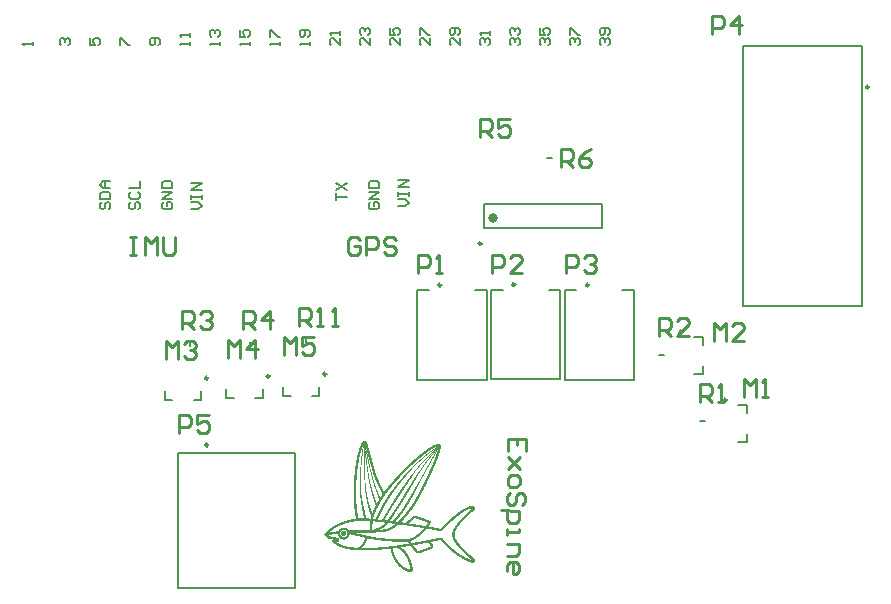
<source format=gto>
G04*
G04 #@! TF.GenerationSoftware,Altium Limited,Altium Designer,23.4.1 (23)*
G04*
G04 Layer_Color=65535*
%FSLAX44Y44*%
%MOMM*%
G71*
G04*
G04 #@! TF.SameCoordinates,82385B22-F4C2-4F25-A143-551C1675324C*
G04*
G04*
G04 #@! TF.FilePolarity,Positive*
G04*
G01*
G75*
%ADD10C,0.2500*%
%ADD11C,0.4000*%
%ADD12C,0.2000*%
%ADD13C,0.1500*%
%ADD14C,0.2540*%
%ADD15C,0.1524*%
G36*
X669346Y670454D02*
X669364Y670377D01*
X669387Y670354D01*
X669435Y670342D01*
X669630Y670348D01*
X669677Y670324D01*
X669689Y670301D01*
X669742Y670235D01*
X669766Y670224D01*
X669807Y670182D01*
X669819Y670158D01*
X669860Y670117D01*
X670002Y670105D01*
X670032Y670076D01*
X670044Y670052D01*
X670097Y669999D01*
X670121Y669987D01*
X670150Y669958D01*
X670162Y669934D01*
X670203Y669892D01*
X670227Y669881D01*
X670268Y669839D01*
X670263Y669727D01*
X670292Y669685D01*
X670310Y669668D01*
X670333Y669656D01*
X670375Y669614D01*
X670387Y669591D01*
X670428Y669549D01*
X670481Y669520D01*
X670493Y669473D01*
X670505Y669354D01*
X670535Y669325D01*
X670594Y669289D01*
X670611Y669236D01*
X670600Y669047D01*
X670641Y668994D01*
X670665Y668982D01*
X670718Y668940D01*
X670730Y668857D01*
X670718Y668822D01*
X670706Y668739D01*
X670718Y668704D01*
X670730Y668680D01*
X670759Y668651D01*
X670783Y668639D01*
X670824Y668609D01*
X670836Y668562D01*
X670824Y668373D01*
X670854Y668319D01*
X670931Y668278D01*
X670954Y668195D01*
X670943Y668077D01*
X670954Y667994D01*
X670972Y667976D01*
X671031Y667941D01*
X671061Y667911D01*
X671055Y667692D01*
X671073Y667651D01*
X671090Y667633D01*
X671114Y667622D01*
X671167Y667580D01*
X671179Y667533D01*
X671167Y667344D01*
X671209Y667290D01*
X671232Y667279D01*
X671286Y667237D01*
X671297Y667154D01*
X671286Y667119D01*
X671274Y667036D01*
X671286Y667001D01*
X671297Y666977D01*
X671327Y666947D01*
X671351Y666936D01*
X671392Y666906D01*
X671404Y666859D01*
X671392Y666669D01*
X671422Y666616D01*
X671498Y666575D01*
X671522Y666492D01*
X671510Y666374D01*
X671522Y666291D01*
X671540Y666273D01*
X671599Y666238D01*
X671629Y666208D01*
X671623Y665871D01*
X671646Y665824D01*
X671670Y665812D01*
X671723Y665782D01*
X671747Y665723D01*
X671735Y665522D01*
X671765Y665481D01*
X671788Y665469D01*
X671853Y665416D01*
X671865Y665333D01*
X671853Y665297D01*
X671842Y665215D01*
X671853Y665179D01*
X671865Y665155D01*
X671883Y665138D01*
X671907Y665126D01*
X671960Y665085D01*
X671972Y665037D01*
X671966Y664913D01*
X671972Y664836D01*
X671960Y664801D01*
X671972Y664706D01*
X672001Y664677D01*
X672060Y664641D01*
X672078Y664623D01*
X672090Y664540D01*
X672078Y664493D01*
X672090Y664363D01*
X672119Y664333D01*
X672179Y664298D01*
X672196Y664280D01*
X672190Y663943D01*
X672208Y663902D01*
X672226Y663884D01*
X672285Y663849D01*
X672303Y663831D01*
X672315Y663783D01*
X672303Y663630D01*
X672315Y663618D01*
X672303Y663583D01*
X672315Y663452D01*
X672332Y663435D01*
X672409Y663393D01*
X672433Y663299D01*
X672421Y663263D01*
X672409Y663168D01*
X672451Y663092D01*
X672510Y663056D01*
X672527Y663038D01*
X672539Y662991D01*
X672533Y662867D01*
X672539Y662790D01*
X672527Y662755D01*
X672539Y662672D01*
X672557Y662642D01*
X672634Y662601D01*
X672658Y662518D01*
X672646Y662435D01*
X672658Y662210D01*
X672699Y662169D01*
X672752Y662140D01*
X672764Y662092D01*
X672758Y661897D01*
X672782Y661850D01*
X672805Y661838D01*
X672859Y661808D01*
X672882Y661749D01*
X672870Y661525D01*
X672882Y661418D01*
X672924Y661377D01*
X672977Y661347D01*
X672989Y661300D01*
X672983Y661010D01*
X672995Y660963D01*
X673030Y660927D01*
X673089Y660892D01*
X673107Y660838D01*
X673095Y660649D01*
X673148Y660584D01*
X673207Y660549D01*
X673225Y660484D01*
X673214Y660401D01*
X673225Y660164D01*
X673255Y660135D01*
X673314Y660099D01*
X673332Y660046D01*
X673326Y659863D01*
X673344Y659821D01*
X673373Y659792D01*
X673432Y659756D01*
X673450Y659691D01*
X673438Y659502D01*
X673468Y659461D01*
X673545Y659419D01*
X673557Y659372D01*
X673550Y659082D01*
X673562Y659035D01*
X673598Y658999D01*
X673657Y658964D01*
X673675Y658911D01*
X673663Y658721D01*
X673692Y658668D01*
X673769Y658627D01*
X673793Y658544D01*
X673781Y658461D01*
X673793Y658236D01*
X673834Y658195D01*
X673888Y658166D01*
X673900Y658118D01*
X673894Y657817D01*
X673911Y657775D01*
X673941Y657746D01*
X674000Y657710D01*
X674018Y657657D01*
X674006Y657456D01*
X674059Y657403D01*
X674112Y657373D01*
X674124Y657326D01*
X674118Y657036D01*
X674130Y656989D01*
X674166Y656953D01*
X674225Y656918D01*
X674242Y656864D01*
X674237Y656729D01*
X674242Y656663D01*
X674231Y656628D01*
X674242Y656533D01*
X674272Y656504D01*
X674331Y656468D01*
X674349Y656451D01*
X674361Y656368D01*
X674349Y656320D01*
X674361Y656190D01*
X674390Y656161D01*
X674449Y656125D01*
X674467Y656072D01*
X674461Y655770D01*
X674479Y655729D01*
X674497Y655711D01*
X674556Y655676D01*
X674574Y655658D01*
X674585Y655611D01*
X674574Y655422D01*
X674585Y655280D01*
X674603Y655262D01*
X674627Y655250D01*
X674692Y655197D01*
X674698Y655120D01*
X674680Y654996D01*
X674692Y654960D01*
X674704Y654937D01*
X674722Y654919D01*
X674781Y654883D01*
X674798Y654866D01*
X674810Y654818D01*
X674804Y654694D01*
X674810Y654617D01*
X674798Y654582D01*
X674810Y654487D01*
X674828Y654469D01*
X674852Y654458D01*
X674917Y654404D01*
X674928Y654322D01*
X674917Y654274D01*
X674928Y654144D01*
X674958Y654115D01*
X675017Y654079D01*
X675035Y654061D01*
X675029Y653724D01*
X675064Y653665D01*
X675124Y653630D01*
X675141Y653612D01*
X675153Y653565D01*
X675141Y653375D01*
X675153Y653245D01*
X675171Y653216D01*
X675248Y653174D01*
X675271Y653080D01*
X675260Y653044D01*
X675248Y652950D01*
X675289Y652873D01*
X675348Y652837D01*
X675366Y652820D01*
X675378Y652772D01*
X675372Y652648D01*
X675378Y652583D01*
X675366Y652547D01*
X675378Y652453D01*
X675396Y652423D01*
X675472Y652382D01*
X675496Y652299D01*
X675484Y652216D01*
X675496Y651992D01*
X675526Y651962D01*
X675549Y651950D01*
X675591Y651921D01*
X675603Y651873D01*
X675597Y651678D01*
X675620Y651631D01*
X675703Y651583D01*
X675721Y651518D01*
X675709Y651329D01*
X675721Y651199D01*
X675762Y651158D01*
X675816Y651128D01*
X675839Y651033D01*
X675827Y650998D01*
X675816Y650903D01*
X675845Y650838D01*
X675869Y650827D01*
X675934Y650785D01*
X675946Y650738D01*
X675940Y650602D01*
X675946Y650537D01*
X675934Y650501D01*
X675946Y650407D01*
X675987Y650365D01*
X676046Y650330D01*
X676064Y650265D01*
X676052Y650111D01*
X676064Y650064D01*
X676105Y650022D01*
X676159Y649993D01*
X676170Y649945D01*
X676164Y649632D01*
X676212Y649573D01*
X676271Y649537D01*
X676289Y649472D01*
X676277Y649283D01*
X676330Y649230D01*
X676383Y649200D01*
X676395Y649153D01*
X676389Y648863D01*
X676401Y648816D01*
X676436Y648780D01*
X676496Y648745D01*
X676513Y648692D01*
X676501Y648503D01*
X676531Y648449D01*
X676608Y648408D01*
X676632Y648325D01*
X676620Y648278D01*
X676632Y648018D01*
X676661Y647988D01*
X676685Y647976D01*
X676726Y647947D01*
X676738Y647899D01*
X676732Y647704D01*
X676756Y647657D01*
X676839Y647609D01*
X676856Y647544D01*
X676844Y647355D01*
X676856Y647225D01*
X676898Y647184D01*
X676951Y647154D01*
X676975Y647059D01*
X676963Y647024D01*
X676951Y646929D01*
X676981Y646864D01*
X677004Y646852D01*
X677069Y646811D01*
X677081Y646764D01*
X677075Y646628D01*
X677081Y646563D01*
X677069Y646527D01*
X677081Y646433D01*
X677122Y646391D01*
X677182Y646356D01*
X677199Y646291D01*
X677188Y646172D01*
X677199Y646090D01*
X677241Y646048D01*
X677294Y646019D01*
X677306Y645971D01*
X677300Y645658D01*
X677329Y645617D01*
X677347Y645599D01*
X677406Y645563D01*
X677424Y645498D01*
X677412Y645309D01*
X677465Y645256D01*
X677519Y645226D01*
X677531Y645179D01*
X677525Y644889D01*
X677536Y644842D01*
X677572Y644806D01*
X677631Y644771D01*
X677649Y644718D01*
X677637Y644528D01*
X677690Y644463D01*
X677714Y644452D01*
X677743Y644434D01*
X677767Y644351D01*
X677755Y644304D01*
X677767Y644044D01*
X677797Y644014D01*
X677820Y644002D01*
X677862Y643972D01*
X677874Y643925D01*
X677868Y643730D01*
X677897Y643689D01*
X677915Y643671D01*
X677939Y643659D01*
X677980Y643630D01*
X677992Y643547D01*
X677980Y643428D01*
X677992Y643357D01*
X678009Y643340D01*
X678069Y643304D01*
X678098Y643275D01*
X678092Y642961D01*
X678104Y642914D01*
X678116Y642890D01*
X678140Y642878D01*
X678205Y642837D01*
X678216Y642790D01*
X678205Y642589D01*
X678234Y642547D01*
X678258Y642535D01*
X678311Y642506D01*
X678335Y642423D01*
X678323Y642376D01*
X678335Y642116D01*
X678376Y642074D01*
X678429Y642045D01*
X678441Y641997D01*
X678435Y641802D01*
X678459Y641755D01*
X678483Y641743D01*
X678536Y641713D01*
X678559Y641654D01*
X678548Y641453D01*
X678589Y641400D01*
X678648Y641365D01*
X678666Y641347D01*
X678672Y641270D01*
X678660Y641199D01*
X678654Y641146D01*
X678666Y641110D01*
X678678Y641087D01*
X678707Y641057D01*
X678766Y641022D01*
X678784Y640968D01*
X678772Y640886D01*
X678802Y640844D01*
X678826Y640832D01*
X678879Y640803D01*
X678903Y640720D01*
X678891Y640602D01*
X678903Y640519D01*
X678920Y640501D01*
X678944Y640489D01*
X679009Y640436D01*
X679021Y640282D01*
X679115Y640223D01*
X679127Y640141D01*
X679115Y640022D01*
X679127Y639951D01*
X679145Y639934D01*
X679222Y639892D01*
X679234Y639845D01*
X679246Y639726D01*
X679275Y639697D01*
X679334Y639661D01*
X679352Y639608D01*
X679340Y639419D01*
X679393Y639354D01*
X679453Y639318D01*
X679464Y639165D01*
X679500Y639129D01*
X679559Y639094D01*
X679577Y639040D01*
X679571Y638845D01*
X679600Y638804D01*
X679618Y638786D01*
X679677Y638751D01*
X679689Y638609D01*
X679719Y638567D01*
X679784Y638526D01*
X679801Y638508D01*
X679807Y638431D01*
X679795Y638360D01*
X679790Y638307D01*
X679801Y638272D01*
X679813Y638248D01*
X679843Y638218D01*
X679902Y638183D01*
X679920Y638130D01*
X679908Y638059D01*
X679937Y638006D01*
X679961Y637994D01*
X680014Y637964D01*
X680026Y637917D01*
X680038Y637799D01*
X680068Y637769D01*
X680127Y637733D01*
X680144Y637680D01*
X680138Y637485D01*
X680168Y637444D01*
X680186Y637426D01*
X680245Y637391D01*
X680257Y637237D01*
X680292Y637201D01*
X680351Y637166D01*
X680369Y637148D01*
X680381Y636994D01*
X680399Y636977D01*
X680475Y636935D01*
X680487Y636888D01*
X680475Y636805D01*
X680529Y636740D01*
X680588Y636705D01*
X680600Y636551D01*
X680623Y636527D01*
X680683Y636492D01*
X680712Y636462D01*
X680724Y636308D01*
X680818Y636249D01*
X680830Y636096D01*
X680860Y636066D01*
X680919Y636030D01*
X680937Y636013D01*
X680943Y635936D01*
X680931Y635865D01*
X680925Y635800D01*
X680960Y635741D01*
X680978Y635723D01*
X681037Y635687D01*
X681055Y635634D01*
X681043Y635551D01*
X681085Y635498D01*
X681150Y635469D01*
X681161Y635421D01*
X681173Y635291D01*
X681268Y635232D01*
X681280Y635185D01*
X681292Y635066D01*
X681309Y635049D01*
X681368Y635013D01*
X681386Y634995D01*
X681398Y634842D01*
X681416Y634824D01*
X681493Y634783D01*
X681505Y634735D01*
X681516Y634617D01*
X681546Y634588D01*
X681605Y634552D01*
X681623Y634499D01*
X681611Y634416D01*
X681652Y634363D01*
X681717Y634333D01*
X681729Y634286D01*
X681741Y634156D01*
X681836Y634097D01*
X681848Y634049D01*
X681859Y633931D01*
X681877Y633913D01*
X681936Y633878D01*
X681954Y633860D01*
X681966Y633777D01*
X681954Y633694D01*
X681966Y633600D01*
X681995Y633570D01*
X682019Y633559D01*
X682072Y633517D01*
X682084Y633363D01*
X682102Y633346D01*
X682161Y633310D01*
X682179Y633292D01*
X682190Y633245D01*
X682179Y633174D01*
X682208Y633121D01*
X682291Y633074D01*
X682303Y632920D01*
X682338Y632884D01*
X682398Y632849D01*
X682415Y632831D01*
X682427Y632677D01*
X682445Y632660D01*
X682522Y632618D01*
X682533Y632464D01*
X682563Y632435D01*
X682622Y632399D01*
X682640Y632382D01*
X682652Y632228D01*
X682670Y632210D01*
X682729Y632175D01*
X682746Y632157D01*
X682758Y632110D01*
X682746Y632039D01*
X682776Y631985D01*
X682859Y631938D01*
X682871Y631784D01*
X682906Y631749D01*
X682965Y631713D01*
X682983Y631696D01*
X682995Y631542D01*
X683089Y631483D01*
X683101Y631329D01*
X683131Y631299D01*
X683154Y631288D01*
X683184Y631270D01*
X683196Y631246D01*
X683220Y631222D01*
X683231Y631199D01*
X683249Y631181D01*
X683308Y631146D01*
X683326Y631092D01*
X683314Y631010D01*
X683355Y630956D01*
X683421Y630927D01*
X683432Y630880D01*
X683444Y630749D01*
X683539Y630690D01*
X683551Y630643D01*
X683562Y630525D01*
X683580Y630507D01*
X683639Y630471D01*
X683657Y630454D01*
X683669Y630300D01*
X683687Y630282D01*
X683764Y630241D01*
X683775Y630194D01*
X683787Y630075D01*
X683817Y630046D01*
X683876Y630010D01*
X683894Y629957D01*
X683882Y629874D01*
X683923Y629821D01*
X683988Y629791D01*
X684000Y629744D01*
X684012Y629614D01*
X684107Y629555D01*
X684118Y629508D01*
X684130Y629389D01*
X684148Y629371D01*
X684207Y629336D01*
X684225Y629318D01*
X684237Y629165D01*
X684254Y629147D01*
X684331Y629105D01*
X684343Y629058D01*
X684355Y628940D01*
X684385Y628910D01*
X684444Y628875D01*
X684461Y628822D01*
X684450Y628739D01*
X684491Y628686D01*
X684550Y628650D01*
X684568Y628632D01*
X684580Y628609D01*
X684621Y628567D01*
X684645Y628555D01*
X684686Y628514D01*
X684698Y628360D01*
X684793Y628301D01*
X684804Y628147D01*
X684834Y628118D01*
X684893Y628082D01*
X684911Y628065D01*
X684923Y627911D01*
X684940Y627893D01*
X685017Y627852D01*
X685029Y627804D01*
X685017Y627722D01*
X685070Y627657D01*
X685130Y627621D01*
X685142Y627467D01*
X685165Y627444D01*
X685224Y627408D01*
X685254Y627379D01*
X685266Y627355D01*
X685307Y627314D01*
X685378Y627302D01*
X685414Y627314D01*
X685437Y627325D01*
X685467Y627355D01*
X685479Y627379D01*
X685532Y627432D01*
X685555Y627444D01*
X685585Y627473D01*
X685597Y627497D01*
X685650Y627550D01*
X685674Y627562D01*
X685703Y627592D01*
X685715Y627615D01*
X685757Y627657D01*
X685780Y627668D01*
X685822Y627710D01*
X685833Y627852D01*
X685863Y627881D01*
X685887Y627893D01*
X685940Y627946D01*
X685952Y627970D01*
X685969Y627988D01*
X685993Y628000D01*
X686046Y628053D01*
X686058Y628076D01*
X686088Y628106D01*
X686147Y628142D01*
X686164Y628195D01*
X686153Y628278D01*
X686194Y628331D01*
X686253Y628366D01*
X686283Y628408D01*
X686336Y628461D01*
X686360Y628473D01*
X686377Y628490D01*
X686389Y628514D01*
X686419Y628555D01*
X686478Y628591D01*
X686496Y628609D01*
X686507Y628762D01*
X686579Y628810D01*
X686614Y628845D01*
X686626Y628869D01*
X686667Y628910D01*
X686691Y628922D01*
X686732Y628964D01*
X686744Y628987D01*
X686774Y629017D01*
X686797Y629029D01*
X686827Y629046D01*
X686839Y629094D01*
X686851Y629212D01*
X686880Y629241D01*
X686904Y629253D01*
X686933Y629271D01*
X686945Y629295D01*
X686969Y629318D01*
X686981Y629342D01*
X687022Y629371D01*
X687052Y629389D01*
X687063Y629413D01*
X687105Y629466D01*
X687129Y629478D01*
X687158Y629496D01*
X687170Y629519D01*
X687194Y629543D01*
X687205Y629567D01*
X687223Y629584D01*
X687282Y629620D01*
X687300Y629673D01*
X687288Y629756D01*
X687318Y629797D01*
X687341Y629809D01*
X687406Y629862D01*
X687418Y629886D01*
X687460Y629927D01*
X687483Y629939D01*
X687513Y629969D01*
X687525Y629992D01*
X687578Y630046D01*
X687602Y630057D01*
X687631Y630087D01*
X687643Y630229D01*
X687684Y630270D01*
X687708Y630282D01*
X687749Y630324D01*
X687761Y630347D01*
X687791Y630377D01*
X687814Y630389D01*
X687868Y630442D01*
X687879Y630466D01*
X687909Y630495D01*
X687933Y630507D01*
X687974Y630548D01*
X687986Y630572D01*
X688016Y630602D01*
X688039Y630613D01*
X688081Y630643D01*
X688092Y630690D01*
X688086Y630767D01*
X688104Y630809D01*
X688122Y630826D01*
X688181Y630862D01*
X688199Y630880D01*
X688211Y630903D01*
X688264Y630956D01*
X688288Y630968D01*
X688305Y630986D01*
X688317Y631010D01*
X688341Y631033D01*
X688347Y631051D01*
X688370Y631063D01*
X688424Y631104D01*
X688435Y631152D01*
X688424Y631222D01*
X688441Y631264D01*
X688465Y631276D01*
X688530Y631329D01*
X688583Y631394D01*
X688648Y631447D01*
X688701Y631512D01*
X688725Y631524D01*
X688767Y631566D01*
X688778Y631589D01*
X688820Y631631D01*
X688844Y631642D01*
X688873Y631660D01*
X688885Y631707D01*
X688897Y631826D01*
X688926Y631855D01*
X688979Y631885D01*
X688991Y631908D01*
X689033Y631962D01*
X689056Y631974D01*
X689121Y632039D01*
X689133Y632062D01*
X689151Y632080D01*
X689175Y632092D01*
X689204Y632110D01*
X689216Y632133D01*
X689240Y632157D01*
X689251Y632181D01*
X689323Y632240D01*
X689346Y632263D01*
X689358Y632287D01*
X689376Y632305D01*
X689435Y632340D01*
X689453Y632358D01*
X689464Y632512D01*
X689482Y632529D01*
X689541Y632565D01*
X689559Y632583D01*
X689571Y632606D01*
X689624Y632660D01*
X689648Y632671D01*
X689677Y632701D01*
X689689Y632725D01*
X689731Y632766D01*
X689754Y632778D01*
X689784Y632807D01*
X689796Y632831D01*
X689849Y632884D01*
X689872Y632896D01*
X689902Y632926D01*
X689914Y633068D01*
X689955Y633109D01*
X689979Y633121D01*
X690020Y633162D01*
X690032Y633186D01*
X690062Y633215D01*
X690085Y633227D01*
X690139Y633280D01*
X690150Y633304D01*
X690180Y633334D01*
X690204Y633346D01*
X690257Y633399D01*
X690269Y633423D01*
X690286Y633440D01*
X690310Y633452D01*
X690363Y633505D01*
X690375Y633529D01*
X690405Y633559D01*
X690464Y633594D01*
X690476Y633736D01*
X690505Y633777D01*
X690570Y633819D01*
X690600Y633860D01*
X690653Y633913D01*
X690677Y633925D01*
X690695Y633943D01*
X690706Y633966D01*
X690760Y634020D01*
X690783Y634032D01*
X690801Y634049D01*
X690813Y634073D01*
X690878Y634138D01*
X690901Y634150D01*
X690919Y634168D01*
X690931Y634191D01*
X690961Y634233D01*
X691020Y634268D01*
X691038Y634286D01*
X691049Y634440D01*
X691120Y634487D01*
X691156Y634522D01*
X691168Y634546D01*
X691209Y634588D01*
X691233Y634599D01*
X691274Y634641D01*
X691286Y634664D01*
X691315Y634694D01*
X691339Y634706D01*
X691380Y634747D01*
X691392Y634771D01*
X691434Y634812D01*
X691457Y634824D01*
X691499Y634865D01*
X691511Y634889D01*
X691540Y634919D01*
X691564Y634930D01*
X691605Y634972D01*
X691617Y634995D01*
X691658Y635037D01*
X691712Y635066D01*
X691723Y635114D01*
X691735Y635232D01*
X691765Y635262D01*
X691818Y635291D01*
X691830Y635315D01*
X691871Y635368D01*
X691895Y635380D01*
X691925Y635398D01*
X691936Y635421D01*
X691960Y635445D01*
X691972Y635469D01*
X692013Y635498D01*
X692043Y635516D01*
X692055Y635540D01*
X692078Y635563D01*
X692090Y635587D01*
X692132Y635616D01*
X692161Y635634D01*
X692173Y635658D01*
X692214Y635711D01*
X692238Y635723D01*
X692268Y635741D01*
X692279Y635764D01*
X692303Y635788D01*
X692315Y635812D01*
X692386Y635859D01*
X692409Y635918D01*
X692398Y636001D01*
X692427Y636042D01*
X692451Y636054D01*
X692516Y636107D01*
X692528Y636131D01*
X692569Y636172D01*
X692593Y636184D01*
X692622Y636214D01*
X692634Y636237D01*
X692687Y636291D01*
X692711Y636302D01*
X692741Y636332D01*
X692752Y636356D01*
X692806Y636409D01*
X692829Y636421D01*
X692847Y636438D01*
X692859Y636462D01*
X692912Y636515D01*
X692936Y636527D01*
X692965Y636557D01*
X692977Y636580D01*
X693030Y636634D01*
X693054Y636645D01*
X693084Y636675D01*
X693095Y636699D01*
X693137Y636740D01*
X693160Y636752D01*
X693202Y636793D01*
X693196Y636894D01*
X693214Y636935D01*
X693243Y636965D01*
X693267Y636977D01*
X693320Y637030D01*
X693332Y637053D01*
X693350Y637071D01*
X693373Y637083D01*
X693427Y637136D01*
X693438Y637160D01*
X693468Y637189D01*
X693492Y637201D01*
X693545Y637255D01*
X693557Y637278D01*
X693586Y637308D01*
X693610Y637320D01*
X693651Y637361D01*
X693663Y637385D01*
X693693Y637414D01*
X693716Y637426D01*
X693770Y637479D01*
X693781Y637503D01*
X693811Y637533D01*
X693835Y637544D01*
X693888Y637598D01*
X693900Y637621D01*
X693917Y637639D01*
X693941Y637651D01*
X693994Y637704D01*
X694006Y637728D01*
X694036Y637757D01*
X694095Y637793D01*
X694113Y637846D01*
X694101Y637929D01*
X694142Y637982D01*
X694201Y638017D01*
X694260Y638088D01*
X694284Y638112D01*
X694308Y638124D01*
X694325Y638142D01*
X694337Y638165D01*
X694402Y638230D01*
X694426Y638242D01*
X694485Y638313D01*
X694509Y638337D01*
X694532Y638349D01*
X694550Y638366D01*
X694562Y638390D01*
X694627Y638455D01*
X694651Y638467D01*
X694669Y638485D01*
X694680Y638508D01*
X694745Y638573D01*
X694769Y638585D01*
X694799Y638627D01*
X694852Y638680D01*
X694875Y638692D01*
X694893Y638709D01*
X694905Y638733D01*
X694958Y638786D01*
X694982Y638798D01*
X695000Y638816D01*
X695012Y638839D01*
X695077Y638904D01*
X695100Y638916D01*
X695118Y638934D01*
X695130Y638958D01*
X695159Y638999D01*
X695218Y639035D01*
X695236Y639052D01*
X695248Y639100D01*
X695236Y639147D01*
X695254Y639212D01*
X695278Y639224D01*
X695343Y639277D01*
X695396Y639342D01*
X695461Y639395D01*
X695514Y639460D01*
X695538Y639472D01*
X695579Y639514D01*
X695591Y639537D01*
X695632Y639579D01*
X695656Y639590D01*
X695697Y639632D01*
X695709Y639655D01*
X695739Y639685D01*
X695762Y639697D01*
X695816Y639750D01*
X695828Y639774D01*
X695857Y639803D01*
X695881Y639815D01*
X695922Y639857D01*
X695934Y639880D01*
X695975Y639922D01*
X695999Y639934D01*
X696040Y639975D01*
X696052Y639999D01*
X696082Y640028D01*
X696105Y640040D01*
X696147Y640081D01*
X696159Y640105D01*
X696200Y640146D01*
X696224Y640158D01*
X696265Y640200D01*
X696277Y640223D01*
X696318Y640265D01*
X696342Y640276D01*
X696384Y640318D01*
X696395Y640341D01*
X696425Y640371D01*
X696449Y640383D01*
X696490Y640424D01*
X696502Y640448D01*
X696543Y640489D01*
X696596Y640519D01*
X696608Y640566D01*
X696602Y640643D01*
X696620Y640685D01*
X696638Y640702D01*
X696661Y640714D01*
X696703Y640744D01*
X696715Y640767D01*
X696756Y640820D01*
X696780Y640832D01*
X696809Y640850D01*
X696821Y640874D01*
X696845Y640897D01*
X696857Y640921D01*
X696910Y640962D01*
X696927Y640968D01*
X696939Y640992D01*
X696963Y641016D01*
X696975Y641039D01*
X697046Y641087D01*
X697058Y641110D01*
X697099Y641163D01*
X697123Y641175D01*
X697152Y641193D01*
X697164Y641217D01*
X697188Y641240D01*
X697199Y641264D01*
X697271Y641311D01*
X697282Y641335D01*
X697312Y641376D01*
X697336Y641388D01*
X697359Y641412D01*
X697377Y641418D01*
X697389Y641441D01*
X697412Y641465D01*
X697424Y641489D01*
X697466Y641518D01*
X697495Y641536D01*
X697507Y641560D01*
X697531Y641583D01*
X697542Y641607D01*
X697584Y641637D01*
X697614Y641654D01*
X697625Y641678D01*
X697655Y641719D01*
X697679Y641731D01*
X697702Y641755D01*
X697720Y641761D01*
X697732Y641785D01*
X697755Y641808D01*
X697767Y641832D01*
X697838Y641879D01*
X697850Y641903D01*
X697880Y641944D01*
X697903Y641956D01*
X697927Y641980D01*
X697945Y641985D01*
X697956Y642009D01*
X697980Y642033D01*
X697992Y642057D01*
X698063Y642116D01*
X698099Y642151D01*
X698110Y642175D01*
X698181Y642222D01*
X698193Y642246D01*
X698223Y642287D01*
X698246Y642299D01*
X698270Y642323D01*
X698288Y642328D01*
X698299Y642352D01*
X698323Y642376D01*
X698335Y642400D01*
X698406Y642447D01*
X698418Y642470D01*
X698459Y642524D01*
X698518Y642559D01*
X698536Y642577D01*
X698548Y642731D01*
X698566Y642748D01*
X698625Y642784D01*
X698643Y642802D01*
X698654Y642825D01*
X698708Y642878D01*
X698731Y642890D01*
X698761Y642920D01*
X698773Y642943D01*
X698814Y642985D01*
X698838Y642997D01*
X698867Y643026D01*
X698879Y643050D01*
X698932Y643103D01*
X698956Y643115D01*
X698986Y643145D01*
X698997Y643168D01*
X699051Y643222D01*
X699074Y643233D01*
X699092Y643251D01*
X699104Y643275D01*
X699157Y643328D01*
X699181Y643340D01*
X699210Y643369D01*
X699222Y643393D01*
X699275Y643446D01*
X699299Y643458D01*
X699329Y643488D01*
X699340Y643511D01*
X699382Y643553D01*
X699405Y643565D01*
X699435Y643594D01*
X699447Y643618D01*
X699500Y643671D01*
X699524Y643683D01*
X699553Y643712D01*
X699565Y643736D01*
X699618Y643789D01*
X699642Y643801D01*
X699660Y643819D01*
X699671Y643842D01*
X699725Y643896D01*
X699748Y643907D01*
X699778Y643937D01*
X699790Y643961D01*
X699843Y644014D01*
X699867Y644026D01*
X699896Y644055D01*
X699908Y644079D01*
X699949Y644120D01*
X699973Y644132D01*
X700003Y644162D01*
X700014Y644185D01*
X700068Y644239D01*
X700091Y644250D01*
X700121Y644280D01*
X700133Y644304D01*
X700174Y644345D01*
X700198Y644357D01*
X700227Y644387D01*
X700239Y644410D01*
X700292Y644463D01*
X700316Y644475D01*
X700346Y644505D01*
X700358Y644528D01*
X700411Y644582D01*
X700434Y644594D01*
X700464Y644623D01*
X700476Y644647D01*
X700517Y644688D01*
X700541Y644700D01*
X700570Y644730D01*
X700582Y644753D01*
X700635Y644806D01*
X700659Y644818D01*
X700689Y644848D01*
X700701Y644871D01*
X700742Y644913D01*
X700766Y644925D01*
X700807Y644966D01*
X700819Y644990D01*
X700860Y645031D01*
X700884Y645043D01*
X700913Y645072D01*
X700925Y645096D01*
X700978Y645149D01*
X701002Y645161D01*
X701032Y645191D01*
X701043Y645214D01*
X701085Y645256D01*
X701108Y645268D01*
X701138Y645297D01*
X701150Y645321D01*
X701203Y645374D01*
X701227Y645386D01*
X701256Y645415D01*
X701268Y645439D01*
X701310Y645480D01*
X701333Y645492D01*
X701363Y645522D01*
X701375Y645546D01*
X701428Y645599D01*
X701451Y645611D01*
X701481Y645640D01*
X701493Y645664D01*
X701546Y645717D01*
X701570Y645729D01*
X701599Y645759D01*
X701611Y645782D01*
X701653Y645824D01*
X701676Y645835D01*
X701706Y645865D01*
X701718Y645889D01*
X701771Y645942D01*
X701795Y645954D01*
X701824Y645983D01*
X701836Y646007D01*
X701877Y646048D01*
X701901Y646060D01*
X701930Y646090D01*
X701942Y646113D01*
X701996Y646167D01*
X702019Y646178D01*
X702049Y646208D01*
X702061Y646232D01*
X702114Y646285D01*
X702138Y646297D01*
X702167Y646326D01*
X702179Y646350D01*
X702220Y646391D01*
X702244Y646403D01*
X702273Y646433D01*
X702285Y646456D01*
X702339Y646509D01*
X702362Y646521D01*
X702392Y646551D01*
X702404Y646575D01*
X702445Y646616D01*
X702469Y646628D01*
X702498Y646657D01*
X702510Y646681D01*
X702563Y646734D01*
X702587Y646746D01*
X702617Y646776D01*
X702628Y646799D01*
X702682Y646852D01*
X702705Y646864D01*
X702735Y646894D01*
X702747Y646918D01*
X702788Y646959D01*
X702812Y646971D01*
X702841Y647000D01*
X702853Y647024D01*
X702906Y647077D01*
X702930Y647089D01*
X702960Y647119D01*
X702971Y647142D01*
X703025Y647196D01*
X703048Y647207D01*
X703066Y647225D01*
X703078Y647249D01*
X703131Y647302D01*
X703155Y647314D01*
X703184Y647343D01*
X703196Y647367D01*
X703249Y647420D01*
X703273Y647432D01*
X703303Y647462D01*
X703314Y647485D01*
X703356Y647527D01*
X703379Y647539D01*
X703409Y647568D01*
X703421Y647592D01*
X703474Y647645D01*
X703498Y647657D01*
X703527Y647686D01*
X703539Y647710D01*
X703592Y647763D01*
X703616Y647775D01*
X703634Y647793D01*
X703645Y647816D01*
X703699Y647870D01*
X703722Y647881D01*
X703752Y647911D01*
X703764Y647935D01*
X703817Y647988D01*
X703841Y648000D01*
X703870Y648029D01*
X703882Y648053D01*
X703923Y648094D01*
X703947Y648106D01*
X703977Y648136D01*
X703988Y648159D01*
X704042Y648213D01*
X704065Y648224D01*
X704095Y648254D01*
X704107Y648278D01*
X704148Y648319D01*
X704172Y648331D01*
X704201Y648361D01*
X704213Y648384D01*
X704267Y648437D01*
X704290Y648449D01*
X704320Y648479D01*
X704332Y648503D01*
X704385Y648556D01*
X704408Y648568D01*
X704438Y648597D01*
X704450Y648621D01*
X704491Y648662D01*
X704515Y648674D01*
X704544Y648704D01*
X704556Y648727D01*
X704610Y648780D01*
X704633Y648792D01*
X704663Y648822D01*
X704675Y648846D01*
X704716Y648887D01*
X704740Y648899D01*
X704769Y648928D01*
X704781Y648952D01*
X704834Y649005D01*
X704858Y649017D01*
X704887Y649046D01*
X704899Y649070D01*
X704952Y649123D01*
X704976Y649135D01*
X705006Y649165D01*
X705017Y649188D01*
X705059Y649230D01*
X705083Y649242D01*
X705112Y649271D01*
X705124Y649295D01*
X705177Y649348D01*
X705201Y649360D01*
X705230Y649389D01*
X705242Y649413D01*
X705284Y649455D01*
X705307Y649466D01*
X705337Y649496D01*
X705349Y649520D01*
X705402Y649573D01*
X705426Y649585D01*
X705455Y649614D01*
X705467Y649638D01*
X705520Y649691D01*
X705544Y649703D01*
X705573Y649733D01*
X705585Y649756D01*
X705627Y649798D01*
X705650Y649809D01*
X705680Y649839D01*
X705692Y649863D01*
X705745Y649916D01*
X705769Y649928D01*
X705798Y649957D01*
X705810Y649981D01*
X705851Y650022D01*
X705875Y650034D01*
X705905Y650064D01*
X705916Y650087D01*
X705970Y650141D01*
X705993Y650152D01*
X706023Y650182D01*
X706035Y650206D01*
X706088Y650259D01*
X706112Y650271D01*
X706141Y650300D01*
X706153Y650324D01*
X706194Y650365D01*
X706218Y650377D01*
X706248Y650407D01*
X706259Y650430D01*
X706313Y650484D01*
X706336Y650495D01*
X706366Y650525D01*
X706401Y650584D01*
X706555Y650596D01*
X706591Y650631D01*
X706626Y650691D01*
X706685Y650726D01*
X706697Y650750D01*
X706721Y650773D01*
X706732Y650797D01*
X706786Y650838D01*
X706803Y650844D01*
X706815Y650868D01*
X706839Y650892D01*
X706851Y650915D01*
X706904Y650957D01*
X706922Y650963D01*
X706934Y650986D01*
X706975Y651039D01*
X706999Y651051D01*
X707028Y651069D01*
X707040Y651093D01*
X707064Y651116D01*
X707076Y651140D01*
X707117Y651170D01*
X707146Y651187D01*
X707158Y651211D01*
X707200Y651264D01*
X707223Y651276D01*
X707253Y651294D01*
X707265Y651317D01*
X707288Y651341D01*
X707300Y651365D01*
X707342Y651394D01*
X707371Y651412D01*
X707383Y651436D01*
X707407Y651459D01*
X707419Y651483D01*
X707460Y651513D01*
X707489Y651530D01*
X707501Y651554D01*
X707543Y651607D01*
X707566Y651619D01*
X707596Y651637D01*
X707608Y651660D01*
X707631Y651684D01*
X707643Y651708D01*
X707685Y651737D01*
X707714Y651755D01*
X707726Y651779D01*
X707767Y651832D01*
X707791Y651844D01*
X707821Y651861D01*
X707832Y651885D01*
X707856Y651909D01*
X707868Y651932D01*
X707939Y651992D01*
X707974Y652027D01*
X707986Y652051D01*
X708057Y652098D01*
X708069Y652122D01*
X708110Y652175D01*
X708158Y652187D01*
X708241Y652175D01*
X708282Y652205D01*
X708317Y652264D01*
X708347Y652293D01*
X708371Y652305D01*
X708412Y652346D01*
X708424Y652370D01*
X708465Y652411D01*
X708489Y652423D01*
X708530Y652465D01*
X708542Y652488D01*
X708572Y652518D01*
X708595Y652530D01*
X708637Y652571D01*
X708649Y652595D01*
X708690Y652636D01*
X708714Y652648D01*
X708755Y652689D01*
X708767Y652713D01*
X708796Y652743D01*
X708820Y652754D01*
X708873Y652808D01*
X708885Y652831D01*
X708915Y652861D01*
X708938Y652873D01*
X708980Y652914D01*
X708991Y652938D01*
X709033Y652979D01*
X709057Y652991D01*
X709098Y653032D01*
X709110Y653056D01*
X709139Y653086D01*
X709163Y653097D01*
X709204Y653139D01*
X709216Y653163D01*
X709258Y653204D01*
X709281Y653216D01*
X709323Y653257D01*
X709334Y653281D01*
X709364Y653310D01*
X709388Y653322D01*
X709429Y653363D01*
X709441Y653387D01*
X709459Y653417D01*
X709506Y653429D01*
X709624Y653440D01*
X709654Y653470D01*
X709666Y653494D01*
X709683Y653523D01*
X709707Y653535D01*
X709760Y653576D01*
X709772Y653600D01*
X709837Y653665D01*
X709861Y653677D01*
X709879Y653695D01*
X709890Y653718D01*
X709956Y653783D01*
X709979Y653795D01*
X709997Y653813D01*
X710009Y653837D01*
X710062Y653890D01*
X710086Y653902D01*
X710103Y653919D01*
X710115Y653943D01*
X710180Y654008D01*
X710204Y654020D01*
X710222Y654038D01*
X710233Y654061D01*
X710287Y654115D01*
X710310Y654126D01*
X710328Y654144D01*
X710340Y654168D01*
X710405Y654233D01*
X710429Y654245D01*
X710446Y654262D01*
X710458Y654286D01*
X710499Y654339D01*
X710653Y654351D01*
X710671Y654369D01*
X710706Y654428D01*
X710724Y654446D01*
X710748Y654458D01*
X710801Y654511D01*
X710813Y654535D01*
X710843Y654564D01*
X710866Y654576D01*
X710919Y654629D01*
X710931Y654653D01*
X710949Y654670D01*
X710973Y654682D01*
X711026Y654735D01*
X711038Y654759D01*
X711067Y654789D01*
X711091Y654801D01*
X711144Y654854D01*
X711156Y654877D01*
X711174Y654895D01*
X711197Y654907D01*
X711251Y654960D01*
X711262Y654984D01*
X711292Y655014D01*
X711316Y655025D01*
X711369Y655079D01*
X711381Y655102D01*
X711410Y655132D01*
X711434Y655144D01*
X711487Y655197D01*
X711499Y655220D01*
X711517Y655238D01*
X711540Y655250D01*
X711594Y655303D01*
X711605Y655327D01*
X711635Y655357D01*
X711777Y655368D01*
X711818Y655410D01*
X711830Y655433D01*
X711871Y655475D01*
X711895Y655487D01*
X711925Y655516D01*
X711937Y655540D01*
X711990Y655593D01*
X712013Y655605D01*
X712043Y655634D01*
X712055Y655658D01*
X712108Y655711D01*
X712132Y655723D01*
X712150Y655741D01*
X712161Y655764D01*
X712215Y655818D01*
X712238Y655830D01*
X712268Y655859D01*
X712280Y655883D01*
X712333Y655936D01*
X712356Y655948D01*
X712386Y655977D01*
X712398Y656001D01*
X712439Y656042D01*
X712463Y656054D01*
X712493Y656084D01*
X712504Y656107D01*
X712558Y656161D01*
X712581Y656173D01*
X712611Y656202D01*
X712623Y656226D01*
X712640Y656255D01*
X712688Y656267D01*
X712806Y656279D01*
X712835Y656309D01*
X712871Y656368D01*
X712930Y656403D01*
X712942Y656427D01*
X712966Y656451D01*
X712977Y656474D01*
X713031Y656516D01*
X713048Y656522D01*
X713060Y656545D01*
X713084Y656569D01*
X713096Y656592D01*
X713167Y656640D01*
X713178Y656663D01*
X713208Y656705D01*
X713232Y656717D01*
X713255Y656740D01*
X713279Y656752D01*
X713320Y656817D01*
X713338Y656835D01*
X713492Y656847D01*
X713539Y656918D01*
X713575Y656953D01*
X713598Y656965D01*
X713640Y657006D01*
X713652Y657030D01*
X713681Y657060D01*
X713705Y657072D01*
X713746Y657113D01*
X713758Y657137D01*
X713799Y657178D01*
X713823Y657190D01*
X713864Y657231D01*
X713876Y657255D01*
X713906Y657284D01*
X713930Y657296D01*
X713971Y657338D01*
X713983Y657361D01*
X714000Y657391D01*
X714048Y657403D01*
X714166Y657414D01*
X714196Y657444D01*
X714207Y657468D01*
X714225Y657497D01*
X714249Y657509D01*
X714302Y657551D01*
X714314Y657574D01*
X714379Y657639D01*
X714403Y657651D01*
X714420Y657669D01*
X714432Y657692D01*
X714497Y657757D01*
X714521Y657769D01*
X714550Y657811D01*
X714604Y657864D01*
X714627Y657876D01*
X714645Y657894D01*
X714657Y657917D01*
X714698Y657970D01*
X714852Y657982D01*
X714870Y658000D01*
X714905Y658059D01*
X714923Y658077D01*
X714947Y658089D01*
X715000Y658142D01*
X715012Y658166D01*
X715041Y658195D01*
X715065Y658207D01*
X715118Y658260D01*
X715130Y658284D01*
X715148Y658301D01*
X715171Y658313D01*
X715225Y658367D01*
X715236Y658390D01*
X715266Y658420D01*
X715290Y658432D01*
X715343Y658485D01*
X715355Y658509D01*
X715384Y658538D01*
X715526Y658550D01*
X715568Y658591D01*
X715579Y658615D01*
X715621Y658656D01*
X715645Y658668D01*
X715674Y658698D01*
X715686Y658721D01*
X715739Y658775D01*
X715763Y658786D01*
X715792Y658816D01*
X715804Y658840D01*
X715845Y658881D01*
X715869Y658893D01*
X715899Y658923D01*
X715911Y658946D01*
X715940Y658988D01*
X715999Y658999D01*
X716035Y658988D01*
X716094Y658999D01*
X716124Y659029D01*
X716159Y659088D01*
X716200Y659118D01*
X716254Y659171D01*
X716265Y659194D01*
X716336Y659254D01*
X716372Y659289D01*
X716384Y659313D01*
X716437Y659354D01*
X716455Y659360D01*
X716467Y659384D01*
X716490Y659407D01*
X716502Y659431D01*
X716573Y659478D01*
X716585Y659502D01*
X716626Y659555D01*
X716674Y659567D01*
X716721Y659555D01*
X716780Y659567D01*
X716798Y659585D01*
X716833Y659644D01*
X716863Y659673D01*
X716886Y659685D01*
X716928Y659727D01*
X716940Y659750D01*
X716981Y659792D01*
X717005Y659804D01*
X717046Y659845D01*
X717064Y659886D01*
X717111Y659898D01*
X717229Y659910D01*
X717259Y659940D01*
X717271Y659963D01*
X717289Y659993D01*
X717312Y660005D01*
X717336Y660028D01*
X717359Y660040D01*
X717377Y660058D01*
X717389Y660081D01*
X717407Y660111D01*
X717430Y660123D01*
X717484Y660164D01*
X717495Y660188D01*
X717537Y660241D01*
X717691Y660253D01*
X717708Y660271D01*
X717744Y660330D01*
X717762Y660348D01*
X717785Y660359D01*
X717839Y660413D01*
X717850Y660436D01*
X717880Y660466D01*
X717904Y660478D01*
X717957Y660531D01*
X717969Y660555D01*
X717986Y660572D01*
X718010Y660584D01*
X718063Y660637D01*
X718075Y660661D01*
X718105Y660691D01*
X718152Y660703D01*
X718199Y660691D01*
X718247Y660703D01*
X718288Y660744D01*
X718300Y660768D01*
X718341Y660809D01*
X718365Y660821D01*
X718394Y660850D01*
X718406Y660874D01*
X718459Y660927D01*
X718483Y660939D01*
X718513Y660969D01*
X718524Y660992D01*
X718554Y661034D01*
X718708Y661046D01*
X718737Y661075D01*
X718773Y661134D01*
X718844Y661181D01*
X718856Y661205D01*
X718885Y661246D01*
X718909Y661258D01*
X718932Y661282D01*
X718956Y661294D01*
X718998Y661359D01*
X719015Y661377D01*
X719169Y661388D01*
X719216Y661459D01*
X719240Y661483D01*
X719264Y661495D01*
X719317Y661548D01*
X719329Y661572D01*
X719358Y661601D01*
X719382Y661613D01*
X719423Y661655D01*
X719435Y661678D01*
X719477Y661720D01*
X719500Y661731D01*
X719542Y661773D01*
X719559Y661814D01*
X719619Y661838D01*
X719701Y661826D01*
X719754Y661868D01*
X719766Y661891D01*
X719784Y661921D01*
X719808Y661933D01*
X719831Y661956D01*
X719855Y661968D01*
X719873Y661986D01*
X719885Y662009D01*
X719938Y662063D01*
X719961Y662075D01*
X719991Y662104D01*
X720027Y662163D01*
X720169Y662175D01*
X720204Y662199D01*
X720216Y662222D01*
X720257Y662275D01*
X720281Y662287D01*
X720334Y662341D01*
X720346Y662364D01*
X720376Y662394D01*
X720423Y662406D01*
X720470Y662394D01*
X720517Y662406D01*
X720559Y662447D01*
X720571Y662471D01*
X720612Y662512D01*
X720636Y662524D01*
X720665Y662553D01*
X720677Y662577D01*
X720730Y662630D01*
X720754Y662642D01*
X720783Y662672D01*
X720795Y662695D01*
X720825Y662737D01*
X720979Y662749D01*
X721008Y662778D01*
X721044Y662837D01*
X721115Y662885D01*
X721126Y662908D01*
X721168Y662962D01*
X721215Y662973D01*
X721263Y662962D01*
X721322Y662973D01*
X721339Y662991D01*
X721375Y663050D01*
X721404Y663080D01*
X721428Y663092D01*
X721469Y663133D01*
X721481Y663157D01*
X721523Y663198D01*
X721546Y663210D01*
X721588Y663251D01*
X721606Y663293D01*
X721653Y663305D01*
X721771Y663316D01*
X721801Y663346D01*
X721813Y663370D01*
X721830Y663399D01*
X721854Y663411D01*
X721919Y663464D01*
X721954Y663523D01*
X722008Y663541D01*
X722055Y663529D01*
X722114Y663541D01*
X722132Y663559D01*
X722144Y663583D01*
X722197Y663648D01*
X722221Y663659D01*
X722274Y663713D01*
X722286Y663736D01*
X722303Y663754D01*
X722327Y663766D01*
X722380Y663819D01*
X722392Y663843D01*
X722422Y663872D01*
X722575Y663884D01*
X722635Y663979D01*
X722682Y663990D01*
X722800Y664002D01*
X722818Y664020D01*
X722830Y664044D01*
X722871Y664097D01*
X722895Y664109D01*
X722936Y664138D01*
X722972Y664197D01*
X722989Y664215D01*
X723143Y664227D01*
X723190Y664298D01*
X723226Y664333D01*
X723250Y664345D01*
X723291Y664387D01*
X723309Y664428D01*
X723356Y664440D01*
X723474Y664452D01*
X723504Y664481D01*
X723516Y664505D01*
X723533Y664535D01*
X723557Y664546D01*
X723622Y664600D01*
X723658Y664659D01*
X723711Y664677D01*
X723758Y664665D01*
X723817Y664677D01*
X723847Y664706D01*
X723876Y664771D01*
X723924Y664783D01*
X724042Y664795D01*
X724072Y664824D01*
X724083Y664848D01*
X724137Y664901D01*
X724160Y664913D01*
X724190Y664943D01*
X724202Y664966D01*
X724231Y665008D01*
X724385Y665020D01*
X724415Y665049D01*
X724450Y665108D01*
X724521Y665155D01*
X724533Y665179D01*
X724574Y665232D01*
X724622Y665244D01*
X724669Y665232D01*
X724728Y665244D01*
X724746Y665262D01*
X724787Y665339D01*
X724834Y665351D01*
X724953Y665362D01*
X724982Y665392D01*
X724994Y665416D01*
X725012Y665445D01*
X725035Y665457D01*
X725100Y665510D01*
X725136Y665570D01*
X725278Y665581D01*
X725313Y665605D01*
X725349Y665664D01*
X725378Y665694D01*
X725520Y665705D01*
X725550Y665735D01*
X725562Y665759D01*
X725615Y665812D01*
X725639Y665824D01*
X725668Y665853D01*
X725698Y665907D01*
X725745Y665918D01*
X725863Y665930D01*
X725893Y665960D01*
X725928Y666019D01*
X725982Y666037D01*
X726059Y666031D01*
X726100Y666049D01*
X726159Y666143D01*
X726313Y666155D01*
X726342Y666184D01*
X726378Y666244D01*
X726396Y666261D01*
X726549Y666273D01*
X726567Y666291D01*
X726603Y666350D01*
X726620Y666368D01*
X726668Y666380D01*
X726703Y666368D01*
X726774Y666380D01*
X726792Y666397D01*
X726839Y666480D01*
X726993Y666492D01*
X727017Y666516D01*
X727028Y666539D01*
X727070Y666592D01*
X727094Y666604D01*
X727135Y666634D01*
X727170Y666693D01*
X727188Y666711D01*
X727342Y666723D01*
X727360Y666740D01*
X727401Y666817D01*
X727448Y666829D01*
X727567Y666841D01*
X727596Y666870D01*
X727632Y666930D01*
X727685Y666947D01*
X727886Y666936D01*
X727939Y666989D01*
X727975Y667048D01*
X728128Y667060D01*
X728164Y667095D01*
X728199Y667154D01*
X728252Y667172D01*
X728442Y667160D01*
X728507Y667214D01*
X728542Y667273D01*
X728607Y667290D01*
X728761Y667279D01*
X728808Y667290D01*
X728850Y667332D01*
X728879Y667385D01*
X728927Y667397D01*
X729045Y667409D01*
X729063Y667426D01*
X729098Y667486D01*
X729116Y667503D01*
X729163Y667515D01*
X729352Y667503D01*
X729406Y667545D01*
X729417Y667568D01*
X729459Y667622D01*
X729548Y667627D01*
X729619Y667616D01*
X729660Y667610D01*
X729696Y667622D01*
X729719Y667633D01*
X729749Y667663D01*
X729761Y667687D01*
X729790Y667728D01*
X729837Y667740D01*
X729997Y667734D01*
X730157Y667740D01*
X730192Y667728D01*
X730287Y667740D01*
X730316Y667769D01*
X730352Y667829D01*
X730370Y667846D01*
X730452Y667858D01*
X730488Y667846D01*
X731618Y667852D01*
X731677Y667817D01*
X731712Y667758D01*
X731730Y667740D01*
X731777Y667728D01*
X731966Y667740D01*
X732303Y667734D01*
X732416Y667740D01*
X732481Y667687D01*
X732516Y667627D01*
X732670Y667616D01*
X732694Y667592D01*
X732706Y667568D01*
X732747Y667515D01*
X732771Y667503D01*
X732800Y667486D01*
X732812Y667462D01*
X732836Y667438D01*
X732848Y667415D01*
X732865Y667397D01*
X732924Y667361D01*
X732942Y667296D01*
X732930Y667261D01*
X732942Y667202D01*
X732972Y667172D01*
X733031Y667137D01*
X733049Y667119D01*
X733060Y667036D01*
X733049Y667001D01*
X733037Y666918D01*
X733049Y666882D01*
X733060Y666859D01*
X733090Y666829D01*
X733149Y666794D01*
X733167Y666740D01*
X733161Y666581D01*
X733167Y666421D01*
X733155Y666386D01*
X733167Y666303D01*
X733208Y666261D01*
X733267Y666226D01*
X733285Y666161D01*
X733273Y666043D01*
X733279Y664972D01*
X733261Y664931D01*
X733232Y664901D01*
X733173Y664866D01*
X733155Y664812D01*
X733167Y664611D01*
X733143Y664588D01*
X733137Y664570D01*
X733060Y664529D01*
X733049Y664481D01*
X733037Y664020D01*
X733019Y664002D01*
X732995Y663990D01*
X732942Y663949D01*
X732930Y663902D01*
X732936Y663754D01*
X732930Y663583D01*
X732942Y663547D01*
X732930Y663464D01*
X732889Y663423D01*
X732830Y663387D01*
X732812Y663322D01*
X732824Y663204D01*
X732812Y662885D01*
X732794Y662867D01*
X732735Y662831D01*
X732706Y662802D01*
X732711Y662358D01*
X732694Y662317D01*
X732664Y662287D01*
X732605Y662252D01*
X732587Y662199D01*
X732599Y661974D01*
X732587Y661938D01*
X732599Y661820D01*
X732587Y661761D01*
X732570Y661731D01*
X732493Y661690D01*
X732481Y661643D01*
X732487Y661353D01*
X732475Y661306D01*
X732439Y661270D01*
X732380Y661235D01*
X732363Y661181D01*
X732374Y660992D01*
X732345Y660939D01*
X732268Y660898D01*
X732244Y660838D01*
X732256Y660649D01*
X732227Y660596D01*
X732167Y660561D01*
X732138Y660531D01*
X732144Y660206D01*
X732120Y660147D01*
X732037Y660099D01*
X732020Y660034D01*
X732031Y659845D01*
X732002Y659804D01*
X731925Y659762D01*
X731901Y659668D01*
X731913Y659620D01*
X731925Y659538D01*
X731913Y659502D01*
X731901Y659478D01*
X731884Y659461D01*
X731824Y659425D01*
X731807Y659407D01*
X731795Y659360D01*
X731807Y659171D01*
X731765Y659118D01*
X731706Y659082D01*
X731688Y659064D01*
X731677Y658982D01*
X731688Y658899D01*
X731677Y658804D01*
X731647Y658775D01*
X731623Y658763D01*
X731582Y658733D01*
X731570Y658686D01*
X731576Y658491D01*
X731546Y658449D01*
X731517Y658420D01*
X731464Y658390D01*
X731452Y658307D01*
X731464Y658189D01*
X731452Y658118D01*
X731434Y658100D01*
X731357Y658059D01*
X731334Y657964D01*
X731345Y657917D01*
X731357Y657834D01*
X731345Y657799D01*
X731334Y657775D01*
X731316Y657757D01*
X731257Y657722D01*
X731239Y657704D01*
X731227Y657657D01*
X731239Y657468D01*
X731198Y657414D01*
X731138Y657379D01*
X731121Y657361D01*
X731109Y657278D01*
X731121Y657196D01*
X731109Y657101D01*
X731079Y657072D01*
X731056Y657060D01*
X731014Y657030D01*
X731002Y656983D01*
X731008Y656788D01*
X730979Y656746D01*
X730961Y656729D01*
X730937Y656717D01*
X730896Y656687D01*
X730884Y656604D01*
X730896Y656486D01*
X730884Y656415D01*
X730866Y656397D01*
X730789Y656356D01*
X730766Y656261D01*
X730778Y656214D01*
X730789Y656131D01*
X730778Y656096D01*
X730766Y656072D01*
X730748Y656054D01*
X730689Y656019D01*
X730671Y656001D01*
X730659Y655954D01*
X730671Y655764D01*
X730630Y655711D01*
X730571Y655676D01*
X730553Y655658D01*
X730541Y655504D01*
X730523Y655487D01*
X730464Y655451D01*
X730435Y655422D01*
X730441Y655203D01*
X730423Y655161D01*
X730405Y655144D01*
X730346Y655108D01*
X730328Y655090D01*
X730316Y655043D01*
X730328Y655008D01*
X730316Y654937D01*
X730299Y654919D01*
X730222Y654877D01*
X730198Y654783D01*
X730210Y654747D01*
X730222Y654653D01*
X730180Y654576D01*
X730104Y654535D01*
X730092Y654487D01*
X730104Y654404D01*
X730050Y654339D01*
X729991Y654304D01*
X729973Y654239D01*
X729985Y654085D01*
X729973Y654038D01*
X729932Y653996D01*
X729879Y653967D01*
X729867Y653919D01*
X729873Y653724D01*
X729837Y653665D01*
X729761Y653624D01*
X729749Y653565D01*
X729761Y653529D01*
X729749Y653470D01*
X729707Y653429D01*
X729648Y653393D01*
X729630Y653304D01*
X729642Y653269D01*
X729654Y653174D01*
X729624Y653109D01*
X729601Y653097D01*
X729536Y653056D01*
X729524Y653009D01*
X729536Y652926D01*
X729494Y652873D01*
X729435Y652837D01*
X729417Y652820D01*
X729406Y652737D01*
X729417Y652654D01*
X729406Y652559D01*
X729376Y652530D01*
X729352Y652518D01*
X729311Y652488D01*
X729299Y652441D01*
X729305Y652258D01*
X729287Y652216D01*
X729258Y652187D01*
X729234Y652175D01*
X729193Y652145D01*
X729181Y652086D01*
X729193Y652051D01*
X729181Y651992D01*
X729151Y651962D01*
X729092Y651926D01*
X729075Y651909D01*
X729063Y651826D01*
X729075Y651790D01*
X729086Y651708D01*
X729075Y651672D01*
X729063Y651649D01*
X729033Y651619D01*
X728974Y651583D01*
X728956Y651530D01*
X728962Y651453D01*
X728944Y651412D01*
X728927Y651394D01*
X728868Y651359D01*
X728850Y651341D01*
X728838Y651187D01*
X728743Y651128D01*
X728732Y651081D01*
X728737Y650886D01*
X728714Y650838D01*
X728690Y650827D01*
X728625Y650785D01*
X728613Y650726D01*
X728625Y650691D01*
X728613Y650631D01*
X728584Y650602D01*
X728560Y650590D01*
X728507Y650549D01*
X728501Y650460D01*
X728513Y650389D01*
X728519Y650336D01*
X728483Y650277D01*
X728454Y650247D01*
X728400Y650217D01*
X728389Y650170D01*
X728400Y650087D01*
X728359Y650034D01*
X728300Y649999D01*
X728282Y649981D01*
X728270Y649827D01*
X728252Y649809D01*
X728193Y649774D01*
X728164Y649744D01*
X728170Y649526D01*
X728152Y649484D01*
X728134Y649466D01*
X728075Y649431D01*
X728057Y649413D01*
X728046Y649366D01*
X728057Y649330D01*
X728046Y649259D01*
X728028Y649242D01*
X727951Y649200D01*
X727939Y649153D01*
X727927Y649035D01*
X727898Y649005D01*
X727839Y648970D01*
X727821Y648916D01*
X727833Y648727D01*
X727779Y648662D01*
X727720Y648627D01*
X727709Y648473D01*
X727685Y648449D01*
X727626Y648414D01*
X727596Y648384D01*
X727584Y648230D01*
X727490Y648171D01*
X727484Y648118D01*
X727490Y648041D01*
X727448Y647988D01*
X727389Y647952D01*
X727371Y647935D01*
X727360Y647781D01*
X727342Y647763D01*
X727283Y647728D01*
X727253Y647698D01*
X727265Y647474D01*
X727224Y647420D01*
X727164Y647385D01*
X727147Y647367D01*
X727135Y647213D01*
X727040Y647154D01*
X727028Y647107D01*
X727017Y646989D01*
X726987Y646959D01*
X726952Y646947D01*
X726922Y646918D01*
X726916Y646864D01*
X726922Y646787D01*
X726892Y646746D01*
X726815Y646705D01*
X726792Y646610D01*
X726804Y646575D01*
X726810Y646474D01*
X726786Y646415D01*
X726703Y646356D01*
X726685Y646302D01*
X726697Y646232D01*
X726668Y646178D01*
X726585Y646131D01*
X726573Y645977D01*
X726538Y645942D01*
X726478Y645906D01*
X726461Y645889D01*
X726449Y645735D01*
X726431Y645717D01*
X726366Y645687D01*
X726342Y645628D01*
X726354Y645427D01*
X726313Y645374D01*
X726254Y645339D01*
X726236Y645321D01*
X726224Y645167D01*
X726171Y645137D01*
X726147Y645126D01*
X726130Y645108D01*
X726118Y645061D01*
X726130Y644978D01*
X726088Y644925D01*
X726029Y644889D01*
X726011Y644871D01*
X725999Y644718D01*
X725982Y644700D01*
X725905Y644659D01*
X725893Y644611D01*
X725899Y644416D01*
X725881Y644375D01*
X725863Y644357D01*
X725804Y644321D01*
X725787Y644304D01*
X725781Y644250D01*
X725787Y644174D01*
X725757Y644132D01*
X725674Y644085D01*
X725662Y643931D01*
X725627Y643896D01*
X725568Y643860D01*
X725550Y643807D01*
X725562Y643618D01*
X725509Y643553D01*
X725449Y643517D01*
X725438Y643375D01*
X725414Y643340D01*
X725355Y643304D01*
X725325Y643275D01*
X725313Y643121D01*
X725219Y643062D01*
X725213Y643009D01*
X725219Y642932D01*
X725177Y642878D01*
X725118Y642843D01*
X725100Y642825D01*
X725095Y642748D01*
X725112Y642624D01*
X725100Y642589D01*
X725089Y642565D01*
X725059Y642535D01*
X725000Y642500D01*
X724982Y642447D01*
X724988Y642370D01*
X724970Y642328D01*
X724953Y642311D01*
X724888Y642281D01*
X724876Y642234D01*
X724864Y642104D01*
X724769Y642045D01*
X724758Y641997D01*
X724746Y641879D01*
X724728Y641861D01*
X724669Y641826D01*
X724651Y641808D01*
X724645Y641755D01*
X724651Y641678D01*
X724622Y641637D01*
X724545Y641595D01*
X724533Y641548D01*
X724521Y641430D01*
X724491Y641400D01*
X724432Y641365D01*
X724415Y641311D01*
X724420Y641235D01*
X724403Y641193D01*
X724385Y641175D01*
X724320Y641146D01*
X724308Y641098D01*
X724296Y640968D01*
X724202Y640909D01*
X724190Y640862D01*
X724178Y640744D01*
X724160Y640726D01*
X724101Y640690D01*
X724083Y640673D01*
X724072Y640625D01*
X724083Y640436D01*
X724042Y640383D01*
X723983Y640347D01*
X723965Y640330D01*
X723953Y640176D01*
X723935Y640158D01*
X723876Y640123D01*
X723859Y640105D01*
X723847Y640058D01*
X723859Y639987D01*
X723829Y639934D01*
X723746Y639886D01*
X723735Y639732D01*
X723699Y639697D01*
X723640Y639661D01*
X723622Y639644D01*
X723610Y639490D01*
X723593Y639472D01*
X723516Y639431D01*
X723510Y639378D01*
X723516Y639289D01*
X723474Y639248D01*
X723415Y639212D01*
X723397Y639194D01*
X723385Y639040D01*
X723368Y639023D01*
X723291Y638981D01*
X723279Y638899D01*
X723291Y638863D01*
X723273Y638810D01*
X723250Y638798D01*
X723185Y638757D01*
X723161Y638698D01*
X723173Y638508D01*
X723143Y638455D01*
X723066Y638414D01*
X723054Y638366D01*
X723043Y638248D01*
X723013Y638218D01*
X722954Y638183D01*
X722936Y638130D01*
X722948Y638094D01*
X722936Y638023D01*
X722918Y638006D01*
X722895Y637994D01*
X722830Y637940D01*
X722818Y637787D01*
X722723Y637728D01*
X722711Y637680D01*
X722723Y637598D01*
X722682Y637544D01*
X722623Y637509D01*
X722605Y637491D01*
X722593Y637337D01*
X722575Y637320D01*
X722498Y637278D01*
X722487Y637231D01*
X722475Y637113D01*
X722445Y637083D01*
X722386Y637048D01*
X722374Y637000D01*
X722380Y636912D01*
X722351Y636870D01*
X722327Y636858D01*
X722274Y636829D01*
X722262Y636782D01*
X722250Y636651D01*
X722156Y636592D01*
X722144Y636545D01*
X722156Y636462D01*
X722114Y636409D01*
X722055Y636373D01*
X722037Y636356D01*
X722025Y636202D01*
X722008Y636184D01*
X721931Y636143D01*
X721919Y636096D01*
X721907Y635977D01*
X721878Y635948D01*
X721818Y635912D01*
X721801Y635847D01*
X721813Y635658D01*
X721759Y635605D01*
X721700Y635569D01*
X721688Y635415D01*
X721653Y635380D01*
X721617Y635368D01*
X721588Y635339D01*
X721576Y635291D01*
X721588Y635208D01*
X721558Y635167D01*
X721475Y635120D01*
X721464Y634966D01*
X721428Y634930D01*
X721369Y634895D01*
X721351Y634842D01*
X721339Y634724D01*
X721322Y634706D01*
X721263Y634670D01*
X721245Y634652D01*
X721239Y634611D01*
X721245Y634522D01*
X721191Y634469D01*
X721132Y634434D01*
X721121Y634280D01*
X721085Y634244D01*
X721026Y634209D01*
X721008Y634156D01*
X721020Y634073D01*
X720991Y634032D01*
X720908Y633984D01*
X720896Y633830D01*
X720860Y633795D01*
X720801Y633759D01*
X720783Y633706D01*
X720772Y633588D01*
X720754Y633570D01*
X720695Y633535D01*
X720677Y633517D01*
X720671Y633476D01*
X720677Y633387D01*
X720659Y633357D01*
X720636Y633346D01*
X720559Y633292D01*
X720547Y633139D01*
X720517Y633109D01*
X720482Y633097D01*
X720452Y633068D01*
X720441Y633020D01*
X720452Y632938D01*
X720423Y632896D01*
X720340Y632849D01*
X720328Y632695D01*
X720293Y632660D01*
X720234Y632624D01*
X720216Y632606D01*
X720204Y632453D01*
X720186Y632435D01*
X720127Y632399D01*
X720109Y632382D01*
X720103Y632340D01*
X720109Y632252D01*
X720092Y632222D01*
X720068Y632210D01*
X719991Y632157D01*
X719979Y632003D01*
X719950Y631974D01*
X719914Y631962D01*
X719885Y631932D01*
X719873Y631885D01*
X719885Y631814D01*
X719855Y631761D01*
X719778Y631719D01*
X719766Y631672D01*
X719754Y631554D01*
X719725Y631524D01*
X719666Y631489D01*
X719648Y631471D01*
X719636Y631317D01*
X719619Y631299D01*
X719559Y631264D01*
X719542Y631246D01*
X719536Y631205D01*
X719542Y631116D01*
X719488Y631063D01*
X719429Y631027D01*
X719417Y630874D01*
X719382Y630838D01*
X719346Y630826D01*
X719317Y630797D01*
X719305Y630749D01*
X719317Y630678D01*
X719287Y630625D01*
X719210Y630584D01*
X719199Y630537D01*
X719187Y630418D01*
X719157Y630389D01*
X719098Y630353D01*
X719080Y630336D01*
X719069Y630182D01*
X719051Y630164D01*
X718986Y630134D01*
X718968Y630069D01*
X718974Y629981D01*
X718921Y629927D01*
X718862Y629892D01*
X718850Y629738D01*
X718826Y629715D01*
X718767Y629679D01*
X718749Y629661D01*
X718737Y629614D01*
X718749Y629543D01*
X718720Y629490D01*
X718643Y629448D01*
X718631Y629401D01*
X718619Y629283D01*
X718589Y629253D01*
X718566Y629241D01*
X718536Y629224D01*
X718524Y629200D01*
X718501Y629176D01*
X718489Y629153D01*
X718418Y629105D01*
X718394Y629058D01*
X718406Y629023D01*
X718394Y628940D01*
X718377Y628922D01*
X718300Y628881D01*
X718288Y628833D01*
X718276Y628703D01*
X718182Y628644D01*
X718170Y628597D01*
X718182Y628514D01*
X718140Y628461D01*
X718081Y628425D01*
X718063Y628408D01*
X718051Y628254D01*
X718034Y628236D01*
X717957Y628195D01*
X717945Y628147D01*
X717933Y628029D01*
X717904Y628000D01*
X717844Y627964D01*
X717832Y627822D01*
X717809Y627787D01*
X717732Y627745D01*
X717720Y627698D01*
X717708Y627568D01*
X717614Y627509D01*
X717602Y627461D01*
X717614Y627379D01*
X717572Y627325D01*
X717513Y627290D01*
X717495Y627272D01*
X717484Y627118D01*
X717466Y627101D01*
X717389Y627059D01*
X717377Y627012D01*
X717365Y626894D01*
X717336Y626864D01*
X717277Y626829D01*
X717265Y626687D01*
X717241Y626651D01*
X717164Y626610D01*
X717152Y626562D01*
X717141Y626432D01*
X717046Y626373D01*
X717034Y626326D01*
X717046Y626243D01*
X717005Y626190D01*
X716945Y626155D01*
X716928Y626137D01*
X716916Y625983D01*
X716898Y625965D01*
X716821Y625924D01*
X716809Y625877D01*
X716798Y625758D01*
X716768Y625729D01*
X716709Y625693D01*
X716697Y625551D01*
X716674Y625516D01*
X716614Y625480D01*
X716585Y625451D01*
X716573Y625427D01*
X716532Y625386D01*
X716508Y625374D01*
X716478Y625344D01*
X716467Y625297D01*
X716478Y625250D01*
X716467Y625202D01*
X716425Y625161D01*
X716366Y625126D01*
X716354Y624972D01*
X716319Y624936D01*
X716260Y624901D01*
X716242Y624883D01*
X716248Y624782D01*
X716224Y624723D01*
X716165Y624688D01*
X716135Y624658D01*
X716124Y624635D01*
X716082Y624593D01*
X716058Y624581D01*
X716029Y624564D01*
X716017Y624516D01*
X716005Y624398D01*
X715976Y624369D01*
X715917Y624333D01*
X715899Y624280D01*
X715911Y624197D01*
X715869Y624144D01*
X715804Y624114D01*
X715792Y624067D01*
X715780Y623937D01*
X715686Y623878D01*
X715674Y623830D01*
X715662Y623712D01*
X715645Y623694D01*
X715585Y623659D01*
X715568Y623641D01*
X715556Y623487D01*
X715538Y623470D01*
X715461Y623428D01*
X715449Y623381D01*
X715437Y623263D01*
X715408Y623233D01*
X715349Y623198D01*
X715331Y623144D01*
X715343Y623097D01*
X715331Y623038D01*
X715313Y623020D01*
X715290Y623008D01*
X715225Y622955D01*
X715213Y622932D01*
X715171Y622890D01*
X715148Y622878D01*
X715106Y622837D01*
X715095Y622695D01*
X715065Y622665D01*
X715006Y622630D01*
X714994Y622488D01*
X714964Y622447D01*
X714899Y622405D01*
X714882Y622387D01*
X714870Y622234D01*
X714775Y622174D01*
X714763Y622127D01*
X714775Y622044D01*
X714734Y621991D01*
X714675Y621956D01*
X714657Y621938D01*
X714645Y621784D01*
X714627Y621767D01*
X714550Y621725D01*
X714539Y621678D01*
X714527Y621559D01*
X714497Y621530D01*
X714438Y621494D01*
X714426Y621353D01*
X714391Y621305D01*
X714332Y621270D01*
X714284Y621199D01*
X714261Y621187D01*
X714207Y621146D01*
X714196Y621098D01*
X714207Y621027D01*
X714178Y620974D01*
X714101Y620933D01*
X714089Y620885D01*
X714077Y620767D01*
X714048Y620737D01*
X714024Y620726D01*
X713983Y620696D01*
X713971Y620672D01*
X713941Y620631D01*
X713918Y620619D01*
X713864Y620578D01*
X713853Y620424D01*
X713835Y620406D01*
X713758Y620365D01*
X713746Y620318D01*
X713734Y620187D01*
X713640Y620128D01*
X713628Y620081D01*
X713640Y620034D01*
X713628Y619975D01*
X713598Y619945D01*
X713539Y619910D01*
X713521Y619892D01*
X713510Y619738D01*
X713439Y619691D01*
X713403Y619655D01*
X713391Y619632D01*
X713362Y619602D01*
X713338Y619590D01*
X713297Y619561D01*
X713285Y619407D01*
X713255Y619377D01*
X713196Y619342D01*
X713178Y619324D01*
X713167Y619170D01*
X713149Y619153D01*
X713072Y619111D01*
X713060Y619040D01*
X713072Y619005D01*
X713060Y618957D01*
X713019Y618916D01*
X712995Y618904D01*
X712942Y618851D01*
X712930Y618827D01*
X712912Y618810D01*
X712889Y618798D01*
X712847Y618768D01*
X712835Y618721D01*
X712824Y618603D01*
X712806Y618585D01*
X712747Y618549D01*
X712729Y618532D01*
X712717Y618378D01*
X712699Y618360D01*
X712623Y618319D01*
X712611Y618271D01*
X712599Y618153D01*
X712569Y618124D01*
X712516Y618094D01*
X712504Y618070D01*
X712463Y618017D01*
X712439Y618005D01*
X712386Y617964D01*
X712374Y617810D01*
X712356Y617793D01*
X712280Y617751D01*
X712268Y617704D01*
X712274Y617627D01*
X712256Y617585D01*
X712226Y617556D01*
X712203Y617544D01*
X712150Y617491D01*
X712138Y617467D01*
X712120Y617449D01*
X712096Y617438D01*
X712043Y617396D01*
X712031Y617243D01*
X712013Y617225D01*
X711954Y617189D01*
X711937Y617172D01*
X711925Y617124D01*
X711937Y617077D01*
X711925Y617018D01*
X711854Y616970D01*
X711818Y616935D01*
X711806Y616911D01*
X711765Y616870D01*
X711712Y616840D01*
X711700Y616793D01*
X711688Y616675D01*
X711671Y616657D01*
X711647Y616645D01*
X711605Y616616D01*
X711594Y616592D01*
X711552Y616539D01*
X711493Y616503D01*
X711475Y616485D01*
X711463Y616332D01*
X711446Y616314D01*
X711369Y616273D01*
X711357Y616202D01*
X711369Y616166D01*
X711357Y616119D01*
X711316Y616077D01*
X711292Y616066D01*
X711239Y616012D01*
X711227Y615989D01*
X711209Y615971D01*
X711186Y615959D01*
X711144Y615930D01*
X711132Y615882D01*
X711138Y615805D01*
X711121Y615764D01*
X711103Y615746D01*
X711044Y615711D01*
X711026Y615693D01*
X711014Y615669D01*
X710996Y615640D01*
X710973Y615628D01*
X710908Y615575D01*
X710896Y615421D01*
X710801Y615362D01*
X710789Y615291D01*
X710801Y615256D01*
X710789Y615208D01*
X710760Y615179D01*
X710736Y615167D01*
X710695Y615137D01*
X710683Y615114D01*
X710641Y615060D01*
X710582Y615025D01*
X710565Y614972D01*
X710553Y614853D01*
X710482Y614806D01*
X710458Y614782D01*
X710446Y614759D01*
X710405Y614717D01*
X710381Y614706D01*
X710340Y614664D01*
X710328Y614522D01*
X710298Y614493D01*
X710275Y614481D01*
X710222Y614427D01*
X710210Y614404D01*
X710180Y614374D01*
X710121Y614339D01*
X710109Y614185D01*
X710086Y614161D01*
X710062Y614150D01*
X710009Y614108D01*
X709997Y614085D01*
X709979Y614055D01*
X709956Y614043D01*
X709890Y613990D01*
X709879Y613836D01*
X709808Y613789D01*
X709772Y613753D01*
X709760Y613730D01*
X709731Y613700D01*
X709707Y613688D01*
X709654Y613635D01*
X709642Y613611D01*
X709613Y613582D01*
X709589Y613570D01*
X709559Y613552D01*
X709547Y613505D01*
X709536Y613387D01*
X709506Y613357D01*
X709447Y613322D01*
X709400Y613251D01*
X709376Y613239D01*
X709334Y613209D01*
X709323Y613186D01*
X709281Y613133D01*
X709258Y613121D01*
X709228Y613103D01*
X709216Y613079D01*
X709193Y613056D01*
X709181Y613032D01*
X709110Y612985D01*
X709086Y612925D01*
X709098Y612878D01*
X709086Y612819D01*
X709068Y612801D01*
X709045Y612789D01*
X708980Y612736D01*
X708968Y612713D01*
X708926Y612671D01*
X708903Y612659D01*
X708873Y612630D01*
X708861Y612606D01*
X708808Y612553D01*
X708785Y612541D01*
X708755Y612511D01*
X708743Y612370D01*
X708714Y612340D01*
X708690Y612328D01*
X708637Y612275D01*
X708625Y612251D01*
X708595Y612222D01*
X708572Y612210D01*
X708518Y612157D01*
X708507Y612133D01*
X708489Y612115D01*
X708465Y612103D01*
X708400Y612038D01*
X708388Y612015D01*
X708371Y611997D01*
X708347Y611985D01*
X708306Y611956D01*
X708294Y611908D01*
X708300Y611831D01*
X708282Y611790D01*
X708264Y611772D01*
X708205Y611737D01*
X708187Y611719D01*
X708175Y611695D01*
X708122Y611642D01*
X708099Y611630D01*
X708081Y611613D01*
X708069Y611589D01*
X708016Y611536D01*
X707992Y611524D01*
X707962Y611494D01*
X707951Y611447D01*
X707962Y611400D01*
X707951Y611341D01*
X707880Y611293D01*
X707844Y611258D01*
X707832Y611234D01*
X707791Y611193D01*
X707767Y611181D01*
X707726Y611139D01*
X707714Y611116D01*
X707685Y611086D01*
X707661Y611074D01*
X707619Y611033D01*
X707608Y611009D01*
X707566Y610968D01*
X707513Y610938D01*
X707501Y610891D01*
X707489Y610773D01*
X707460Y610743D01*
X707407Y610714D01*
X707395Y610690D01*
X707371Y610666D01*
X707365Y610649D01*
X707342Y610637D01*
X707318Y610613D01*
X707294Y610601D01*
X707247Y610530D01*
X707223Y610519D01*
X707200Y610495D01*
X707182Y610489D01*
X707170Y610465D01*
X707146Y610442D01*
X707135Y610418D01*
X707064Y610371D01*
X707052Y610335D01*
X707040Y610205D01*
X707022Y610187D01*
X706963Y610152D01*
X706934Y610122D01*
X706922Y610099D01*
X706880Y610057D01*
X706857Y610046D01*
X706827Y610016D01*
X706815Y609992D01*
X706762Y609939D01*
X706738Y609927D01*
X706709Y609898D01*
X706697Y609874D01*
X706656Y609833D01*
X706632Y609821D01*
X706602Y609803D01*
X706591Y609756D01*
X706597Y609667D01*
X706549Y609608D01*
X706525Y609596D01*
X706472Y609543D01*
X706460Y609519D01*
X706443Y609501D01*
X706419Y609490D01*
X706366Y609436D01*
X706354Y609413D01*
X706324Y609383D01*
X706301Y609371D01*
X706248Y609318D01*
X706236Y609294D01*
X706206Y609265D01*
X706147Y609229D01*
X706135Y609076D01*
X706112Y609052D01*
X706088Y609040D01*
X706035Y608999D01*
X706023Y608975D01*
X705970Y608922D01*
X705946Y608910D01*
X705916Y608881D01*
X705905Y608857D01*
X705851Y608804D01*
X705828Y608792D01*
X705810Y608774D01*
X705798Y608750D01*
X705745Y608697D01*
X705721Y608685D01*
X705692Y608656D01*
X705680Y608608D01*
X705692Y608561D01*
X705680Y608514D01*
X705638Y608472D01*
X705615Y608461D01*
X705573Y608419D01*
X705562Y608396D01*
X705520Y608354D01*
X705497Y608342D01*
X705455Y608301D01*
X705443Y608277D01*
X705414Y608248D01*
X705390Y608236D01*
X705349Y608195D01*
X705337Y608171D01*
X705295Y608129D01*
X705242Y608100D01*
X705230Y608053D01*
X705219Y607934D01*
X705189Y607905D01*
X705136Y607875D01*
X705124Y607851D01*
X705100Y607828D01*
X705089Y607804D01*
X705017Y607757D01*
X705006Y607733D01*
X704976Y607692D01*
X704952Y607680D01*
X704929Y607656D01*
X704911Y607650D01*
X704899Y607627D01*
X704876Y607603D01*
X704864Y607579D01*
X704793Y607532D01*
X704781Y607497D01*
X704769Y607367D01*
X704751Y607349D01*
X704692Y607313D01*
X704663Y607284D01*
X704651Y607260D01*
X704610Y607219D01*
X704586Y607207D01*
X704556Y607177D01*
X704544Y607154D01*
X704491Y607100D01*
X704467Y607089D01*
X704438Y607059D01*
X704426Y607035D01*
X704385Y606994D01*
X704361Y606982D01*
X704332Y606964D01*
X704320Y606917D01*
X704326Y606828D01*
X704296Y606787D01*
X704278Y606769D01*
X704255Y606757D01*
X704201Y606704D01*
X704190Y606681D01*
X704172Y606663D01*
X704148Y606651D01*
X704095Y606598D01*
X704083Y606574D01*
X704054Y606545D01*
X703994Y606509D01*
X703977Y606456D01*
X703988Y606409D01*
X703977Y606349D01*
X703947Y606320D01*
X703888Y606284D01*
X703829Y606213D01*
X703805Y606190D01*
X703782Y606178D01*
X703764Y606160D01*
X703752Y606137D01*
X703699Y606083D01*
X703675Y606072D01*
X703645Y606042D01*
X703634Y606018D01*
X703580Y605965D01*
X703557Y605953D01*
X703527Y605924D01*
X703515Y605770D01*
X703450Y605728D01*
X703409Y605687D01*
X703397Y605663D01*
X703368Y605634D01*
X703344Y605622D01*
X703303Y605581D01*
X703291Y605557D01*
X703249Y605516D01*
X703226Y605504D01*
X703184Y605462D01*
X703172Y605439D01*
X703143Y605409D01*
X703119Y605397D01*
X703066Y605344D01*
X703054Y605320D01*
X703025Y605291D01*
X703001Y605279D01*
X702960Y605238D01*
X702948Y605214D01*
X702918Y605184D01*
X702895Y605173D01*
X702841Y605119D01*
X702829Y605096D01*
X702800Y605066D01*
X702776Y605054D01*
X702735Y605013D01*
X702723Y604989D01*
X702682Y604948D01*
X702658Y604936D01*
X702617Y604895D01*
X702605Y604871D01*
X702575Y604841D01*
X702551Y604830D01*
X702498Y604776D01*
X702486Y604753D01*
X702457Y604723D01*
X702433Y604711D01*
X702392Y604670D01*
X702380Y604646D01*
X702350Y604617D01*
X702327Y604605D01*
X702285Y604575D01*
X702273Y604516D01*
X702285Y604481D01*
X702273Y604422D01*
X702244Y604392D01*
X702220Y604380D01*
X702179Y604351D01*
X702167Y604327D01*
X702138Y604286D01*
X702114Y604274D01*
X702090Y604250D01*
X702073Y604244D01*
X702061Y604221D01*
X702037Y604197D01*
X702025Y604173D01*
X701954Y604126D01*
X701942Y604102D01*
X701919Y604078D01*
X701913Y604061D01*
X701889Y604049D01*
X701865Y604025D01*
X701842Y604013D01*
X701795Y603942D01*
X701771Y603931D01*
X701747Y603907D01*
X701730Y603901D01*
X701718Y603877D01*
X701694Y603854D01*
X701682Y603830D01*
X701611Y603783D01*
X701599Y603759D01*
X701570Y603718D01*
X701546Y603706D01*
X701523Y603682D01*
X701505Y603676D01*
X701493Y603653D01*
X701469Y603629D01*
X701457Y603605D01*
X701386Y603558D01*
X701375Y603535D01*
X701351Y603511D01*
X701345Y603493D01*
X701321Y603481D01*
X701298Y603458D01*
X701286D01*
X701280Y603452D01*
X701227Y603375D01*
X701203Y603363D01*
X701180Y603339D01*
X701162Y603333D01*
X701150Y603310D01*
X701126Y603286D01*
X701114Y603262D01*
X701043Y603215D01*
X701032Y603191D01*
X701002Y603150D01*
X700978Y603138D01*
X700955Y603115D01*
X700937Y603109D01*
X700925Y603085D01*
X700901Y603061D01*
X700890Y603038D01*
X700819Y602990D01*
X700807Y602967D01*
X700766Y602914D01*
X700706Y602878D01*
X700689Y602860D01*
X700677Y602706D01*
X700606Y602659D01*
X700582Y602636D01*
X700570Y602612D01*
X700529Y602570D01*
X700505Y602559D01*
X700464Y602517D01*
X700452Y602494D01*
X700411Y602452D01*
X700387Y602440D01*
X700358Y602411D01*
X700346Y602387D01*
X700292Y602334D01*
X700269Y602322D01*
X700239Y602293D01*
X700227Y602269D01*
X700186Y602228D01*
X700162Y602216D01*
X700121Y602174D01*
X700109Y602151D01*
X700068Y602109D01*
X700044Y602097D01*
X700014Y602068D01*
X700003Y602044D01*
X699961Y602003D01*
X699938Y601991D01*
X699896Y601950D01*
X699884Y601926D01*
X699843Y601884D01*
X699819Y601873D01*
X699790Y601843D01*
X699778Y601819D01*
X699713Y601754D01*
X699689Y601743D01*
X699671Y601725D01*
X699660Y601701D01*
X699642Y601684D01*
X699618Y601672D01*
X699565Y601630D01*
X699553Y601583D01*
X699583Y601541D01*
X699666Y601530D01*
X699701Y601541D01*
X699772Y601553D01*
X699808Y601541D01*
X699938Y601553D01*
X699991Y601524D01*
X700003Y601500D01*
X700032Y601447D01*
X700091Y601423D01*
X700281Y601435D01*
X700423Y601423D01*
X700464Y601382D01*
X700493Y601329D01*
X700541Y601317D01*
X701174Y601323D01*
X701221Y601311D01*
X701256Y601275D01*
X701292Y601216D01*
X701345Y601199D01*
X701505Y601204D01*
X701877Y601199D01*
X701913Y601210D01*
X702019Y601199D01*
X702037Y601181D01*
X702049Y601157D01*
X702078Y601104D01*
X702161Y601080D01*
X702208Y601092D01*
X702812Y601080D01*
X702841Y601051D01*
X702877Y600992D01*
X702930Y600974D01*
X703604Y600986D01*
X703645Y601027D01*
X703681Y601086D01*
X703835Y601098D01*
X703858Y601122D01*
X703870Y601145D01*
X703912Y601199D01*
X703935Y601210D01*
X703988Y601264D01*
X704000Y601287D01*
X704018Y601305D01*
X704042Y601317D01*
X704107Y601382D01*
X704119Y601405D01*
X704136Y601423D01*
X704160Y601435D01*
X704213Y601488D01*
X704225Y601512D01*
X704255Y601541D01*
X704278Y601553D01*
X704332Y601607D01*
X704343Y601630D01*
X704361Y601648D01*
X704385Y601660D01*
X704450Y601725D01*
X704462Y601749D01*
X704479Y601766D01*
X704503Y601778D01*
X704556Y601831D01*
X704568Y601855D01*
X704586Y601873D01*
X704610Y601884D01*
X704675Y601950D01*
X704686Y601973D01*
X704716Y602003D01*
X704816Y601997D01*
X704858Y602015D01*
X704887Y602044D01*
X704899Y602068D01*
X704941Y602109D01*
X704964Y602121D01*
X705006Y602163D01*
X705017Y602186D01*
X705059Y602228D01*
X705083Y602239D01*
X705112Y602269D01*
X705124Y602293D01*
X705177Y602346D01*
X705201Y602358D01*
X705230Y602387D01*
X705242Y602411D01*
X705284Y602452D01*
X705307Y602464D01*
X705349Y602505D01*
X705360Y602529D01*
X705402Y602570D01*
X705426Y602582D01*
X705455Y602612D01*
X705467Y602636D01*
X705508Y602677D01*
X705532Y602689D01*
X705573Y602730D01*
X705585Y602754D01*
X705627Y602795D01*
X705650Y602807D01*
X705680Y602837D01*
X705692Y602860D01*
X705745Y602914D01*
X705769Y602925D01*
X705798Y602955D01*
X705810Y602979D01*
X705828Y603008D01*
X705875Y603020D01*
X705993Y603032D01*
X706023Y603061D01*
X706058Y603120D01*
X706129Y603168D01*
X706141Y603191D01*
X706171Y603233D01*
X706194Y603245D01*
X706236Y603274D01*
X706248Y603298D01*
X706271Y603322D01*
X706277Y603339D01*
X706301Y603351D01*
X706324Y603375D01*
X706348Y603387D01*
X706395Y603458D01*
X706419Y603469D01*
X706443Y603493D01*
X706466Y603505D01*
X706514Y603576D01*
X706537Y603588D01*
X706579Y603617D01*
X706591Y603641D01*
X706614Y603665D01*
X706620Y603682D01*
X706644Y603694D01*
X706667Y603718D01*
X706691Y603730D01*
X706738Y603801D01*
X706762Y603812D01*
X706786Y603836D01*
X706803Y603842D01*
X706815Y603866D01*
X706839Y603889D01*
X706845Y603907D01*
X706869Y603919D01*
X706892Y603942D01*
X706916Y603954D01*
X706963Y604025D01*
X707022Y604049D01*
X707070Y604037D01*
X707129Y604049D01*
X707146Y604067D01*
X707158Y604090D01*
X707212Y604155D01*
X707235Y604167D01*
X707277Y604209D01*
X707288Y604232D01*
X707318Y604262D01*
X707342Y604274D01*
X707395Y604327D01*
X707407Y604351D01*
X707436Y604380D01*
X707460Y604392D01*
X707501Y604433D01*
X707513Y604457D01*
X707554Y604498D01*
X707578Y604510D01*
X707619Y604552D01*
X707631Y604575D01*
X707661Y604605D01*
X707685Y604617D01*
X707738Y604670D01*
X707750Y604694D01*
X707779Y604723D01*
X707803Y604735D01*
X707844Y604776D01*
X707856Y604800D01*
X707886Y604830D01*
X707909Y604841D01*
X707962Y604895D01*
X707974Y604918D01*
X708004Y604948D01*
X708146Y604960D01*
X708175Y604989D01*
X708187Y605013D01*
X708241Y605066D01*
X708264Y605078D01*
X708294Y605107D01*
X708306Y605131D01*
X708359Y605184D01*
X708382Y605196D01*
X708400Y605214D01*
X708412Y605238D01*
X708477Y605303D01*
X708501Y605314D01*
X708518Y605332D01*
X708530Y605356D01*
X708584Y605409D01*
X708607Y605421D01*
X708637Y605451D01*
X708649Y605474D01*
X708702Y605527D01*
X708725Y605539D01*
X708743Y605557D01*
X708755Y605581D01*
X708808Y605634D01*
X708832Y605646D01*
X708861Y605675D01*
X708897Y605734D01*
X708950Y605752D01*
X708997Y605740D01*
X709057Y605752D01*
X709086Y605782D01*
X709122Y605841D01*
X709163Y605870D01*
X709216Y605924D01*
X709228Y605947D01*
X709246Y605965D01*
X709269Y605977D01*
X709323Y606030D01*
X709334Y606054D01*
X709364Y606083D01*
X709388Y606095D01*
X709417Y606113D01*
X709429Y606137D01*
X709482Y606202D01*
X709636Y606213D01*
X709678Y606278D01*
X709719Y606320D01*
X709743Y606332D01*
X709772Y606361D01*
X709784Y606385D01*
X709825Y606426D01*
X709849Y606438D01*
X709890Y606479D01*
X709920Y606533D01*
X709967Y606545D01*
X710050Y606533D01*
X710103Y606574D01*
X710115Y606598D01*
X710145Y606639D01*
X710168Y606651D01*
X710210Y606681D01*
X710222Y606704D01*
X710245Y606728D01*
X710251Y606746D01*
X710275Y606757D01*
X710298Y606781D01*
X710322Y606793D01*
X710369Y606864D01*
X710393Y606876D01*
X710446Y606917D01*
X710482Y606976D01*
X710499Y606994D01*
X710653Y607006D01*
X710671Y607024D01*
X710706Y607083D01*
X710736Y607112D01*
X710955Y607106D01*
X711079Y607112D01*
X711121Y607083D01*
X711156Y607024D01*
X711186Y606994D01*
X711499Y607000D01*
X711546Y606988D01*
X711570Y606976D01*
X711582Y606953D01*
X711623Y606888D01*
X711671Y606876D01*
X711866Y606882D01*
X711907Y606864D01*
X711954Y606793D01*
X711978Y606769D01*
X712061Y606757D01*
X712096Y606769D01*
X712345Y606757D01*
X712386Y606716D01*
X712416Y606663D01*
X712463Y606651D01*
X712765Y606657D01*
X712806Y606639D01*
X712835Y606610D01*
X712871Y606550D01*
X712924Y606533D01*
X713125Y606545D01*
X713149Y606521D01*
X713167Y606515D01*
X713208Y606438D01*
X713255Y606426D01*
X713545Y606432D01*
X713592Y606420D01*
X713628Y606385D01*
X713663Y606326D01*
X713717Y606308D01*
X713906Y606320D01*
X713959Y606290D01*
X714000Y606213D01*
X714060Y606190D01*
X714249Y606202D01*
X714302Y606172D01*
X714337Y606113D01*
X714367Y606083D01*
X714586Y606089D01*
X714627Y606072D01*
X714645Y606054D01*
X714680Y605995D01*
X714698Y605977D01*
X714746Y605965D01*
X714935Y605977D01*
X714988Y605935D01*
X715023Y605876D01*
X715041Y605859D01*
X715124Y605847D01*
X715160Y605859D01*
X715254Y605870D01*
X715313Y605835D01*
X715331Y605817D01*
X715367Y605758D01*
X715420Y605740D01*
X715609Y605752D01*
X715674Y605699D01*
X715686Y605675D01*
X715704Y605646D01*
X715763Y605622D01*
X715917Y605634D01*
X716094Y605622D01*
X716124Y605592D01*
X716135Y605569D01*
X716165Y605527D01*
X716212Y605516D01*
X716407Y605522D01*
X716455Y605498D01*
X716502Y605415D01*
X716549Y605403D01*
X716555Y605397D01*
X716591Y605409D01*
X716662Y605397D01*
X716691Y605368D01*
X716727Y605309D01*
X716744Y605291D01*
X716827Y605279D01*
X716863Y605291D01*
X716945Y605303D01*
X716981Y605291D01*
X717005Y605279D01*
X717034Y605249D01*
X717070Y605190D01*
X717123Y605173D01*
X717312Y605184D01*
X717377Y605131D01*
X717389Y605107D01*
X717407Y605078D01*
X717489Y605054D01*
X717608Y605066D01*
X717691Y605054D01*
X717708Y605037D01*
X717744Y604977D01*
X717773Y604948D01*
X717992Y604954D01*
X718034Y604936D01*
X718051Y604918D01*
X718087Y604859D01*
X718105Y604841D01*
X718152Y604830D01*
X718341Y604841D01*
X718394Y604800D01*
X718430Y604741D01*
X718448Y604723D01*
X718601Y604711D01*
X718619Y604694D01*
X718655Y604634D01*
X718672Y604617D01*
X718720Y604605D01*
X718909Y604617D01*
X718962Y604575D01*
X718998Y604516D01*
X719015Y604498D01*
X719098Y604487D01*
X719145Y604498D01*
X719276Y604487D01*
X719305Y604457D01*
X719341Y604398D01*
X719394Y604380D01*
X719589Y604386D01*
X719648Y604339D01*
X719684Y604280D01*
X719749Y604262D01*
X719938Y604274D01*
X719991Y604221D01*
X720027Y604161D01*
X720180Y604150D01*
X720216Y604114D01*
X720251Y604055D01*
X720304Y604037D01*
X720494Y604049D01*
X720559Y603996D01*
X720594Y603937D01*
X720659Y603919D01*
X720813Y603931D01*
X720860Y603919D01*
X720902Y603877D01*
X720931Y603824D01*
X720979Y603812D01*
X721097Y603801D01*
X721126Y603771D01*
X721162Y603712D01*
X721215Y603694D01*
X721416Y603706D01*
X721469Y603653D01*
X721505Y603594D01*
X721659Y603582D01*
X721682Y603558D01*
X721718Y603499D01*
X721736Y603481D01*
X721783Y603469D01*
X721972Y603481D01*
X722025Y603440D01*
X722061Y603381D01*
X722079Y603363D01*
X722161Y603351D01*
X722209Y603363D01*
X722339Y603351D01*
X722368Y603322D01*
X722404Y603262D01*
X722457Y603245D01*
X722575Y603233D01*
X722593Y603215D01*
X722629Y603156D01*
X722646Y603138D01*
X722688Y603132D01*
X722776Y603138D01*
X722818Y603109D01*
X722859Y603032D01*
X722954Y603008D01*
X722989Y603020D01*
X723084Y603032D01*
X723161Y602990D01*
X723202Y602914D01*
X723250Y602902D01*
X723332Y602914D01*
X723397Y602860D01*
X723433Y602801D01*
X723587Y602789D01*
X723622Y602754D01*
X723658Y602695D01*
X723675Y602677D01*
X723829Y602665D01*
X723888Y602570D01*
X723941Y602565D01*
X724018Y602570D01*
X724072Y602529D01*
X724107Y602470D01*
X724125Y602452D01*
X724278Y602440D01*
X724296Y602423D01*
X724338Y602346D01*
X724385Y602334D01*
X724468Y602346D01*
X724533Y602293D01*
X724568Y602233D01*
X724722Y602222D01*
X724746Y602198D01*
X724758Y602174D01*
X724799Y602121D01*
X724823Y602109D01*
X724876Y602056D01*
X724888Y602032D01*
X724917Y602003D01*
X724976Y601967D01*
X724994Y601914D01*
X724982Y601713D01*
X724994Y601678D01*
X724982Y601583D01*
X724953Y601553D01*
X724893Y601518D01*
X724876Y601500D01*
X724864Y601346D01*
X724846Y601329D01*
X724769Y601287D01*
X724758Y601240D01*
X724746Y601122D01*
X724716Y601092D01*
X724657Y601057D01*
X724639Y601003D01*
X724651Y600968D01*
X724639Y600897D01*
X724622Y600879D01*
X724545Y600838D01*
X724533Y600790D01*
X724521Y600672D01*
X724491Y600643D01*
X724432Y600607D01*
X724415Y600554D01*
X724426Y600471D01*
X724385Y600418D01*
X724326Y600382D01*
X724296Y600341D01*
X724278Y600312D01*
X724255Y600300D01*
X724190Y600246D01*
X724178Y600093D01*
X724083Y600033D01*
X724077Y599980D01*
X724083Y599903D01*
X724042Y599850D01*
X723983Y599815D01*
X723965Y599797D01*
X723953Y599643D01*
X723935Y599626D01*
X723870Y599596D01*
X723859Y599572D01*
X723847Y599537D01*
X723859Y599454D01*
X723805Y599389D01*
X723782Y599377D01*
X723728Y599324D01*
X723717Y599300D01*
X723699Y599282D01*
X723675Y599271D01*
X723634Y599241D01*
X723622Y599194D01*
X723610Y599076D01*
X723593Y599058D01*
X723533Y599022D01*
X723516Y599005D01*
X723504Y598981D01*
X723486Y598951D01*
X723462Y598940D01*
X723397Y598886D01*
X723385Y598732D01*
X723315Y598685D01*
X723279Y598650D01*
X723267Y598626D01*
X723238Y598596D01*
X723214Y598585D01*
X723173Y598543D01*
X723161Y598520D01*
X723119Y598478D01*
X723066Y598449D01*
X723054Y598401D01*
X723043Y598283D01*
X723025Y598265D01*
X723001Y598254D01*
X722960Y598224D01*
X722948Y598200D01*
X722906Y598147D01*
X722883Y598135D01*
X722841Y598106D01*
X722818Y598046D01*
X722830Y597964D01*
X722859Y597922D01*
X722906Y597910D01*
X723090Y597916D01*
X723149Y597893D01*
X723208Y597810D01*
X723226Y597792D01*
X723385Y597798D01*
X723451Y597792D01*
X723486Y597804D01*
X723581Y597792D01*
X723610Y597775D01*
X723652Y597698D01*
X723735Y597674D01*
X723782Y597686D01*
X724278Y597674D01*
X724338Y597579D01*
X724385Y597567D01*
X724923Y597573D01*
X724970Y597550D01*
X725012Y597473D01*
X725071Y597449D01*
X725260Y597461D01*
X725627Y597449D01*
X725668Y597408D01*
X725698Y597355D01*
X725745Y597343D01*
X726153Y597349D01*
X726200Y597337D01*
X726224Y597313D01*
X726260Y597254D01*
X726277Y597236D01*
X726325Y597225D01*
X726502Y597236D01*
X726538Y597225D01*
X726863Y597230D01*
X726910Y597195D01*
X726946Y597136D01*
X726963Y597118D01*
X727034Y597106D01*
X727070Y597118D01*
X727567Y597106D01*
X727584Y597089D01*
X727596Y597065D01*
X727649Y597000D01*
X728211Y597006D01*
X728252Y596988D01*
X728270Y596970D01*
X728306Y596911D01*
X728324Y596893D01*
X728371Y596881D01*
X728525Y596893D01*
X728808Y596881D01*
X728838Y596852D01*
X728850Y596828D01*
X728879Y596787D01*
X728927Y596775D01*
X729453Y596781D01*
X729494Y596763D01*
X729524Y596734D01*
X729559Y596674D01*
X729613Y596657D01*
X729790Y596669D01*
X729826Y596657D01*
X730151Y596663D01*
X730192Y596633D01*
X730210Y596615D01*
X730246Y596556D01*
X730293Y596544D01*
X730322Y596539D01*
X730358Y596550D01*
X730748Y596539D01*
X730766Y596521D01*
X730801Y596462D01*
X730831Y596432D01*
X731393Y596438D01*
X731434Y596420D01*
X731481Y596337D01*
X731541Y596314D01*
X731730Y596326D01*
X731990Y596314D01*
X732020Y596284D01*
X732055Y596225D01*
X732073Y596207D01*
X733126Y596219D01*
X733155Y596249D01*
X733167Y596272D01*
X733185Y596302D01*
X733208Y596314D01*
X733273Y596367D01*
X733285Y596391D01*
X733338Y596444D01*
X733362Y596456D01*
X733380Y596474D01*
X733392Y596497D01*
X733457Y596562D01*
X733480Y596574D01*
X733498Y596592D01*
X733510Y596615D01*
X733563Y596669D01*
X733587Y596680D01*
X733605Y596698D01*
X733616Y596722D01*
X733681Y596787D01*
X733705Y596799D01*
X733723Y596816D01*
X733735Y596840D01*
X733788Y596893D01*
X733811Y596905D01*
X733841Y596935D01*
X733853Y596958D01*
X733906Y597012D01*
X733930Y597023D01*
X733948Y597041D01*
X733959Y597065D01*
X734024Y597130D01*
X734048Y597142D01*
X734066Y597160D01*
X734078Y597183D01*
X734131Y597236D01*
X734154Y597248D01*
X734184Y597278D01*
X734196Y597431D01*
X734267Y597479D01*
X734302Y597514D01*
X734314Y597538D01*
X734344Y597567D01*
X734367Y597579D01*
X734409Y597621D01*
X734421Y597644D01*
X734462Y597686D01*
X734486Y597698D01*
X734527Y597739D01*
X734539Y597763D01*
X734568Y597792D01*
X734592Y597804D01*
X734645Y597857D01*
X734657Y597881D01*
X734687Y597910D01*
X734710Y597922D01*
X734752Y597964D01*
X734764Y597987D01*
X734793Y598017D01*
X734817Y598029D01*
X734870Y598082D01*
X734882Y598106D01*
X734911Y598135D01*
X734935Y598147D01*
X734977Y598188D01*
X734988Y598212D01*
X735030Y598254D01*
X735053Y598265D01*
X735095Y598307D01*
X735107Y598330D01*
X735136Y598360D01*
X735160Y598372D01*
X735213Y598425D01*
X735225Y598449D01*
X735254Y598478D01*
X735278Y598490D01*
X735320Y598531D01*
X735331Y598555D01*
X735361Y598585D01*
X735385Y598596D01*
X735438Y598650D01*
X735450Y598673D01*
X735479Y598703D01*
X735503Y598715D01*
X735544Y598756D01*
X735556Y598780D01*
X735597Y598821D01*
X735621Y598833D01*
X735663Y598874D01*
X735674Y598898D01*
X735704Y598928D01*
X735727Y598940D01*
X735781Y598993D01*
X735793Y599016D01*
X735822Y599046D01*
X735846Y599058D01*
X735887Y599099D01*
X735899Y599123D01*
X735929Y599152D01*
X735952Y599164D01*
X736005Y599217D01*
X736017Y599241D01*
X736047Y599271D01*
X736070Y599282D01*
X736112Y599324D01*
X736124Y599347D01*
X736165Y599389D01*
X736189Y599401D01*
X736230Y599442D01*
X736242Y599466D01*
X736272Y599495D01*
X736295Y599507D01*
X736348Y599560D01*
X736360Y599584D01*
X736390Y599614D01*
X736413Y599626D01*
X736455Y599667D01*
X736467Y599691D01*
X736496Y599720D01*
X736520Y599732D01*
X736573Y599785D01*
X736585Y599809D01*
X736615Y599838D01*
X736638Y599850D01*
X736680Y599892D01*
X736691Y599915D01*
X736733Y599957D01*
X736757Y599968D01*
X736798Y600010D01*
X736810Y600033D01*
X736839Y600063D01*
X736887Y600075D01*
X736934Y600063D01*
X736981Y600075D01*
X737023Y600116D01*
X737034Y600140D01*
X737088Y600193D01*
X737111Y600205D01*
X737129Y600223D01*
X737141Y600246D01*
X737194Y600300D01*
X737218Y600312D01*
X737247Y600341D01*
X737259Y600365D01*
X737312Y600418D01*
X737336Y600430D01*
X737354Y600448D01*
X737366Y600471D01*
X737431Y600536D01*
X737454Y600548D01*
X737472Y600566D01*
X737484Y600589D01*
X737537Y600643D01*
X737561Y600654D01*
X737579Y600672D01*
X737590Y600696D01*
X737655Y600761D01*
X737679Y600773D01*
X737697Y600790D01*
X737709Y600814D01*
X737762Y600867D01*
X737785Y600879D01*
X737815Y600909D01*
X737827Y600932D01*
X737880Y600986D01*
X737904Y600998D01*
X737922Y601015D01*
X737933Y601039D01*
X737998Y601104D01*
X738022Y601116D01*
X738040Y601133D01*
X738052Y601157D01*
X738105Y601210D01*
X738129Y601222D01*
X738146Y601240D01*
X738158Y601264D01*
X738223Y601329D01*
X738247Y601340D01*
X738264Y601358D01*
X738276Y601382D01*
X738329Y601435D01*
X738353Y601447D01*
X738383Y601477D01*
X738395Y601500D01*
X738448Y601553D01*
X738472Y601565D01*
X738489Y601583D01*
X738501Y601607D01*
X738566Y601672D01*
X738590Y601684D01*
X738607Y601701D01*
X738619Y601725D01*
X738672Y601778D01*
X738696Y601790D01*
X738714Y601808D01*
X738726Y601831D01*
X738791Y601896D01*
X738814Y601908D01*
X738832Y601926D01*
X738844Y601950D01*
X738897Y602003D01*
X738921Y602015D01*
X738951Y602044D01*
X738962Y602068D01*
X739016Y602121D01*
X739039Y602133D01*
X739057Y602151D01*
X739069Y602174D01*
X739122Y602228D01*
X739146Y602239D01*
X739175Y602269D01*
X739211Y602328D01*
X739276Y602346D01*
X739311Y602334D01*
X739370Y602346D01*
X739400Y602375D01*
X739435Y602435D01*
X739477Y602464D01*
X739530Y602517D01*
X739542Y602541D01*
X739560Y602559D01*
X739583Y602570D01*
X739637Y602624D01*
X739648Y602647D01*
X739678Y602677D01*
X739702Y602689D01*
X739755Y602742D01*
X739767Y602766D01*
X739784Y602783D01*
X739808Y602795D01*
X739873Y602860D01*
X739885Y602884D01*
X739903Y602902D01*
X739926Y602914D01*
X739979Y602967D01*
X739991Y602990D01*
X740009Y603008D01*
X740033Y603020D01*
X740098Y603085D01*
X740110Y603109D01*
X740127Y603126D01*
X740151Y603138D01*
X740204Y603191D01*
X740216Y603215D01*
X740246Y603245D01*
X740269Y603256D01*
X740322Y603310D01*
X740334Y603333D01*
X740352Y603351D01*
X740376Y603363D01*
X740441Y603428D01*
X740453Y603452D01*
X740470Y603469D01*
X740494Y603481D01*
X740547Y603535D01*
X740559Y603558D01*
X740577Y603576D01*
X740600Y603588D01*
X740666Y603653D01*
X740677Y603676D01*
X740695Y603694D01*
X740719Y603706D01*
X740772Y603759D01*
X740784Y603783D01*
X740813Y603812D01*
X740967Y603824D01*
X741014Y603895D01*
X741050Y603931D01*
X741074Y603942D01*
X741103Y603972D01*
X741115Y603996D01*
X741168Y604049D01*
X741192Y604061D01*
X741221Y604090D01*
X741233Y604114D01*
X741275Y604155D01*
X741298Y604167D01*
X741340Y604209D01*
X741351Y604232D01*
X741393Y604274D01*
X741416Y604286D01*
X741446Y604315D01*
X741458Y604339D01*
X741488Y604380D01*
X741641Y604392D01*
X741671Y604422D01*
X741683Y604445D01*
X741712Y604487D01*
X741736Y604498D01*
X741777Y604528D01*
X741789Y604552D01*
X741819Y604593D01*
X741842Y604605D01*
X741866Y604628D01*
X741884Y604634D01*
X741896Y604658D01*
X741919Y604682D01*
X741931Y604705D01*
X741984Y604747D01*
X742002Y604753D01*
X742014Y604776D01*
X742038Y604800D01*
X742043Y604818D01*
X742067Y604830D01*
X742091Y604853D01*
X742108Y604859D01*
X742120Y604883D01*
X742144Y604906D01*
X742156Y604930D01*
X742197Y604960D01*
X742227Y604977D01*
X742238Y605001D01*
X742262Y605025D01*
X742274Y605048D01*
X742345Y605096D01*
X742357Y605119D01*
X742386Y605161D01*
X742410Y605173D01*
X742434Y605196D01*
X742451Y605202D01*
X742463Y605226D01*
X742487Y605249D01*
X742499Y605273D01*
X742552Y605314D01*
X742570Y605320D01*
X742581Y605344D01*
X742605Y605368D01*
X742611Y605386D01*
X742635Y605397D01*
X742658Y605421D01*
X742682Y605433D01*
X742729Y605504D01*
X742765Y605516D01*
X742895Y605527D01*
X742913Y605545D01*
X742948Y605604D01*
X742978Y605634D01*
X743001Y605646D01*
X743043Y605687D01*
X743055Y605711D01*
X743084Y605740D01*
X743108Y605752D01*
X743149Y605793D01*
X743161Y605817D01*
X743203Y605859D01*
X743226Y605870D01*
X743268Y605912D01*
X743279Y605935D01*
X743309Y605965D01*
X743333Y605977D01*
X743386Y606030D01*
X743398Y606054D01*
X743427Y606083D01*
X743451Y606095D01*
X743492Y606137D01*
X743504Y606160D01*
X743522Y606190D01*
X743569Y606202D01*
X743687Y606213D01*
X743717Y606243D01*
X743729Y606267D01*
X743746Y606296D01*
X743770Y606308D01*
X743823Y606349D01*
X743835Y606373D01*
X743900Y606438D01*
X743924Y606450D01*
X743942Y606468D01*
X743953Y606491D01*
X744007Y606545D01*
X744030Y606556D01*
X744060Y606586D01*
X744072Y606610D01*
X744125Y606663D01*
X744149Y606675D01*
X744166Y606692D01*
X744178Y606716D01*
X744208Y606757D01*
X744255Y606769D01*
X744373Y606781D01*
X744391Y606799D01*
X744427Y606858D01*
X744444Y606876D01*
X744468Y606888D01*
X744521Y606941D01*
X744533Y606964D01*
X744551Y606982D01*
X744574Y606994D01*
X744640Y607059D01*
X744651Y607083D01*
X744669Y607100D01*
X744693Y607112D01*
X744746Y607165D01*
X744758Y607189D01*
X744787Y607219D01*
X744811Y607230D01*
X744864Y607284D01*
X744876Y607307D01*
X744906Y607337D01*
X745059Y607349D01*
X745107Y607420D01*
X745142Y607455D01*
X745166Y607467D01*
X745195Y607497D01*
X745207Y607520D01*
X745249Y607562D01*
X745272Y607574D01*
X745314Y607615D01*
X745343Y607668D01*
X745390Y607680D01*
X745467Y607674D01*
X745509Y607692D01*
X745527Y607710D01*
X745538Y607733D01*
X745568Y607775D01*
X745592Y607786D01*
X745633Y607816D01*
X745645Y607840D01*
X745668Y607863D01*
X745680Y607887D01*
X745751Y607934D01*
X745763Y607958D01*
X745793Y607999D01*
X745816Y608011D01*
X745840Y608035D01*
X745864Y608047D01*
X745905Y608112D01*
X745923Y608129D01*
X746077Y608141D01*
X746094Y608159D01*
X746130Y608218D01*
X746148Y608236D01*
X746171Y608248D01*
X746224Y608301D01*
X746236Y608325D01*
X746266Y608354D01*
X746289Y608366D01*
X746331Y608407D01*
X746343Y608431D01*
X746384Y608472D01*
X746408Y608484D01*
X746449Y608526D01*
X746461Y608549D01*
X746490Y608579D01*
X746514Y608591D01*
X746555Y608632D01*
X746567Y608656D01*
X746585Y608685D01*
X746632Y608697D01*
X746751Y608709D01*
X746780Y608739D01*
X746792Y608762D01*
X746810Y608792D01*
X746833Y608804D01*
X746887Y608845D01*
X746898Y608869D01*
X746964Y608934D01*
X746987Y608946D01*
X747005Y608963D01*
X747017Y608987D01*
X747046Y609028D01*
X747094Y609040D01*
X747212Y609052D01*
X747230Y609070D01*
X747265Y609129D01*
X747283Y609147D01*
X747307Y609158D01*
X747360Y609212D01*
X747372Y609235D01*
X747389Y609253D01*
X747413Y609265D01*
X747478Y609330D01*
X747490Y609354D01*
X747508Y609371D01*
X747531Y609383D01*
X747561Y609401D01*
X747573Y609425D01*
X747626Y609490D01*
X747780Y609501D01*
X747797Y609519D01*
X747839Y609596D01*
X747886Y609608D01*
X748004Y609620D01*
X748022Y609637D01*
X748034Y609661D01*
X748064Y609702D01*
X748087Y609714D01*
X748111Y609738D01*
X748135Y609750D01*
X748182Y609821D01*
X748205Y609833D01*
X748247Y609862D01*
X748259Y609886D01*
X748300Y609939D01*
X748347Y609951D01*
X748424Y609945D01*
X748466Y609963D01*
X748513Y610034D01*
X748537Y610057D01*
X748560Y610069D01*
X748602Y610111D01*
X748614Y610134D01*
X748655Y610176D01*
X748679Y610187D01*
X748720Y610229D01*
X748732Y610252D01*
X748761Y610282D01*
X748785Y610294D01*
X748826Y610335D01*
X748838Y610359D01*
X748856Y610388D01*
X748903Y610400D01*
X749022Y610412D01*
X749051Y610442D01*
X749063Y610465D01*
X749081Y610495D01*
X749104Y610507D01*
X749169Y610560D01*
X749205Y610619D01*
X749347Y610631D01*
X749382Y610655D01*
X749394Y610678D01*
X749436Y610732D01*
X749459Y610743D01*
X749512Y610797D01*
X749524Y610820D01*
X749554Y610850D01*
X749601Y610862D01*
X749637Y610850D01*
X749696Y610862D01*
X749737Y610903D01*
X749749Y610927D01*
X749790Y610968D01*
X749814Y610980D01*
X749855Y611021D01*
X749885Y611074D01*
X749932Y611086D01*
X750015Y611074D01*
X750068Y611116D01*
X750080Y611139D01*
X750110Y611181D01*
X750133Y611193D01*
X750175Y611222D01*
X750187Y611246D01*
X750210Y611270D01*
X750216Y611287D01*
X750240Y611299D01*
X750263Y611323D01*
X750287Y611335D01*
X750334Y611406D01*
X750394Y611429D01*
X750441Y611418D01*
X750500Y611429D01*
X750518Y611447D01*
X750553Y611506D01*
X750583Y611536D01*
X750606Y611548D01*
X750648Y611589D01*
X750660Y611613D01*
X750701Y611654D01*
X750813Y611648D01*
X750873Y611695D01*
X750908Y611755D01*
X751050Y611766D01*
X751085Y611790D01*
X751097Y611814D01*
X751139Y611867D01*
X751162Y611879D01*
X751216Y611932D01*
X751227Y611956D01*
X751257Y611985D01*
X751304Y611997D01*
X751340Y611985D01*
X751411Y611997D01*
X751458Y612068D01*
X751494Y612103D01*
X751517Y612115D01*
X751559Y612157D01*
X751588Y612210D01*
X751635Y612222D01*
X751718Y612210D01*
X751771Y612251D01*
X751807Y612310D01*
X751825Y612328D01*
X751978Y612340D01*
X751996Y612358D01*
X752032Y612417D01*
X752061Y612447D01*
X752085Y612458D01*
X752126Y612500D01*
X752138Y612523D01*
X752168Y612553D01*
X752215Y612565D01*
X752251Y612553D01*
X752310Y612565D01*
X752351Y612606D01*
X752386Y612665D01*
X752540Y612677D01*
X752564Y612701D01*
X752576Y612724D01*
X752617Y612778D01*
X752641Y612789D01*
X752670Y612807D01*
X752682Y612831D01*
X752735Y612896D01*
X752889Y612908D01*
X752907Y612925D01*
X752948Y613002D01*
X752996Y613014D01*
X753114Y613026D01*
X753143Y613056D01*
X753179Y613115D01*
X753232Y613133D01*
X753268Y613121D01*
X753339Y613133D01*
X753356Y613150D01*
X753392Y613209D01*
X753421Y613239D01*
X753445Y613251D01*
X753486Y613292D01*
X753498Y613316D01*
X753540Y613357D01*
X753652Y613351D01*
X753711Y613399D01*
X753747Y613458D01*
X753900Y613470D01*
X753936Y613505D01*
X753971Y613564D01*
X753989Y613582D01*
X754143Y613594D01*
X754202Y613688D01*
X754255Y613694D01*
X754332Y613688D01*
X754385Y613730D01*
X754421Y613789D01*
X754438Y613807D01*
X754592Y613818D01*
X754610Y613836D01*
X754645Y613895D01*
X754675Y613925D01*
X754906Y613919D01*
X754947Y613949D01*
X754988Y614014D01*
X755006Y614031D01*
X755160Y614043D01*
X755219Y614138D01*
X755266Y614150D01*
X755385Y614161D01*
X755414Y614191D01*
X755426Y614226D01*
X755456Y614256D01*
X755509Y614262D01*
X755586Y614256D01*
X755627Y614286D01*
X755669Y614362D01*
X755763Y614386D01*
X755799Y614374D01*
X755893Y614362D01*
X755970Y614404D01*
X756006Y614463D01*
X756023Y614481D01*
X756071Y614493D01*
X756142Y614481D01*
X756195Y614510D01*
X756236Y614587D01*
X756295Y614611D01*
X756485Y614599D01*
X756538Y614629D01*
X756573Y614688D01*
X756603Y614717D01*
X756822Y614711D01*
X756863Y614729D01*
X756881Y614747D01*
X756916Y614806D01*
X756934Y614824D01*
X756981Y614836D01*
X757171Y614824D01*
X757224Y614865D01*
X757259Y614924D01*
X757277Y614942D01*
X757602Y614936D01*
X757662Y614960D01*
X757721Y615043D01*
X757774Y615060D01*
X757934Y615054D01*
X758200Y615060D01*
X758235Y615048D01*
X758330Y615060D01*
X758359Y615090D01*
X758395Y615149D01*
X758413Y615167D01*
X758495Y615179D01*
X758531Y615167D01*
X759122Y615179D01*
X759164Y615220D01*
X759193Y615273D01*
X759240Y615285D01*
X760258Y615273D01*
X760299Y615232D01*
X760329Y615179D01*
X760376Y615167D01*
X760796Y615173D01*
X760855Y615137D01*
X760890Y615078D01*
X760908Y615060D01*
X760956Y615048D01*
X761145Y615060D01*
X761198Y615019D01*
X761233Y614960D01*
X761251Y614942D01*
X761334Y614930D01*
X761369Y614942D01*
X761458Y614948D01*
X761505Y614936D01*
X761541Y614901D01*
X761576Y614841D01*
X761630Y614824D01*
X761706Y614830D01*
X761748Y614812D01*
X761795Y614741D01*
X761819Y614717D01*
X761842Y614706D01*
X761896Y614652D01*
X761908Y614629D01*
X761925Y614611D01*
X761949Y614599D01*
X762002Y614546D01*
X762014Y614522D01*
X762044Y614493D01*
X762067Y614481D01*
X762109Y614451D01*
X762121Y614404D01*
X762109Y614203D01*
X762150Y614150D01*
X762221Y614138D01*
X762227Y612677D01*
X762156Y612665D01*
X762121Y612642D01*
X762109Y612594D01*
X762121Y612511D01*
X762067Y612447D01*
X762008Y612411D01*
X761996Y612269D01*
X761973Y612234D01*
X761949Y612222D01*
X761896Y612180D01*
X761884Y612157D01*
X761866Y612127D01*
X761842Y612115D01*
X761819Y612092D01*
X761795Y612080D01*
X761766Y612038D01*
X761748Y612009D01*
X761724Y611997D01*
X761671Y611956D01*
X761659Y611932D01*
X761594Y611867D01*
X761571Y611855D01*
X761553Y611837D01*
X761541Y611814D01*
X761476Y611749D01*
X761452Y611737D01*
X761423Y611695D01*
X761369Y611642D01*
X761346Y611630D01*
X761328Y611613D01*
X761316Y611589D01*
X761275Y611536D01*
X761121Y611524D01*
X761103Y611506D01*
X761068Y611447D01*
X761050Y611429D01*
X761026Y611418D01*
X760973Y611364D01*
X760961Y611341D01*
X760932Y611311D01*
X760908Y611299D01*
X760855Y611246D01*
X760843Y611222D01*
X760825Y611205D01*
X760802Y611193D01*
X760749Y611139D01*
X760737Y611116D01*
X760707Y611086D01*
X760660Y611074D01*
X760624Y611086D01*
X760565Y611074D01*
X760524Y611033D01*
X760512Y611009D01*
X760471Y610968D01*
X760447Y610956D01*
X760417Y610927D01*
X760406Y610903D01*
X760352Y610850D01*
X760329Y610838D01*
X760299Y610808D01*
X760287Y610785D01*
X760234Y610732D01*
X760210Y610720D01*
X760193Y610702D01*
X760181Y610678D01*
X760127Y610625D01*
X760104Y610613D01*
X760074Y610584D01*
X760062Y610560D01*
X760009Y610507D01*
X759986Y610495D01*
X759956Y610465D01*
X759927Y610412D01*
X759879Y610400D01*
X759761Y610388D01*
X759743Y610371D01*
X759731Y610347D01*
X759690Y610294D01*
X759666Y610282D01*
X759637Y610264D01*
X759625Y610241D01*
X759601Y610217D01*
X759589Y610193D01*
X759518Y610134D01*
X759495Y610111D01*
X759483Y610087D01*
X759465Y610069D01*
X759442Y610057D01*
X759412Y610040D01*
X759400Y610016D01*
X759377Y609992D01*
X759365Y609969D01*
X759323Y609939D01*
X759258Y609874D01*
X759246Y609850D01*
X759175Y609803D01*
X759164Y609779D01*
X759122Y609726D01*
X759075Y609714D01*
X759004Y609726D01*
X758951Y609697D01*
X758915Y609637D01*
X758886Y609608D01*
X758862Y609596D01*
X758821Y609555D01*
X758809Y609531D01*
X758767Y609490D01*
X758744Y609478D01*
X758702Y609436D01*
X758690Y609413D01*
X758661Y609383D01*
X758637Y609371D01*
X758596Y609330D01*
X758584Y609306D01*
X758543Y609265D01*
X758519Y609253D01*
X758478Y609212D01*
X758466Y609188D01*
X758436Y609158D01*
X758413Y609147D01*
X758371Y609105D01*
X758359Y609081D01*
X758318Y609040D01*
X758294Y609028D01*
X758253Y608987D01*
X758241Y608963D01*
X758200Y608922D01*
X758176Y608910D01*
X758135Y608869D01*
X758117Y608827D01*
X758058Y608804D01*
X758010Y608815D01*
X757951Y608804D01*
X757922Y608774D01*
X757910Y608750D01*
X757892Y608721D01*
X757868Y608709D01*
X757845Y608685D01*
X757821Y608674D01*
X757792Y608632D01*
X757738Y608579D01*
X757715Y608567D01*
X757697Y608549D01*
X757685Y608526D01*
X757620Y608461D01*
X757597Y608449D01*
X757579Y608431D01*
X757567Y608407D01*
X757502Y608342D01*
X757478Y608330D01*
X757449Y608289D01*
X757395Y608236D01*
X757372Y608224D01*
X757354Y608206D01*
X757342Y608183D01*
X757277Y608118D01*
X757253Y608106D01*
X757224Y608064D01*
X757206Y608035D01*
X757182Y608023D01*
X757129Y607982D01*
X757117Y607958D01*
X757052Y607893D01*
X757029Y607881D01*
X757011Y607863D01*
X756999Y607840D01*
X756981Y607810D01*
X756958Y607798D01*
X756934Y607775D01*
X756910Y607763D01*
X756893Y607745D01*
X756857Y607686D01*
X756804Y607668D01*
X756768Y607680D01*
X756698Y607668D01*
X756680Y607650D01*
X756668Y607627D01*
X756615Y607562D01*
X756591Y607550D01*
X756550Y607509D01*
X756538Y607485D01*
X756508Y607455D01*
X756485Y607443D01*
X756432Y607390D01*
X756420Y607367D01*
X756390Y607337D01*
X756366Y607325D01*
X756313Y607272D01*
X756301Y607248D01*
X756284Y607230D01*
X756260Y607219D01*
X756207Y607165D01*
X756195Y607142D01*
X756165Y607112D01*
X756142Y607100D01*
X756088Y607047D01*
X756077Y607024D01*
X756047Y606994D01*
X756023Y606982D01*
X755982Y606941D01*
X755970Y606917D01*
X755941Y606888D01*
X755917Y606876D01*
X755864Y606823D01*
X755852Y606799D01*
X755822Y606769D01*
X755799Y606757D01*
X755745Y606704D01*
X755734Y606681D01*
X755716Y606663D01*
X755692Y606651D01*
X755639Y606598D01*
X755627Y606574D01*
X755598Y606545D01*
X755574Y606533D01*
X755521Y606479D01*
X755509Y606456D01*
X755479Y606426D01*
X755456Y606414D01*
X755414Y606373D01*
X755403Y606349D01*
X755373Y606320D01*
X755349Y606308D01*
X755296Y606255D01*
X755284Y606231D01*
X755255Y606202D01*
X755231Y606190D01*
X755178Y606137D01*
X755166Y606113D01*
X755148Y606095D01*
X755125Y606083D01*
X755071Y606030D01*
X755060Y606006D01*
X755030Y605977D01*
X755006Y605965D01*
X754953Y605912D01*
X754941Y605888D01*
X754912Y605859D01*
X754888Y605847D01*
X754847Y605805D01*
X754835Y605782D01*
X754805Y605752D01*
X754781Y605740D01*
X754728Y605687D01*
X754716Y605663D01*
X754687Y605634D01*
X754663Y605622D01*
X754610Y605569D01*
X754598Y605545D01*
X754581Y605527D01*
X754557Y605516D01*
X754504Y605462D01*
X754492Y605439D01*
X754462Y605409D01*
X754438Y605397D01*
X754385Y605344D01*
X754373Y605320D01*
X754344Y605291D01*
X754320Y605279D01*
X754279Y605238D01*
X754267Y605214D01*
X754238Y605184D01*
X754214Y605173D01*
X754161Y605119D01*
X754149Y605096D01*
X754119Y605066D01*
X754096Y605054D01*
X754042Y605001D01*
X754031Y604977D01*
X754013Y604960D01*
X753989Y604948D01*
X753936Y604895D01*
X753924Y604871D01*
X753895Y604841D01*
X753871Y604830D01*
X753818Y604776D01*
X753806Y604753D01*
X753776Y604723D01*
X753753Y604711D01*
X753711Y604670D01*
X753699Y604646D01*
X753670Y604617D01*
X753646Y604605D01*
X753593Y604552D01*
X753581Y604528D01*
X753551Y604498D01*
X753528Y604487D01*
X753475Y604433D01*
X753463Y604410D01*
X753445Y604392D01*
X753421Y604380D01*
X753368Y604327D01*
X753356Y604303D01*
X753327Y604274D01*
X753303Y604262D01*
X753250Y604209D01*
X753238Y604185D01*
X753208Y604155D01*
X753185Y604144D01*
X753143Y604102D01*
X753132Y604078D01*
X753102Y604049D01*
X753078Y604037D01*
X753025Y603984D01*
X753013Y603960D01*
X752984Y603931D01*
X752960Y603919D01*
X752907Y603866D01*
X752895Y603842D01*
X752877Y603824D01*
X752854Y603812D01*
X752800Y603759D01*
X752789Y603736D01*
X752759Y603706D01*
X752735Y603694D01*
X752682Y603641D01*
X752670Y603617D01*
X752653Y603600D01*
X752629Y603588D01*
X752576Y603535D01*
X752564Y603511D01*
X752534Y603481D01*
X752511Y603469D01*
X752457Y603416D01*
X752446Y603392D01*
X752416Y603363D01*
X752392Y603351D01*
X752339Y603298D01*
X752327Y603274D01*
X752310Y603256D01*
X752286Y603245D01*
X752233Y603191D01*
X752221Y603168D01*
X752191Y603138D01*
X752168Y603126D01*
X752114Y603073D01*
X752103Y603050D01*
X752085Y603032D01*
X752061Y603020D01*
X752008Y602967D01*
X751996Y602943D01*
X751967Y602914D01*
X751943Y602902D01*
X751890Y602849D01*
X751878Y602825D01*
X751848Y602795D01*
X751825Y602783D01*
X751771Y602730D01*
X751760Y602706D01*
X751742Y602689D01*
X751718Y602677D01*
X751665Y602624D01*
X751653Y602600D01*
X751624Y602570D01*
X751600Y602559D01*
X751547Y602505D01*
X751535Y602482D01*
X751517Y602464D01*
X751494Y602452D01*
X751440Y602399D01*
X751428Y602375D01*
X751399Y602346D01*
X751375Y602334D01*
X751322Y602281D01*
X751310Y602257D01*
X751281Y602228D01*
X751221Y602192D01*
X751210Y602038D01*
X751186Y602015D01*
X751162Y602003D01*
X751109Y601961D01*
X751097Y601938D01*
X751032Y601873D01*
X751009Y601861D01*
X750979Y601819D01*
X750926Y601766D01*
X750902Y601754D01*
X750884Y601737D01*
X750873Y601713D01*
X750807Y601648D01*
X750784Y601636D01*
X750766Y601618D01*
X750754Y601595D01*
X750701Y601541D01*
X750677Y601530D01*
X750660Y601512D01*
X750648Y601488D01*
X750583Y601423D01*
X750559Y601411D01*
X750541Y601394D01*
X750530Y601370D01*
X750512Y601340D01*
X750488Y601329D01*
X750423Y601275D01*
X750417Y601234D01*
X750423Y601145D01*
X750394Y601104D01*
X750334Y601068D01*
X750305Y601039D01*
X750293Y601015D01*
X750252Y600974D01*
X750228Y600962D01*
X750198Y600932D01*
X750187Y600909D01*
X750145Y600867D01*
X750122Y600855D01*
X750080Y600814D01*
X750068Y600790D01*
X750027Y600749D01*
X750003Y600737D01*
X749962Y600696D01*
X749950Y600672D01*
X749909Y600631D01*
X749885Y600619D01*
X749855Y600589D01*
X749844Y600566D01*
X749802Y600524D01*
X749779Y600513D01*
X749749Y600495D01*
X749737Y600448D01*
X749725Y600329D01*
X749696Y600300D01*
X749642Y600270D01*
X749631Y600246D01*
X749589Y600193D01*
X749566Y600181D01*
X749536Y600164D01*
X749524Y600140D01*
X749501Y600116D01*
X749489Y600093D01*
X749471Y600075D01*
X749447Y600063D01*
X749418Y600045D01*
X749406Y600022D01*
X749382Y599998D01*
X749370Y599974D01*
X749329Y599945D01*
X749299Y599927D01*
X749288Y599903D01*
X749246Y599850D01*
X749187Y599815D01*
X749169Y599797D01*
X749158Y599643D01*
X749140Y599626D01*
X749081Y599590D01*
X749063Y599572D01*
X749051Y599549D01*
X748998Y599495D01*
X748974Y599484D01*
X748945Y599454D01*
X748933Y599430D01*
X748892Y599389D01*
X748868Y599377D01*
X748838Y599347D01*
X748826Y599324D01*
X748773Y599271D01*
X748749Y599259D01*
X748720Y599229D01*
X748708Y599087D01*
X748667Y599046D01*
X748643Y599034D01*
X748602Y598993D01*
X748590Y598969D01*
X748560Y598940D01*
X748537Y598928D01*
X748483Y598874D01*
X748472Y598851D01*
X748442Y598821D01*
X748383Y598786D01*
X748371Y598632D01*
X748347Y598608D01*
X748324Y598596D01*
X748270Y598555D01*
X748259Y598531D01*
X748194Y598466D01*
X748170Y598455D01*
X748152Y598437D01*
X748140Y598413D01*
X748123Y598384D01*
X748099Y598372D01*
X748034Y598318D01*
X748022Y598165D01*
X747951Y598117D01*
X747927Y598094D01*
X747916Y598070D01*
X747874Y598029D01*
X747851Y598017D01*
X747821Y597999D01*
X747809Y597952D01*
X747797Y597834D01*
X747768Y597804D01*
X747744Y597792D01*
X747715Y597775D01*
X747703Y597751D01*
X747679Y597727D01*
X747667Y597704D01*
X747596Y597656D01*
X747573Y597609D01*
X747585Y597573D01*
X747573Y597491D01*
X747555Y597473D01*
X747496Y597437D01*
X747466Y597408D01*
X747454Y597384D01*
X747413Y597343D01*
X747389Y597331D01*
X747360Y597301D01*
X747348Y597278D01*
X747295Y597225D01*
X747271Y597213D01*
X747242Y597183D01*
X747230Y597029D01*
X747135Y596970D01*
X747123Y596923D01*
X747111Y596805D01*
X747094Y596787D01*
X747035Y596751D01*
X747017Y596734D01*
X747005Y596710D01*
X746987Y596680D01*
X746964Y596669D01*
X746898Y596615D01*
X746887Y596462D01*
X746816Y596414D01*
X746780Y596379D01*
X746768Y596355D01*
X746739Y596326D01*
X746715Y596314D01*
X746686Y596296D01*
X746674Y596249D01*
X746662Y596130D01*
X746632Y596101D01*
X746609Y596089D01*
X746567Y596059D01*
X746555Y596036D01*
X746526Y595994D01*
X746502Y595983D01*
X746449Y595941D01*
X746443Y595900D01*
X746449Y595811D01*
X746420Y595770D01*
X746343Y595728D01*
X746331Y595681D01*
X746319Y595551D01*
X746224Y595492D01*
X746212Y595444D01*
X746224Y595362D01*
X746183Y595308D01*
X746124Y595273D01*
X746106Y595255D01*
X746094Y595102D01*
X746077Y595084D01*
X746000Y595042D01*
X745988Y594995D01*
X745976Y594877D01*
X745946Y594847D01*
X745887Y594812D01*
X745875Y594670D01*
X745852Y594634D01*
X745775Y594593D01*
X745763Y594546D01*
X745751Y594416D01*
X745657Y594356D01*
X745645Y594309D01*
X745657Y594262D01*
X745645Y594203D01*
X745615Y594173D01*
X745556Y594137D01*
X745538Y594120D01*
X745527Y593966D01*
X745432Y593907D01*
X745420Y593860D01*
X745426Y593664D01*
X745408Y593623D01*
X745390Y593605D01*
X745331Y593570D01*
X745314Y593552D01*
X745302Y593505D01*
X745314Y593351D01*
X745302Y593174D01*
X745207Y593115D01*
X745195Y593067D01*
X745201Y592884D01*
X745178Y592825D01*
X745095Y592766D01*
X745077Y592712D01*
X745083Y592565D01*
X745077Y592535D01*
X745089Y592499D01*
X745077Y592393D01*
X745059Y592363D01*
X744983Y592322D01*
X744959Y592239D01*
X744971Y592156D01*
X744983Y592109D01*
X744971Y592074D01*
X744941Y592020D01*
X744882Y591985D01*
X744852Y591955D01*
X744864Y590004D01*
X744906Y589962D01*
X744959Y589933D01*
X744971Y589886D01*
X744983Y589850D01*
X744971Y589815D01*
X744959Y589708D01*
X744988Y589643D01*
X745012Y589631D01*
X745077Y589590D01*
X745089Y589543D01*
X745077Y589353D01*
X745107Y589300D01*
X745130Y589288D01*
X745195Y589235D01*
X745207Y589152D01*
X745195Y589105D01*
X745207Y588975D01*
X745225Y588957D01*
X745249Y588945D01*
X745314Y588892D01*
X745308Y588673D01*
X745325Y588632D01*
X745355Y588602D01*
X745414Y588567D01*
X745432Y588502D01*
X745420Y588348D01*
X745432Y588301D01*
X745473Y588259D01*
X745533Y588224D01*
X745544Y588070D01*
X745568Y588046D01*
X745627Y588011D01*
X745645Y587993D01*
X745657Y587946D01*
X745645Y587875D01*
X745674Y587822D01*
X745757Y587774D01*
X745769Y587621D01*
X745805Y587585D01*
X745864Y587550D01*
X745881Y587532D01*
X745893Y587378D01*
X745911Y587360D01*
X745976Y587331D01*
X745988Y587284D01*
X746000Y587165D01*
X746041Y587124D01*
X746100Y587088D01*
X746112Y586935D01*
X746136Y586911D01*
X746195Y586875D01*
X746212Y586858D01*
X746224Y586810D01*
X746212Y586740D01*
X746242Y586686D01*
X746325Y586639D01*
X746337Y586485D01*
X746372Y586450D01*
X746431Y586414D01*
X746449Y586361D01*
X746443Y586296D01*
X746455Y586249D01*
X746555Y586172D01*
X746567Y586148D01*
X746609Y586107D01*
X746632Y586095D01*
X746674Y586054D01*
X746686Y585912D01*
X746715Y585882D01*
X746739Y585870D01*
X746792Y585817D01*
X746804Y585793D01*
X746833Y585764D01*
X746893Y585728D01*
X746904Y585574D01*
X746928Y585551D01*
X746952Y585539D01*
X747005Y585498D01*
X747017Y585474D01*
X747070Y585421D01*
X747094Y585409D01*
X747123Y585379D01*
X747135Y585226D01*
X747153Y585208D01*
X747230Y585166D01*
X747242Y585119D01*
X747253Y585001D01*
X747283Y584971D01*
X747342Y584936D01*
X747389Y584865D01*
X747413Y584853D01*
X747454Y584823D01*
X747466Y584800D01*
X747508Y584747D01*
X747567Y584711D01*
X747585Y584693D01*
X747579Y584581D01*
X747596Y584540D01*
X747667Y584492D01*
X747691Y584469D01*
X747703Y584445D01*
X747744Y584404D01*
X747768Y584392D01*
X747809Y584350D01*
X747821Y584327D01*
X747862Y584285D01*
X747886Y584273D01*
X747916Y584244D01*
X747927Y584197D01*
X747916Y584126D01*
X747969Y584061D01*
X747993Y584049D01*
X748046Y583996D01*
X748058Y583972D01*
X748075Y583954D01*
X748099Y583942D01*
X748152Y583889D01*
X748164Y583865D01*
X748194Y583836D01*
X748253Y583800D01*
X748265Y583753D01*
X748259Y583664D01*
X748288Y583623D01*
X748312Y583611D01*
X748365Y583570D01*
X748377Y583546D01*
X748442Y583481D01*
X748466Y583469D01*
X748483Y583451D01*
X748495Y583428D01*
X748549Y583375D01*
X748572Y583363D01*
X748590Y583345D01*
X748602Y583321D01*
X748667Y583256D01*
X748690Y583245D01*
X748720Y583215D01*
X748732Y583073D01*
X748761Y583043D01*
X748785Y583032D01*
X748838Y582978D01*
X748850Y582955D01*
X748880Y582925D01*
X748903Y582913D01*
X748945Y582872D01*
X748957Y582848D01*
X748986Y582819D01*
X749010Y582807D01*
X749063Y582754D01*
X749075Y582730D01*
X749104Y582700D01*
X749128Y582689D01*
X749158Y582671D01*
X749169Y582623D01*
X749181Y582505D01*
X749211Y582476D01*
X749270Y582440D01*
X749317Y582369D01*
X749341Y582357D01*
X749382Y582328D01*
X749394Y582304D01*
X749418Y582281D01*
X749424Y582263D01*
X749447Y582251D01*
X749471Y582227D01*
X749495Y582215D01*
X749542Y582145D01*
X749566Y582133D01*
X749607Y582103D01*
X749619Y582080D01*
X749642Y582056D01*
X749654Y582032D01*
X749725Y581985D01*
X749737Y581961D01*
X749779Y581908D01*
X749838Y581872D01*
X749855Y581855D01*
X749849Y581742D01*
X749867Y581701D01*
X749938Y581654D01*
X749962Y581630D01*
X749974Y581606D01*
X750015Y581565D01*
X750039Y581553D01*
X750080Y581512D01*
X750092Y581488D01*
X750133Y581447D01*
X750157Y581435D01*
X750187Y581405D01*
X750198Y581382D01*
X750252Y581328D01*
X750275Y581317D01*
X750305Y581287D01*
X750317Y581263D01*
X750358Y581222D01*
X750382Y581210D01*
X750423Y581169D01*
X750435Y581145D01*
X750476Y581104D01*
X750500Y581092D01*
X750530Y581062D01*
X750541Y581039D01*
X750583Y580997D01*
X750606Y580985D01*
X750636Y580968D01*
X750648Y580920D01*
X750660Y580802D01*
X750689Y580773D01*
X750713Y580761D01*
X750742Y580743D01*
X750754Y580719D01*
X750807Y580654D01*
X750831Y580642D01*
X750884Y580589D01*
X750896Y580565D01*
X750914Y580548D01*
X750938Y580536D01*
X750991Y580483D01*
X751003Y580459D01*
X751032Y580429D01*
X751056Y580418D01*
X751109Y580364D01*
X751121Y580341D01*
X751139Y580323D01*
X751162Y580311D01*
X751227Y580246D01*
X751239Y580223D01*
X751257Y580205D01*
X751281Y580193D01*
X751334Y580140D01*
X751346Y580116D01*
X751363Y580098D01*
X751387Y580087D01*
X751452Y580022D01*
X751464Y579998D01*
X751482Y579980D01*
X751505Y579968D01*
X751559Y579915D01*
X751570Y579891D01*
X751600Y579862D01*
X751624Y579850D01*
X751677Y579797D01*
X751689Y579773D01*
X751706Y579755D01*
X751730Y579743D01*
X751795Y579678D01*
X751807Y579655D01*
X751825Y579637D01*
X751848Y579625D01*
X751901Y579572D01*
X751913Y579548D01*
X751931Y579531D01*
X751955Y579519D01*
X752020Y579454D01*
X752032Y579430D01*
X752049Y579412D01*
X752073Y579400D01*
X752126Y579347D01*
X752138Y579324D01*
X752168Y579294D01*
X752191Y579282D01*
X752244Y579229D01*
X752256Y579205D01*
X752274Y579188D01*
X752298Y579176D01*
X752363Y579111D01*
X752375Y579087D01*
X752392Y579069D01*
X752416Y579058D01*
X752469Y579004D01*
X752481Y578981D01*
X752499Y578963D01*
X752523Y578951D01*
X752588Y578886D01*
X752599Y578862D01*
X752617Y578845D01*
X752641Y578833D01*
X752694Y578780D01*
X752706Y578756D01*
X752735Y578726D01*
X752759Y578714D01*
X752812Y578661D01*
X752824Y578638D01*
X752842Y578620D01*
X752866Y578608D01*
X752931Y578543D01*
X752942Y578519D01*
X752960Y578502D01*
X752984Y578490D01*
X753037Y578437D01*
X753049Y578413D01*
X753066Y578395D01*
X753090Y578383D01*
X753155Y578318D01*
X753167Y578295D01*
X753185Y578277D01*
X753208Y578265D01*
X753262Y578212D01*
X753273Y578188D01*
X753303Y578159D01*
X753327Y578147D01*
X753380Y578094D01*
X753392Y578070D01*
X753410Y578052D01*
X753433Y578040D01*
X753498Y577975D01*
X753510Y577952D01*
X753528Y577934D01*
X753551Y577922D01*
X753605Y577869D01*
X753616Y577845D01*
X753634Y577827D01*
X753658Y577816D01*
X753723Y577751D01*
X753735Y577727D01*
X753753Y577709D01*
X753776Y577697D01*
X753829Y577644D01*
X753841Y577621D01*
X753871Y577591D01*
X753895Y577579D01*
X753948Y577526D01*
X753960Y577502D01*
X753977Y577485D01*
X754001Y577473D01*
X754066Y577408D01*
X754078Y577384D01*
X754096Y577366D01*
X754119Y577354D01*
X754172Y577301D01*
X754184Y577277D01*
X754202Y577260D01*
X754226Y577248D01*
X754291Y577183D01*
X754303Y577159D01*
X754320Y577141D01*
X754344Y577130D01*
X754397Y577076D01*
X754409Y577053D01*
X754438Y577023D01*
X754462Y577011D01*
X754515Y576958D01*
X754527Y576935D01*
X754545Y576917D01*
X754569Y576905D01*
X754634Y576840D01*
X754645Y576816D01*
X754663Y576799D01*
X754687Y576787D01*
X754740Y576733D01*
X754752Y576710D01*
X754770Y576692D01*
X754793Y576680D01*
X754858Y576615D01*
X754870Y576591D01*
X754888Y576574D01*
X754912Y576562D01*
X754965Y576509D01*
X754977Y576485D01*
X755006Y576455D01*
X755030Y576444D01*
X755083Y576390D01*
X755095Y576367D01*
X755113Y576349D01*
X755136Y576337D01*
X755201Y576272D01*
X755213Y576249D01*
X755231Y576231D01*
X755255Y576219D01*
X755308Y576166D01*
X755320Y576142D01*
X755337Y576124D01*
X755361Y576113D01*
X755414Y576059D01*
X755426Y576036D01*
X755456Y576006D01*
X755503Y575994D01*
X755574Y576006D01*
X755639Y575953D01*
X755651Y575929D01*
X755692Y575888D01*
X755716Y575876D01*
X755757Y575835D01*
X755769Y575811D01*
X755810Y575770D01*
X755834Y575758D01*
X755864Y575728D01*
X755876Y575704D01*
X755929Y575651D01*
X755953Y575639D01*
X755982Y575610D01*
X755994Y575586D01*
X756035Y575545D01*
X756059Y575533D01*
X756088Y575503D01*
X756100Y575480D01*
X756153Y575426D01*
X756177Y575415D01*
X756207Y575385D01*
X756219Y575362D01*
X756260Y575320D01*
X756284Y575308D01*
X756325Y575267D01*
X756337Y575243D01*
X756378Y575202D01*
X756402Y575190D01*
X756432Y575160D01*
X756443Y575137D01*
X756497Y575084D01*
X756520Y575072D01*
X756550Y575042D01*
X756562Y575019D01*
X756603Y574977D01*
X756627Y574965D01*
X756656Y574936D01*
X756668Y574912D01*
X756721Y574859D01*
X756745Y574847D01*
X756775Y574817D01*
X756786Y574794D01*
X756828Y574752D01*
X756851Y574740D01*
X756893Y574699D01*
X756922Y574646D01*
X756970Y574634D01*
X757088Y574622D01*
X757117Y574593D01*
X757147Y574539D01*
X757171Y574528D01*
X757194Y574504D01*
X757212Y574498D01*
X757224Y574474D01*
X757248Y574451D01*
X757259Y574427D01*
X757330Y574380D01*
X757342Y574356D01*
X757366Y574333D01*
X757372Y574315D01*
X757395Y574303D01*
X757419Y574279D01*
X757443Y574267D01*
X757490Y574196D01*
X757514Y574185D01*
X757537Y574161D01*
X757555Y574155D01*
X757567Y574131D01*
X757591Y574108D01*
X757602Y574084D01*
X757673Y574037D01*
X757685Y574013D01*
X757709Y573989D01*
X757715Y573972D01*
X757738Y573960D01*
X757762Y573936D01*
X757780Y573930D01*
X757792Y573907D01*
X757815Y573883D01*
X757827Y573859D01*
X757898Y573812D01*
X757910Y573788D01*
X757934Y573765D01*
X757940Y573747D01*
X757963Y573735D01*
X757987Y573712D01*
X758010Y573700D01*
X758058Y573629D01*
X758093Y573617D01*
X758223Y573605D01*
X758241Y573587D01*
X758277Y573528D01*
X758306Y573499D01*
X758330Y573487D01*
X758371Y573445D01*
X758383Y573422D01*
X758413Y573392D01*
X758436Y573380D01*
X758478Y573339D01*
X758489Y573315D01*
X758531Y573274D01*
X758555Y573262D01*
X758596Y573221D01*
X758608Y573197D01*
X758637Y573167D01*
X758661Y573156D01*
X758714Y573102D01*
X758726Y573079D01*
X758756Y573049D01*
X758779Y573037D01*
X758821Y572996D01*
X758832Y572972D01*
X758874Y572931D01*
X758897Y572919D01*
X758939Y572878D01*
X758951Y572854D01*
X758980Y572825D01*
X759122Y572813D01*
X759164Y572771D01*
X759175Y572748D01*
X759229Y572694D01*
X759252Y572682D01*
X759270Y572665D01*
X759282Y572641D01*
X759335Y572588D01*
X759359Y572576D01*
X759388Y572547D01*
X759400Y572523D01*
X759453Y572470D01*
X759477Y572458D01*
X759495Y572440D01*
X759507Y572416D01*
X759560Y572363D01*
X759584Y572351D01*
X759613Y572322D01*
X759625Y572298D01*
X759678Y572245D01*
X759702Y572233D01*
X759719Y572215D01*
X759731Y572192D01*
X759773Y572138D01*
X759927Y572127D01*
X759944Y572109D01*
X759956Y572085D01*
X759997Y572032D01*
X760021Y572020D01*
X760074Y571967D01*
X760086Y571943D01*
X760116Y571914D01*
X760139Y571902D01*
X760193Y571849D01*
X760204Y571825D01*
X760222Y571807D01*
X760246Y571796D01*
X760311Y571730D01*
X760323Y571707D01*
X760340Y571689D01*
X760364Y571677D01*
X760417Y571624D01*
X760429Y571600D01*
X760447Y571583D01*
X760471Y571571D01*
X760536Y571506D01*
X760547Y571482D01*
X760565Y571464D01*
X760589Y571452D01*
X760642Y571399D01*
X760654Y571376D01*
X760672Y571358D01*
X760695Y571346D01*
X760760Y571281D01*
X760772Y571257D01*
X760790Y571240D01*
X760814Y571228D01*
X760879Y571163D01*
X760890Y571139D01*
X760908Y571121D01*
X760932Y571110D01*
X760961Y571092D01*
X760973Y571068D01*
X761026Y571003D01*
X761180Y570991D01*
X761227Y570920D01*
X761263Y570885D01*
X761287Y570873D01*
X761316Y570843D01*
X761328Y570820D01*
X761369Y570778D01*
X761393Y570766D01*
X761434Y570725D01*
X761446Y570701D01*
X761488Y570660D01*
X761511Y570648D01*
X761541Y570619D01*
X761553Y570595D01*
X761594Y570554D01*
X761618Y570542D01*
X761647Y570524D01*
X761659Y570477D01*
X761671Y570358D01*
X761701Y570329D01*
X761724Y570317D01*
X761754Y570299D01*
X761766Y570276D01*
X761819Y570211D01*
X761878Y570175D01*
X761890Y570021D01*
X761925Y569986D01*
X761984Y569950D01*
X762002Y569933D01*
X762014Y569779D01*
X762109Y569720D01*
X762121Y569637D01*
X762109Y569519D01*
X762115Y568567D01*
X762067Y568507D01*
X762008Y568472D01*
X761996Y568330D01*
X761973Y568294D01*
X761914Y568259D01*
X761884Y568229D01*
X761872Y568076D01*
X761777Y568017D01*
X761766Y567957D01*
X761777Y567922D01*
X761766Y567863D01*
X761736Y567833D01*
X761677Y567798D01*
X761630Y567727D01*
X761606Y567715D01*
X761565Y567685D01*
X761553Y567662D01*
X761529Y567638D01*
X761523Y567620D01*
X761499Y567609D01*
X761476Y567585D01*
X761452Y567573D01*
X761423Y567532D01*
X761405Y567502D01*
X761381Y567490D01*
X761358Y567467D01*
X761334Y567455D01*
X761287Y567384D01*
X761263Y567372D01*
X761210Y567331D01*
X761174Y567271D01*
X761121Y567254D01*
X761003Y567242D01*
X760985Y567224D01*
X760950Y567165D01*
X760932Y567147D01*
X760884Y567136D01*
X760731Y567147D01*
X759459Y567141D01*
X759418Y567159D01*
X759400Y567177D01*
X759365Y567236D01*
X759347Y567254D01*
X759300Y567266D01*
X759110Y567254D01*
X758969Y567266D01*
X758951Y567283D01*
X758909Y567360D01*
X758862Y567372D01*
X758732Y567384D01*
X758673Y567478D01*
X758625Y567490D01*
X758424Y567478D01*
X758383Y567508D01*
X758342Y567585D01*
X758259Y567609D01*
X758140Y567597D01*
X758058Y567609D01*
X758040Y567626D01*
X758005Y567685D01*
X757975Y567715D01*
X757756Y567709D01*
X757715Y567727D01*
X757697Y567745D01*
X757662Y567804D01*
X757644Y567821D01*
X757490Y567833D01*
X757472Y567851D01*
X757431Y567928D01*
X757384Y567940D01*
X757348Y567952D01*
X757313Y567940D01*
X757206Y567928D01*
X757129Y567969D01*
X757094Y568028D01*
X757076Y568046D01*
X757029Y568058D01*
X756958Y568046D01*
X756916Y568064D01*
X756905Y568088D01*
X756851Y568164D01*
X756698Y568176D01*
X756668Y568206D01*
X756633Y568265D01*
X756579Y568283D01*
X756384Y568277D01*
X756325Y568324D01*
X756290Y568383D01*
X756236Y568401D01*
X756201Y568389D01*
X756130Y568401D01*
X756112Y568419D01*
X756100Y568442D01*
X756071Y568496D01*
X756023Y568507D01*
X755893Y568519D01*
X755834Y568614D01*
X755787Y568626D01*
X755586Y568614D01*
X755544Y568643D01*
X755503Y568720D01*
X755456Y568732D01*
X755337Y568744D01*
X755308Y568774D01*
X755272Y568833D01*
X755219Y568850D01*
X755101Y568862D01*
X755083Y568880D01*
X755054Y568945D01*
X755006Y568957D01*
X754876Y568969D01*
X754811Y569069D01*
X754657Y569081D01*
X754634Y569105D01*
X754598Y569164D01*
X754581Y569182D01*
X754533Y569193D01*
X754450Y569182D01*
X754409Y569211D01*
X754368Y569288D01*
X754320Y569300D01*
X754202Y569312D01*
X754172Y569341D01*
X754137Y569400D01*
X754084Y569418D01*
X753965Y569430D01*
X753948Y569448D01*
X753918Y569513D01*
X753871Y569525D01*
X753741Y569536D01*
X753682Y569631D01*
X753634Y569643D01*
X753516Y569655D01*
X753498Y569672D01*
X753463Y569732D01*
X753445Y569749D01*
X753398Y569761D01*
X753315Y569749D01*
X753273Y569779D01*
X753232Y569856D01*
X753185Y569868D01*
X753066Y569879D01*
X753037Y569909D01*
X753001Y569968D01*
X752948Y569986D01*
X752830Y569998D01*
X752812Y570015D01*
X752783Y570080D01*
X752735Y570092D01*
X752605Y570104D01*
X752546Y570199D01*
X752499Y570211D01*
X752381Y570222D01*
X752363Y570240D01*
X752351Y570264D01*
X752310Y570317D01*
X752286Y570329D01*
X752244Y570358D01*
X752209Y570418D01*
X752191Y570435D01*
X752038Y570447D01*
X752020Y570465D01*
X751978Y570542D01*
X751931Y570554D01*
X751813Y570565D01*
X751783Y570595D01*
X751748Y570654D01*
X751606Y570666D01*
X751570Y570690D01*
X751529Y570766D01*
X751482Y570778D01*
X751363Y570790D01*
X751334Y570820D01*
X751322Y570843D01*
X751269Y570897D01*
X751245Y570908D01*
X751216Y570938D01*
X751180Y570997D01*
X751026Y571009D01*
X750991Y571044D01*
X750955Y571104D01*
X750938Y571121D01*
X750837Y571115D01*
X750790Y571127D01*
X750731Y571210D01*
X750713Y571228D01*
X750689Y571240D01*
X750648Y571281D01*
X750636Y571305D01*
X750618Y571334D01*
X750571Y571346D01*
X750453Y571358D01*
X750423Y571387D01*
X750388Y571447D01*
X750334Y571464D01*
X750287Y571452D01*
X750228Y571464D01*
X750210Y571482D01*
X750198Y571506D01*
X750145Y571571D01*
X750122Y571583D01*
X750080Y571624D01*
X750068Y571648D01*
X750027Y571689D01*
X749885Y571701D01*
X749855Y571730D01*
X749820Y571790D01*
X749678Y571801D01*
X749637Y571831D01*
X749595Y571896D01*
X749524Y571943D01*
X749512Y571967D01*
X749471Y572020D01*
X749424Y572032D01*
X749341Y572020D01*
X749299Y572050D01*
X749264Y572109D01*
X749234Y572138D01*
X749211Y572150D01*
X749169Y572192D01*
X749140Y572245D01*
X749092Y572257D01*
X748974Y572269D01*
X748945Y572298D01*
X748909Y572357D01*
X748767Y572369D01*
X748732Y572393D01*
X748696Y572452D01*
X748667Y572481D01*
X748643Y572493D01*
X748602Y572535D01*
X748590Y572558D01*
X748560Y572588D01*
X748513Y572600D01*
X748466Y572588D01*
X748418Y572600D01*
X748377Y572641D01*
X748365Y572665D01*
X748324Y572706D01*
X748300Y572718D01*
X748270Y572748D01*
X748259Y572771D01*
X748229Y572813D01*
X748182Y572825D01*
X748064Y572836D01*
X748046Y572854D01*
X748010Y572913D01*
X747993Y572931D01*
X747969Y572943D01*
X747939Y572961D01*
X747927Y572984D01*
X747874Y573049D01*
X747721Y573061D01*
X747673Y573132D01*
X747650Y573156D01*
X747626Y573167D01*
X747585Y573209D01*
X747573Y573232D01*
X747555Y573262D01*
X747508Y573274D01*
X747389Y573286D01*
X747360Y573315D01*
X747348Y573339D01*
X747330Y573368D01*
X747307Y573380D01*
X747283Y573404D01*
X747259Y573416D01*
X747230Y573457D01*
X747212Y573487D01*
X747188Y573499D01*
X747135Y573540D01*
X747100Y573599D01*
X747082Y573617D01*
X746928Y573629D01*
X746910Y573647D01*
X746875Y573706D01*
X746857Y573723D01*
X746833Y573735D01*
X746780Y573788D01*
X746768Y573812D01*
X746739Y573842D01*
X746597Y573853D01*
X746567Y573883D01*
X746555Y573907D01*
X746502Y573960D01*
X746479Y573972D01*
X746449Y574001D01*
X746437Y574025D01*
X746384Y574078D01*
X746360Y574090D01*
X746331Y574120D01*
X746301Y574173D01*
X746254Y574185D01*
X746136Y574196D01*
X746118Y574214D01*
X746106Y574238D01*
X746065Y574291D01*
X746041Y574303D01*
X746012Y574321D01*
X746000Y574344D01*
X745958Y574398D01*
X745935Y574409D01*
X745911Y574433D01*
X745893Y574439D01*
X745881Y574463D01*
X745828Y574528D01*
X745728Y574522D01*
X745680Y574534D01*
X745621Y574616D01*
X745603Y574634D01*
X745580Y574646D01*
X745538Y574687D01*
X745527Y574711D01*
X745509Y574740D01*
X745462Y574752D01*
X745343Y574764D01*
X745314Y574794D01*
X745284Y574847D01*
X745260Y574859D01*
X745207Y574900D01*
X745195Y574924D01*
X745130Y574989D01*
X745107Y575001D01*
X745089Y575019D01*
X745053Y575078D01*
X745000Y575095D01*
X744935Y575089D01*
X744888Y575101D01*
X744811Y575202D01*
X744787Y575214D01*
X744734Y575267D01*
X744722Y575290D01*
X744705Y575308D01*
X744681Y575320D01*
X744628Y575373D01*
X744616Y575397D01*
X744586Y575426D01*
X744563Y575438D01*
X744509Y575492D01*
X744498Y575515D01*
X744468Y575545D01*
X744326Y575557D01*
X744296Y575586D01*
X744285Y575610D01*
X744231Y575663D01*
X744208Y575675D01*
X744178Y575704D01*
X744166Y575728D01*
X744113Y575781D01*
X744090Y575793D01*
X744060Y575823D01*
X744030Y575876D01*
X743983Y575888D01*
X743865Y575900D01*
X743847Y575917D01*
X743835Y575941D01*
X743794Y575994D01*
X743770Y576006D01*
X743741Y576024D01*
X743729Y576047D01*
X743687Y576101D01*
X743664Y576113D01*
X743599Y576178D01*
X743587Y576201D01*
X743569Y576219D01*
X743546Y576231D01*
X743504Y576260D01*
X743469Y576320D01*
X743451Y576337D01*
X743297Y576349D01*
X743279Y576367D01*
X743244Y576426D01*
X743214Y576455D01*
X743191Y576467D01*
X743149Y576509D01*
X743137Y576532D01*
X743108Y576562D01*
X743084Y576574D01*
X743043Y576615D01*
X743031Y576639D01*
X742990Y576680D01*
X742966Y576692D01*
X742924Y576733D01*
X742895Y576787D01*
X742848Y576799D01*
X742771Y576793D01*
X742729Y576810D01*
X742712Y576828D01*
X742700Y576852D01*
X742670Y576893D01*
X742647Y576905D01*
X742593Y576946D01*
X742581Y576970D01*
X742564Y577000D01*
X742540Y577011D01*
X742516Y577035D01*
X742493Y577047D01*
X742463Y577088D01*
X742446Y577118D01*
X742422Y577130D01*
X742369Y577171D01*
X742357Y577195D01*
X742315Y577248D01*
X742162Y577260D01*
X742144Y577277D01*
X742108Y577337D01*
X742091Y577354D01*
X742067Y577366D01*
X742014Y577419D01*
X742002Y577443D01*
X741972Y577473D01*
X741949Y577485D01*
X741896Y577538D01*
X741884Y577561D01*
X741866Y577579D01*
X741842Y577591D01*
X741789Y577644D01*
X741777Y577668D01*
X741748Y577697D01*
X741724Y577709D01*
X741671Y577762D01*
X741659Y577786D01*
X741629Y577816D01*
X741488Y577827D01*
X741458Y577857D01*
X741446Y577881D01*
X741393Y577934D01*
X741369Y577946D01*
X741340Y577975D01*
X741328Y577999D01*
X741275Y578052D01*
X741251Y578064D01*
X741233Y578082D01*
X741221Y578105D01*
X741168Y578159D01*
X741144Y578171D01*
X741115Y578200D01*
X741103Y578224D01*
X741050Y578277D01*
X741026Y578289D01*
X741008Y578307D01*
X740997Y578330D01*
X740943Y578383D01*
X740920Y578395D01*
X740890Y578425D01*
X740878Y578448D01*
X740825Y578502D01*
X740801Y578513D01*
X740772Y578543D01*
X740760Y578567D01*
X740707Y578620D01*
X740683Y578632D01*
X740654Y578661D01*
X740624Y578714D01*
X740577Y578726D01*
X740459Y578738D01*
X740441Y578756D01*
X740429Y578780D01*
X740387Y578833D01*
X740364Y578845D01*
X740311Y578898D01*
X740299Y578922D01*
X740281Y578939D01*
X740257Y578951D01*
X740192Y579016D01*
X740181Y579040D01*
X740163Y579058D01*
X740139Y579069D01*
X740074Y579134D01*
X740062Y579158D01*
X740021Y579188D01*
X739968Y579241D01*
X739956Y579264D01*
X739938Y579282D01*
X739914Y579294D01*
X739849Y579359D01*
X739837Y579383D01*
X739796Y579412D01*
X739743Y579466D01*
X739731Y579489D01*
X739713Y579507D01*
X739690Y579519D01*
X739625Y579584D01*
X739613Y579608D01*
X739595Y579625D01*
X739571Y579637D01*
X739518Y579690D01*
X739506Y579714D01*
X739489Y579732D01*
X739465Y579743D01*
X739441Y579767D01*
X739424Y579773D01*
X739412Y579797D01*
X739370Y579850D01*
X739347Y579862D01*
X739282Y579927D01*
X739270Y579950D01*
X739252Y579968D01*
X739228Y579980D01*
X739199Y579998D01*
X739187Y580022D01*
X739134Y580087D01*
X738980Y580098D01*
X738933Y580169D01*
X738897Y580205D01*
X738874Y580217D01*
X738844Y580246D01*
X738832Y580270D01*
X738791Y580311D01*
X738767Y580323D01*
X738726Y580364D01*
X738714Y580388D01*
X738672Y580429D01*
X738649Y580441D01*
X738607Y580483D01*
X738596Y580506D01*
X738566Y580536D01*
X738542Y580548D01*
X738501Y580589D01*
X738489Y580613D01*
X738448Y580654D01*
X738424Y580666D01*
X738383Y580708D01*
X738371Y580731D01*
X738329Y580773D01*
X738306Y580784D01*
X738276Y580814D01*
X738264Y580838D01*
X738223Y580879D01*
X738199Y580891D01*
X738158Y580932D01*
X738146Y580956D01*
X738105Y580997D01*
X738081Y581009D01*
X738040Y581050D01*
X738028Y581074D01*
X737998Y581104D01*
X737975Y581115D01*
X737933Y581157D01*
X737922Y581181D01*
X737880Y581222D01*
X737856Y581234D01*
X737815Y581275D01*
X737803Y581299D01*
X737762Y581340D01*
X737738Y581352D01*
X737709Y581382D01*
X737697Y581405D01*
X737655Y581447D01*
X737632Y581459D01*
X737590Y581500D01*
X737579Y581524D01*
X737537Y581565D01*
X737513Y581577D01*
X737472Y581618D01*
X737460Y581642D01*
X737431Y581671D01*
X737407Y581683D01*
X737366Y581725D01*
X737354Y581748D01*
X737312Y581790D01*
X737289Y581801D01*
X737247Y581843D01*
X737235Y581867D01*
X737194Y581908D01*
X737170Y581920D01*
X737141Y581949D01*
X737129Y581973D01*
X737088Y582014D01*
X737064Y582026D01*
X737023Y582068D01*
X737011Y582091D01*
X736969Y582133D01*
X736946Y582145D01*
X736904Y582186D01*
X736892Y582210D01*
X736863Y582239D01*
X736839Y582251D01*
X736798Y582292D01*
X736786Y582316D01*
X736745Y582357D01*
X736721Y582369D01*
X736680Y582411D01*
X736668Y582434D01*
X736626Y582476D01*
X736603Y582487D01*
X736573Y582517D01*
X736561Y582541D01*
X736520Y582582D01*
X736496Y582594D01*
X736455Y582635D01*
X736443Y582659D01*
X736402Y582700D01*
X736378Y582712D01*
X736348Y582742D01*
X736337Y582765D01*
X736295Y582807D01*
X736272Y582819D01*
X736230Y582860D01*
X736218Y582884D01*
X736177Y582925D01*
X736124Y582955D01*
X736112Y583002D01*
X736100Y583120D01*
X736070Y583150D01*
X736017Y583179D01*
X736005Y583203D01*
X735964Y583256D01*
X735940Y583268D01*
X735875Y583333D01*
X735863Y583357D01*
X735822Y583386D01*
X735757Y583451D01*
X735745Y583475D01*
X735704Y583505D01*
X735651Y583558D01*
X735639Y583582D01*
X735621Y583599D01*
X735597Y583611D01*
X735532Y583676D01*
X735520Y583700D01*
X735479Y583729D01*
X735426Y583783D01*
X735414Y583806D01*
X735396Y583824D01*
X735373Y583836D01*
X735308Y583901D01*
X735296Y583924D01*
X735254Y583954D01*
X735189Y584019D01*
X735178Y584043D01*
X735136Y584072D01*
X735083Y584126D01*
X735071Y584149D01*
X735053Y584167D01*
X734994Y584202D01*
X734977Y584256D01*
X734965Y584374D01*
X734947Y584392D01*
X734888Y584427D01*
X734870Y584445D01*
X734858Y584469D01*
X734805Y584522D01*
X734781Y584534D01*
X734764Y584551D01*
X734752Y584575D01*
X734698Y584628D01*
X734675Y584640D01*
X734645Y584670D01*
X734633Y584693D01*
X734580Y584747D01*
X734557Y584758D01*
X734527Y584788D01*
X734515Y584812D01*
X734462Y584865D01*
X734438Y584877D01*
X734421Y584894D01*
X734409Y584918D01*
X734355Y584971D01*
X734332Y584983D01*
X734302Y585013D01*
X734290Y585060D01*
X734302Y585095D01*
X734290Y585155D01*
X734249Y585196D01*
X734225Y585208D01*
X734184Y585249D01*
X734172Y585273D01*
X734143Y585302D01*
X734119Y585314D01*
X734066Y585368D01*
X734054Y585391D01*
X734024Y585421D01*
X733965Y585456D01*
X733953Y585610D01*
X733918Y585645D01*
X733859Y585681D01*
X733823Y585740D01*
X733800Y585752D01*
X733776Y585775D01*
X733752Y585787D01*
X733693Y585858D01*
X733658Y585894D01*
X733634Y585906D01*
X733587Y585977D01*
X733563Y585988D01*
X733510Y586030D01*
X733498Y586077D01*
X733504Y586154D01*
X733486Y586195D01*
X733421Y586237D01*
X733392Y586266D01*
X733380Y586290D01*
X733362Y586320D01*
X733315Y586331D01*
X733285Y586337D01*
X732410Y586325D01*
X732374Y586290D01*
X732363Y586266D01*
X732333Y586225D01*
X732286Y586213D01*
X732138Y586219D01*
X731848Y586213D01*
X731813Y586225D01*
X731730Y586213D01*
X731688Y586172D01*
X731653Y586113D01*
X731588Y586095D01*
X731470Y586107D01*
X731044Y586095D01*
X731002Y586054D01*
X730973Y586000D01*
X730926Y585988D01*
X730399Y585994D01*
X730358Y585977D01*
X730328Y585947D01*
X730293Y585888D01*
X730228Y585870D01*
X730039Y585882D01*
X729944Y585870D01*
X729908Y585882D01*
X729790Y585870D01*
X729772Y585852D01*
X729761Y585829D01*
X729707Y585764D01*
X729642Y585758D01*
X729234Y585764D01*
X729193Y585722D01*
X729157Y585663D01*
X729104Y585645D01*
X728980Y585651D01*
X728903Y585645D01*
X728868Y585657D01*
X728773Y585645D01*
X728743Y585616D01*
X728708Y585557D01*
X728690Y585539D01*
X728607Y585527D01*
X728572Y585539D01*
X728205Y585527D01*
X728164Y585486D01*
X728134Y585433D01*
X728087Y585421D01*
X727785Y585427D01*
X727744Y585409D01*
X727714Y585379D01*
X727679Y585320D01*
X727626Y585302D01*
X727401Y585314D01*
X727218Y585308D01*
X727094Y585314D01*
X727040Y585273D01*
X727005Y585214D01*
X726987Y585196D01*
X726922Y585190D01*
X726514Y585196D01*
X726484Y585178D01*
X726472Y585155D01*
X726431Y585089D01*
X726384Y585078D01*
X726224Y585084D01*
X726065Y585078D01*
X726029Y585089D01*
X725934Y585078D01*
X725905Y585048D01*
X725869Y584989D01*
X725852Y584971D01*
X725769Y584959D01*
X725733Y584971D01*
X725367Y584959D01*
X725325Y584918D01*
X725296Y584865D01*
X725248Y584853D01*
X725077Y584859D01*
X725030Y584847D01*
X725006Y584835D01*
X724994Y584812D01*
X724982Y584776D01*
X724994Y584670D01*
X725024Y584640D01*
X725047Y584628D01*
X725100Y584587D01*
X725112Y584433D01*
X725130Y584415D01*
X725154Y584404D01*
X725207Y584362D01*
X725219Y584338D01*
X725248Y584297D01*
X725307Y584262D01*
X725325Y584244D01*
X725337Y584090D01*
X725408Y584043D01*
X725443Y584007D01*
X725455Y583984D01*
X725497Y583942D01*
X725520Y583931D01*
X725562Y583889D01*
X725574Y583865D01*
X725603Y583836D01*
X725627Y583824D01*
X725656Y583806D01*
X725668Y583759D01*
X725680Y583641D01*
X725710Y583611D01*
X725733Y583599D01*
X725775Y583570D01*
X725787Y583546D01*
X725816Y583505D01*
X725840Y583493D01*
X725893Y583451D01*
X725905Y583298D01*
X725922Y583280D01*
X725999Y583238D01*
X726011Y583191D01*
X726023Y583073D01*
X726053Y583043D01*
X726076Y583032D01*
X726130Y582978D01*
X726141Y582955D01*
X726171Y582925D01*
X726230Y582890D01*
X726242Y582736D01*
X726277Y582700D01*
X726337Y582665D01*
X726354Y582647D01*
X726348Y582547D01*
X726360Y582499D01*
X726443Y582452D01*
X726461Y582434D01*
X726472Y582281D01*
X726502Y582251D01*
X726561Y582215D01*
X726579Y582162D01*
X726573Y581979D01*
X726591Y581937D01*
X726620Y581908D01*
X726680Y581872D01*
X726697Y581819D01*
X726685Y581618D01*
X726709Y581595D01*
X726715Y581577D01*
X726792Y581535D01*
X726804Y581488D01*
X726815Y581453D01*
X726804Y581417D01*
X726810Y580524D01*
X726798Y580465D01*
X726774Y580441D01*
X726750Y580429D01*
X726697Y580388D01*
X726685Y580341D01*
X726697Y580152D01*
X726656Y580098D01*
X726632Y580087D01*
X726591Y580057D01*
X726579Y580033D01*
X726538Y579980D01*
X726478Y579945D01*
X726461Y579891D01*
X726449Y579773D01*
X726431Y579755D01*
X726372Y579720D01*
X726354Y579702D01*
X726319Y579643D01*
X726265Y579625D01*
X726230Y579637D01*
X726159Y579625D01*
X726130Y579596D01*
X726094Y579537D01*
X726053Y579507D01*
X726023Y579489D01*
X726011Y579466D01*
X725970Y579412D01*
X725946Y579400D01*
X725905Y579371D01*
X725869Y579312D01*
X725852Y579294D01*
X725698Y579282D01*
X725680Y579264D01*
X725639Y579188D01*
X725591Y579176D01*
X725473Y579164D01*
X725443Y579134D01*
X725408Y579075D01*
X725355Y579058D01*
X725319Y579069D01*
X725248Y579058D01*
X725219Y579028D01*
X725189Y578963D01*
X725142Y578951D01*
X725012Y578939D01*
X724953Y578845D01*
X724905Y578833D01*
X724823Y578845D01*
X724769Y578803D01*
X724734Y578744D01*
X724716Y578726D01*
X724562Y578714D01*
X724545Y578697D01*
X724503Y578620D01*
X724456Y578608D01*
X724338Y578596D01*
X724308Y578567D01*
X724273Y578508D01*
X724219Y578490D01*
X724018Y578502D01*
X723965Y578448D01*
X723935Y578395D01*
X723888Y578383D01*
X723770Y578372D01*
X723740Y578342D01*
X723705Y578283D01*
X723652Y578265D01*
X723462Y578277D01*
X723397Y578224D01*
X723362Y578165D01*
X723297Y578147D01*
X723179Y578159D01*
X723096Y578147D01*
X723054Y578105D01*
X723025Y578052D01*
X722978Y578040D01*
X722859Y578028D01*
X722841Y578011D01*
X722806Y577952D01*
X722788Y577934D01*
X722706Y577922D01*
X722623Y577934D01*
X722528Y577922D01*
X722498Y577892D01*
X722463Y577833D01*
X722445Y577816D01*
X722291Y577804D01*
X722274Y577786D01*
X722238Y577727D01*
X722221Y577709D01*
X722173Y577697D01*
X721984Y577709D01*
X721931Y577668D01*
X721895Y577609D01*
X721878Y577591D01*
X721795Y577579D01*
X721748Y577591D01*
X721617Y577579D01*
X721588Y577550D01*
X721552Y577490D01*
X721499Y577473D01*
X721381Y577461D01*
X721363Y577443D01*
X721328Y577384D01*
X721310Y577366D01*
X721263Y577354D01*
X721073Y577366D01*
X721020Y577325D01*
X720985Y577266D01*
X720967Y577248D01*
X720890Y577242D01*
X720819Y577254D01*
X720766Y577260D01*
X720730Y577248D01*
X720707Y577236D01*
X720677Y577206D01*
X720642Y577147D01*
X720588Y577130D01*
X720399Y577141D01*
X720334Y577088D01*
X720299Y577029D01*
X720251Y577017D01*
X720198Y577011D01*
X720163Y577023D01*
X720021Y577011D01*
X719961Y576917D01*
X719914Y576905D01*
X719719Y576911D01*
X719678Y576893D01*
X719660Y576875D01*
X719624Y576816D01*
X719607Y576799D01*
X719559Y576787D01*
X719370Y576799D01*
X719317Y576757D01*
X719281Y576698D01*
X719264Y576680D01*
X719110Y576668D01*
X719051Y576574D01*
X718968Y576562D01*
X718814Y576574D01*
X718761Y576544D01*
X718749Y576521D01*
X718696Y576455D01*
X718613Y576444D01*
X718566Y576455D01*
X718436Y576444D01*
X718406Y576414D01*
X718371Y576355D01*
X718317Y576337D01*
X718122Y576343D01*
X718081Y576314D01*
X718063Y576296D01*
X718028Y576237D01*
X717963Y576219D01*
X717773Y576231D01*
X717720Y576178D01*
X717691Y576124D01*
X717596Y576101D01*
X717561Y576113D01*
X717466Y576124D01*
X717401Y576095D01*
X717389Y576071D01*
X717348Y576006D01*
X717300Y575994D01*
X717099Y576006D01*
X717046Y575965D01*
X717011Y575905D01*
X716993Y575888D01*
X716922Y575876D01*
X716886Y575888D01*
X716614Y575876D01*
X716555Y575781D01*
X716508Y575770D01*
X716313Y575775D01*
X716271Y575758D01*
X716254Y575740D01*
X716218Y575681D01*
X716200Y575663D01*
X716153Y575651D01*
X715964Y575663D01*
X715911Y575622D01*
X715875Y575563D01*
X715857Y575545D01*
X715532Y575551D01*
X715473Y575527D01*
X715414Y575444D01*
X715361Y575426D01*
X715171Y575438D01*
X715118Y575397D01*
X715083Y575338D01*
X715065Y575320D01*
X714982Y575308D01*
X714947Y575320D01*
X714580Y575308D01*
X714550Y575279D01*
X714539Y575255D01*
X714509Y575214D01*
X714462Y575202D01*
X713445Y575214D01*
X713415Y575243D01*
X713380Y575302D01*
X713326Y575320D01*
X713036Y575314D01*
X712989Y575326D01*
X712966Y575350D01*
X712930Y575409D01*
X712912Y575426D01*
X712865Y575438D01*
X712818Y575426D01*
X712759Y575438D01*
X712741Y575456D01*
X712705Y575515D01*
X712676Y575545D01*
X712652Y575557D01*
X712611Y575598D01*
X712599Y575622D01*
X712558Y575663D01*
X712534Y575675D01*
X712504Y575704D01*
X712493Y575728D01*
X712451Y575770D01*
X712427Y575781D01*
X712386Y575823D01*
X712374Y575846D01*
X712356Y575876D01*
X712309Y575888D01*
X712191Y575900D01*
X712161Y575929D01*
X712132Y575982D01*
X712108Y575994D01*
X712055Y576036D01*
X712043Y576059D01*
X711978Y576124D01*
X711954Y576136D01*
X711925Y576178D01*
X711907Y576207D01*
X711883Y576219D01*
X711860Y576243D01*
X711836Y576254D01*
X711806Y576296D01*
X711753Y576349D01*
X711730Y576361D01*
X711712Y576379D01*
X711700Y576402D01*
X711635Y576467D01*
X711611Y576479D01*
X711582Y576521D01*
X711564Y576550D01*
X711540Y576562D01*
X711487Y576603D01*
X711475Y576627D01*
X711446Y576668D01*
X711422Y576680D01*
X711369Y576722D01*
X711357Y576769D01*
X711369Y576816D01*
X711357Y576875D01*
X711339Y576893D01*
X711280Y576929D01*
X711251Y576958D01*
X711239Y576982D01*
X711197Y577023D01*
X711174Y577035D01*
X711132Y577076D01*
X711121Y577100D01*
X711091Y577130D01*
X711067Y577141D01*
X711038Y577159D01*
X711026Y577206D01*
X711014Y577325D01*
X710984Y577354D01*
X710961Y577366D01*
X710931Y577384D01*
X710919Y577408D01*
X710896Y577431D01*
X710884Y577455D01*
X710843Y577485D01*
X710813Y577502D01*
X710801Y577526D01*
X710760Y577579D01*
X710736Y577591D01*
X710671Y577656D01*
X710659Y577680D01*
X710618Y577709D01*
X710588Y577727D01*
X710576Y577751D01*
X710535Y577804D01*
X710511Y577816D01*
X710458Y577857D01*
X710446Y578011D01*
X710429Y578028D01*
X710405Y578040D01*
X710340Y578094D01*
X710328Y578117D01*
X710287Y578159D01*
X710263Y578171D01*
X710233Y578200D01*
X710222Y578224D01*
X710168Y578277D01*
X710145Y578289D01*
X710115Y578318D01*
X710103Y578460D01*
X710074Y578490D01*
X710050Y578502D01*
X709997Y578555D01*
X709985Y578578D01*
X709956Y578608D01*
X709932Y578620D01*
X709879Y578673D01*
X709867Y578697D01*
X709849Y578714D01*
X709825Y578726D01*
X709772Y578780D01*
X709760Y578803D01*
X709731Y578833D01*
X709707Y578845D01*
X709666Y578874D01*
X709654Y578922D01*
X709666Y579004D01*
X709624Y579058D01*
X709565Y579093D01*
X709506Y579164D01*
X709482Y579188D01*
X709459Y579199D01*
X709441Y579217D01*
X709429Y579241D01*
X709400Y579282D01*
X709340Y579318D01*
X709323Y579336D01*
X709311Y579489D01*
X709293Y579507D01*
X709234Y579543D01*
X709204Y579572D01*
X709193Y579596D01*
X709151Y579637D01*
X709128Y579649D01*
X709098Y579678D01*
X709086Y579702D01*
X709045Y579743D01*
X709021Y579755D01*
X708980Y579797D01*
X708968Y579820D01*
X708926Y579862D01*
X708873Y579891D01*
X708861Y579939D01*
X708867Y580027D01*
X708838Y580069D01*
X708767Y580116D01*
X708755Y580140D01*
X708714Y580193D01*
X708654Y580229D01*
X708637Y580246D01*
X708625Y580400D01*
X708607Y580418D01*
X708548Y580453D01*
X708530Y580471D01*
X708518Y580495D01*
X708465Y580548D01*
X708442Y580560D01*
X708412Y580589D01*
X708400Y580613D01*
X708359Y580654D01*
X708335Y580666D01*
X708294Y580708D01*
X708300Y580820D01*
X708270Y580861D01*
X708252Y580879D01*
X708229Y580891D01*
X708175Y580944D01*
X708164Y580968D01*
X708146Y580985D01*
X708122Y580997D01*
X708069Y581050D01*
X708057Y581074D01*
X708028Y581104D01*
X707969Y581139D01*
X707951Y581204D01*
X707962Y581240D01*
X707951Y581299D01*
X707921Y581328D01*
X707862Y581364D01*
X707803Y581435D01*
X707779Y581459D01*
X707756Y581470D01*
X707726Y581512D01*
X707631Y581606D01*
X707596Y581665D01*
X707531Y581671D01*
X707501Y581642D01*
X707460Y581565D01*
X707377Y581553D01*
X707342Y581565D01*
X706857Y581553D01*
X706827Y581524D01*
X706792Y581464D01*
X706774Y581447D01*
X706212Y581453D01*
X706171Y581435D01*
X706153Y581417D01*
X706141Y581394D01*
X706100Y581340D01*
X706052Y581328D01*
X705863Y581340D01*
X705656Y581334D01*
X705520Y581340D01*
X705467Y581299D01*
X705432Y581240D01*
X705414Y581222D01*
X704864Y581228D01*
X704816Y581216D01*
X704781Y581181D01*
X704745Y581121D01*
X704692Y581104D01*
X704533Y581110D01*
X704267Y581104D01*
X704231Y581115D01*
X704136Y581104D01*
X704107Y581074D01*
X704071Y581015D01*
X704054Y580997D01*
X703971Y580985D01*
X703935Y580997D01*
X703332Y580985D01*
X703314Y580968D01*
X703273Y580891D01*
X703226Y580879D01*
X702688Y580885D01*
X702640Y580861D01*
X702628Y580838D01*
X702599Y580784D01*
X702540Y580761D01*
X702315Y580773D01*
X702250Y580767D01*
X702114Y580773D01*
X702061Y580731D01*
X702025Y580672D01*
X702007Y580654D01*
X701457Y580660D01*
X701410Y580648D01*
X701375Y580613D01*
X701339Y580554D01*
X701286Y580536D01*
X701126Y580542D01*
X700635Y580536D01*
X700600Y580548D01*
X700505Y580536D01*
X700464Y580495D01*
X700428Y580435D01*
X700363Y580418D01*
X700281Y580429D01*
X699819Y580418D01*
X699790Y580388D01*
X699754Y580329D01*
X699736Y580311D01*
X699583Y580323D01*
X699547Y580335D01*
X699512Y580323D01*
X699464Y580311D01*
X699447Y580294D01*
X699459Y580211D01*
X699476Y580193D01*
X699630Y580181D01*
X699725Y580087D01*
X699748Y580075D01*
X699778Y580045D01*
X699813Y579986D01*
X699867Y579968D01*
X699943Y579974D01*
X699985Y579956D01*
X700003Y579939D01*
X700038Y579879D01*
X700056Y579862D01*
X700079Y579850D01*
X700133Y579797D01*
X700145Y579773D01*
X700162Y579755D01*
X700186Y579743D01*
X700239Y579690D01*
X700251Y579667D01*
X700281Y579637D01*
X700328Y579625D01*
X700363Y579637D01*
X700423Y579625D01*
X700464Y579584D01*
X700476Y579560D01*
X700517Y579519D01*
X700541Y579507D01*
X700570Y579477D01*
X700582Y579454D01*
X700635Y579400D01*
X700659Y579389D01*
X700689Y579359D01*
X700701Y579336D01*
X700742Y579294D01*
X700766Y579282D01*
X700807Y579241D01*
X700836Y579188D01*
X700884Y579176D01*
X701002Y579164D01*
X701020Y579146D01*
X701032Y579123D01*
X701073Y579069D01*
X701097Y579058D01*
X701126Y579040D01*
X701138Y579016D01*
X701162Y578993D01*
X701174Y578969D01*
X701215Y578939D01*
X701245Y578922D01*
X701256Y578898D01*
X701298Y578845D01*
X701321Y578833D01*
X701351Y578815D01*
X701363Y578791D01*
X701386Y578768D01*
X701398Y578744D01*
X701440Y578714D01*
X701469Y578697D01*
X701481Y578673D01*
X701523Y578620D01*
X701546Y578608D01*
X701588Y578578D01*
X701599Y578555D01*
X701641Y578502D01*
X701688Y578490D01*
X701724Y578502D01*
X701795Y578490D01*
X701812Y578472D01*
X701848Y578413D01*
X701877Y578383D01*
X701901Y578372D01*
X701942Y578330D01*
X701954Y578307D01*
X701996Y578265D01*
X702019Y578253D01*
X702061Y578212D01*
X702073Y578188D01*
X702102Y578159D01*
X702126Y578147D01*
X702167Y578105D01*
X702179Y578082D01*
X702220Y578040D01*
X702244Y578028D01*
X702285Y577987D01*
X702297Y577963D01*
X702327Y577934D01*
X702350Y577922D01*
X702392Y577881D01*
X702404Y577857D01*
X702445Y577816D01*
X702469Y577804D01*
X702510Y577762D01*
X702522Y577739D01*
X702551Y577709D01*
X702575Y577697D01*
X702628Y577644D01*
X702640Y577621D01*
X702670Y577591D01*
X702693Y577579D01*
X702735Y577538D01*
X702747Y577514D01*
X702788Y577473D01*
X702841Y577443D01*
X702853Y577396D01*
X702841Y577313D01*
X702883Y577260D01*
X702906Y577248D01*
X702948Y577218D01*
X702960Y577195D01*
X703001Y577141D01*
X703025Y577130D01*
X703054Y577112D01*
X703066Y577088D01*
X703090Y577065D01*
X703102Y577041D01*
X703143Y577011D01*
X703172Y576994D01*
X703184Y576970D01*
X703208Y576946D01*
X703220Y576923D01*
X703261Y576893D01*
X703314Y576840D01*
X703326Y576816D01*
X703368Y576787D01*
X703397Y576769D01*
X703409Y576745D01*
X703433Y576722D01*
X703444Y576698D01*
X703504Y576662D01*
X703515Y576639D01*
X703539Y576615D01*
X703551Y576591D01*
X703569Y576574D01*
X703628Y576538D01*
X703645Y576521D01*
X703657Y576367D01*
X703675Y576349D01*
X703734Y576314D01*
X703752Y576296D01*
X703764Y576272D01*
X703817Y576219D01*
X703841Y576207D01*
X703870Y576178D01*
X703882Y576154D01*
X703923Y576113D01*
X703947Y576101D01*
X703988Y576059D01*
X703983Y575947D01*
X704012Y575905D01*
X704030Y575888D01*
X704054Y575876D01*
X704107Y575823D01*
X704119Y575799D01*
X704136Y575781D01*
X704160Y575770D01*
X704213Y575716D01*
X704225Y575693D01*
X704255Y575663D01*
X704314Y575628D01*
X704332Y575563D01*
X704320Y575527D01*
X704332Y575468D01*
X704361Y575438D01*
X704420Y575403D01*
X704450Y575362D01*
X704503Y575308D01*
X704527Y575296D01*
X704544Y575279D01*
X704556Y575255D01*
X704574Y575225D01*
X704598Y575214D01*
X704663Y575160D01*
X704675Y575007D01*
X704745Y574959D01*
X704781Y574924D01*
X704793Y574900D01*
X704834Y574859D01*
X704887Y574829D01*
X704899Y574770D01*
X704887Y574735D01*
X704899Y574675D01*
X704929Y574646D01*
X704952Y574634D01*
X704994Y574604D01*
X705006Y574581D01*
X705047Y574528D01*
X705106Y574492D01*
X705124Y574439D01*
X705112Y574368D01*
X705142Y574315D01*
X705165Y574303D01*
X705230Y574250D01*
X705242Y574226D01*
X705284Y574185D01*
X705307Y574173D01*
X705349Y574131D01*
X705360Y573989D01*
X705390Y573960D01*
X705449Y573924D01*
X705467Y573871D01*
X705455Y573836D01*
X705467Y573765D01*
X705497Y573735D01*
X705556Y573700D01*
X705603Y573629D01*
X705627Y573617D01*
X705680Y573576D01*
X705692Y573528D01*
X705680Y573457D01*
X705709Y573404D01*
X705792Y573357D01*
X705804Y573203D01*
X705839Y573167D01*
X705899Y573132D01*
X705916Y573114D01*
X705928Y572961D01*
X705946Y572943D01*
X706005Y572907D01*
X706023Y572890D01*
X706035Y572866D01*
X706076Y572825D01*
X706100Y572813D01*
X706141Y572771D01*
X706153Y572617D01*
X706248Y572558D01*
X706259Y572511D01*
X706248Y572428D01*
X706289Y572375D01*
X706348Y572340D01*
X706366Y572322D01*
X706378Y572168D01*
X706395Y572150D01*
X706472Y572109D01*
X706484Y572062D01*
X706478Y571866D01*
X706496Y571825D01*
X706514Y571807D01*
X706579Y571778D01*
X706602Y571719D01*
X706591Y571671D01*
X706602Y571612D01*
X706644Y571571D01*
X706703Y571535D01*
X706715Y571381D01*
X706738Y571358D01*
X706797Y571322D01*
X706815Y571305D01*
X706827Y571257D01*
X706815Y571186D01*
X706845Y571133D01*
X706928Y571086D01*
X706939Y570932D01*
X706975Y570897D01*
X707034Y570861D01*
X707052Y570808D01*
X707046Y570613D01*
X707093Y570554D01*
X707152Y570518D01*
X707170Y570465D01*
X707158Y570429D01*
X707170Y570358D01*
X707200Y570329D01*
X707259Y570293D01*
X707277Y570276D01*
X707288Y570122D01*
X707383Y570063D01*
X707395Y570015D01*
X707383Y569814D01*
X707424Y569761D01*
X707489Y569732D01*
X707501Y569684D01*
X707513Y569566D01*
X707554Y569525D01*
X707608Y569495D01*
X707619Y569448D01*
X707614Y569253D01*
X707637Y569205D01*
X707720Y569158D01*
X707738Y569105D01*
X707726Y569069D01*
X707738Y568998D01*
X707767Y568969D01*
X707827Y568933D01*
X707844Y568915D01*
X707856Y568833D01*
X707844Y568797D01*
X707832Y568703D01*
X707868Y568643D01*
X707886Y568626D01*
X707945Y568590D01*
X707962Y568537D01*
X707951Y568348D01*
X707980Y568294D01*
X708057Y568253D01*
X708081Y568170D01*
X708069Y568052D01*
X708081Y567969D01*
X708099Y567952D01*
X708158Y567916D01*
X708187Y567887D01*
X708181Y567668D01*
X708199Y567626D01*
X708217Y567609D01*
X708276Y567573D01*
X708294Y567555D01*
X708306Y567508D01*
X708294Y567319D01*
X708335Y567266D01*
X708394Y567230D01*
X708412Y567212D01*
X708424Y567130D01*
X708412Y567094D01*
X708400Y567000D01*
X708436Y566940D01*
X708453Y566923D01*
X708512Y566887D01*
X708530Y566834D01*
X708518Y566645D01*
X708548Y566591D01*
X708625Y566550D01*
X708649Y566467D01*
X708637Y566420D01*
X708649Y566160D01*
X708678Y566130D01*
X708702Y566118D01*
X708743Y566089D01*
X708755Y566041D01*
X708749Y565846D01*
X708773Y565799D01*
X708856Y565752D01*
X708873Y565687D01*
X708861Y565497D01*
X708891Y565456D01*
X708950Y565420D01*
X708980Y565391D01*
X708974Y565078D01*
X708986Y565030D01*
X708997Y565006D01*
X709021Y564995D01*
X709086Y564953D01*
X709098Y564906D01*
X709092Y564770D01*
X709098Y564705D01*
X709086Y564669D01*
X709098Y564575D01*
X709139Y564533D01*
X709199Y564498D01*
X709216Y564433D01*
X709204Y564350D01*
X709216Y564114D01*
X709246Y564084D01*
X709305Y564049D01*
X709323Y563995D01*
X709317Y563800D01*
X709346Y563759D01*
X709364Y563741D01*
X709423Y563705D01*
X709441Y563641D01*
X709429Y563487D01*
X709441Y562978D01*
X709471Y562948D01*
X709530Y562913D01*
X709547Y562895D01*
X709536Y561050D01*
X709506Y561021D01*
X709482Y561009D01*
X709441Y560979D01*
X709429Y560932D01*
X709435Y560737D01*
X709411Y560690D01*
X709329Y560642D01*
X709317Y560488D01*
X709281Y560453D01*
X709222Y560418D01*
X709204Y560400D01*
X709193Y560246D01*
X709175Y560228D01*
X709116Y560193D01*
X709098Y560175D01*
X709086Y560151D01*
X709033Y560098D01*
X709009Y560086D01*
X708980Y560057D01*
X708968Y560033D01*
X708926Y559992D01*
X708903Y559980D01*
X708873Y559950D01*
X708861Y559927D01*
X708808Y559873D01*
X708785Y559862D01*
X708755Y559832D01*
X708719Y559773D01*
X708566Y559761D01*
X708530Y559726D01*
X708495Y559666D01*
X708477Y559649D01*
X708323Y559637D01*
X708264Y559542D01*
X708193Y559530D01*
X708158Y559542D01*
X708099Y559530D01*
X708081Y559513D01*
X708069Y559465D01*
X708063Y559424D01*
X706378Y559430D01*
X706360Y559507D01*
X706336Y559530D01*
X706289Y559542D01*
X706129Y559536D01*
X705970Y559542D01*
X705934Y559530D01*
X705839Y559542D01*
X705810Y559572D01*
X705775Y559631D01*
X705757Y559649D01*
X705674Y559660D01*
X705591Y559649D01*
X705497Y559660D01*
X705467Y559690D01*
X705432Y559749D01*
X705378Y559767D01*
X705077Y559761D01*
X705035Y559779D01*
X705017Y559796D01*
X704982Y559856D01*
X704964Y559873D01*
X704911Y559879D01*
X704834Y559873D01*
X704793Y559903D01*
X704751Y559980D01*
X704657Y560004D01*
X704621Y559992D01*
X704521Y559986D01*
X704462Y560009D01*
X704402Y560092D01*
X704349Y560110D01*
X704278Y560098D01*
X704213Y560151D01*
X704184Y560205D01*
X704125Y560228D01*
X703935Y560216D01*
X703882Y560246D01*
X703841Y560323D01*
X703793Y560335D01*
X703675Y560346D01*
X703645Y560376D01*
X703610Y560435D01*
X703545Y560453D01*
X703510Y560441D01*
X703450Y560453D01*
X703421Y560482D01*
X703385Y560542D01*
X703368Y560559D01*
X703214Y560571D01*
X703155Y560666D01*
X703107Y560678D01*
X703025Y560666D01*
X702971Y560707D01*
X702936Y560766D01*
X702918Y560784D01*
X702764Y560796D01*
X702747Y560814D01*
X702705Y560891D01*
X702658Y560902D01*
X702540Y560914D01*
X702510Y560944D01*
X702475Y561003D01*
X702421Y561021D01*
X702386Y561009D01*
X702315Y561021D01*
X702297Y561038D01*
X702285Y561062D01*
X702232Y561127D01*
X702208Y561139D01*
X702167Y561180D01*
X702155Y561204D01*
X702114Y561245D01*
X702001Y561240D01*
X701954Y561263D01*
X701907Y561346D01*
X701753Y561358D01*
X701718Y561393D01*
X701682Y561452D01*
X701611Y561500D01*
X701576Y561559D01*
X701558Y561577D01*
X701511Y561588D01*
X701475Y561577D01*
X701404Y561588D01*
X701386Y561606D01*
X701351Y561665D01*
X701321Y561695D01*
X701298Y561707D01*
X701256Y561748D01*
X701227Y561801D01*
X701180Y561813D01*
X701097Y561801D01*
X701043Y561843D01*
X701032Y561866D01*
X701002Y561908D01*
X700978Y561920D01*
X700925Y561961D01*
X700913Y561985D01*
X700884Y562026D01*
X700836Y562038D01*
X700718Y562050D01*
X700701Y562067D01*
X700665Y562127D01*
X700647Y562144D01*
X700624Y562156D01*
X700570Y562209D01*
X700558Y562233D01*
X700529Y562263D01*
X700387Y562274D01*
X700358Y562304D01*
X700346Y562328D01*
X700292Y562381D01*
X700269Y562393D01*
X700239Y562422D01*
X700227Y562446D01*
X700174Y562499D01*
X700151Y562511D01*
X700133Y562529D01*
X700121Y562552D01*
X700091Y562594D01*
X700044Y562606D01*
X699926Y562617D01*
X699908Y562635D01*
X699896Y562659D01*
X699867Y562700D01*
X699843Y562712D01*
X699819Y562736D01*
X699802Y562742D01*
X699790Y562765D01*
X699748Y562818D01*
X699725Y562830D01*
X699660Y562895D01*
X699648Y562919D01*
X699630Y562937D01*
X699606Y562948D01*
X699565Y562978D01*
X699530Y563037D01*
X699512Y563055D01*
X699358Y563067D01*
X699340Y563084D01*
X699305Y563144D01*
X699275Y563173D01*
X699252Y563185D01*
X699222Y563215D01*
X699210Y563238D01*
X699169Y563280D01*
X699145Y563292D01*
X699104Y563333D01*
X699092Y563357D01*
X699051Y563398D01*
X699027Y563410D01*
X698986Y563451D01*
X698974Y563475D01*
X698932Y563516D01*
X698909Y563528D01*
X698879Y563558D01*
X698867Y563581D01*
X698849Y563611D01*
X698802Y563623D01*
X698684Y563634D01*
X698654Y563664D01*
X698643Y563688D01*
X698625Y563717D01*
X698601Y563729D01*
X698577Y563753D01*
X698554Y563765D01*
X698524Y563806D01*
X698471Y563859D01*
X698447Y563871D01*
X698430Y563889D01*
X698418Y563913D01*
X698353Y563978D01*
X698329Y563989D01*
X698270Y564060D01*
X698246Y564084D01*
X698223Y564096D01*
X698205Y564114D01*
X698193Y564137D01*
X698128Y564202D01*
X698104Y564214D01*
X698087Y564232D01*
X698075Y564255D01*
X698010Y564320D01*
X697986Y564332D01*
X697956Y564374D01*
X697903Y564427D01*
X697880Y564439D01*
X697862Y564456D01*
X697850Y564480D01*
X697785Y564545D01*
X697761Y564557D01*
X697732Y564599D01*
X697679Y564652D01*
X697655Y564664D01*
X697637Y564681D01*
X697625Y564705D01*
X697560Y564770D01*
X697537Y564782D01*
X697519Y564799D01*
X697507Y564823D01*
X697442Y564888D01*
X697418Y564900D01*
X697389Y564941D01*
X697336Y564995D01*
X697312Y565006D01*
X697294Y565024D01*
X697282Y565048D01*
X697217Y565113D01*
X697194Y565125D01*
X697164Y565166D01*
X697111Y565219D01*
X697087Y565231D01*
X697069Y565249D01*
X697058Y565273D01*
X696993Y565338D01*
X696969Y565350D01*
X696951Y565367D01*
X696939Y565391D01*
X696922Y565420D01*
X696898Y565432D01*
X696833Y565485D01*
X696821Y565639D01*
X696750Y565687D01*
X696715Y565722D01*
X696703Y565746D01*
X696673Y565775D01*
X696650Y565787D01*
X696608Y565829D01*
X696596Y565852D01*
X696555Y565894D01*
X696531Y565905D01*
X696490Y565947D01*
X696478Y565970D01*
X696437Y566012D01*
X696413Y566024D01*
X696372Y566065D01*
X696360Y566089D01*
X696330Y566118D01*
X696307Y566130D01*
X696265Y566171D01*
X696253Y566195D01*
X696212Y566237D01*
X696188Y566248D01*
X696147Y566290D01*
X696135Y566313D01*
X696105Y566343D01*
X696082Y566355D01*
X696040Y566384D01*
X696029Y566443D01*
X696040Y566479D01*
X696029Y566538D01*
X695999Y566568D01*
X695975Y566580D01*
X695934Y566609D01*
X695922Y566633D01*
X695893Y566674D01*
X695869Y566686D01*
X695804Y566751D01*
X695792Y566775D01*
X695774Y566792D01*
X695751Y566804D01*
X695727Y566828D01*
X695709Y566834D01*
X695697Y566857D01*
X695656Y566911D01*
X695597Y566946D01*
X695579Y567000D01*
X695567Y567118D01*
X695550Y567136D01*
X695490Y567171D01*
X695473Y567189D01*
X695461Y567212D01*
X695408Y567266D01*
X695384Y567277D01*
X695366Y567295D01*
X695355Y567319D01*
X695301Y567372D01*
X695278Y567384D01*
X695248Y567413D01*
X695236Y567437D01*
X695183Y567490D01*
X695159Y567502D01*
X695130Y567532D01*
X695118Y567674D01*
X695088Y567703D01*
X695065Y567715D01*
X695012Y567768D01*
X695000Y567792D01*
X694970Y567821D01*
X694911Y567857D01*
X694893Y567910D01*
X694905Y567946D01*
X694893Y568017D01*
X694864Y568046D01*
X694805Y568082D01*
X694757Y568153D01*
X694734Y568164D01*
X694680Y568206D01*
X694669Y568253D01*
X694680Y568336D01*
X694651Y568377D01*
X694592Y568413D01*
X694562Y568442D01*
X694550Y568466D01*
X694509Y568507D01*
X694456Y568537D01*
X694444Y568584D01*
X694432Y568703D01*
X694402Y568732D01*
X694349Y568762D01*
X694337Y568785D01*
X694296Y568839D01*
X694237Y568874D01*
X694219Y568892D01*
X694207Y569046D01*
X694190Y569063D01*
X694130Y569099D01*
X694113Y569117D01*
X694101Y569140D01*
X694047Y569193D01*
X694024Y569205D01*
X693994Y569235D01*
X693982Y569389D01*
X693888Y569448D01*
X693876Y569495D01*
X693864Y569613D01*
X693847Y569631D01*
X693787Y569666D01*
X693770Y569684D01*
X693758Y569708D01*
X693740Y569738D01*
X693716Y569749D01*
X693651Y569803D01*
X693640Y569956D01*
X693545Y570015D01*
X693533Y570098D01*
X693545Y570134D01*
X693509Y570193D01*
X693444Y570234D01*
X693427Y570252D01*
X693415Y570406D01*
X693397Y570424D01*
X693320Y570465D01*
X693308Y570512D01*
X693297Y570630D01*
X693267Y570660D01*
X693208Y570695D01*
X693190Y570749D01*
X693202Y570784D01*
X693190Y570855D01*
X693160Y570885D01*
X693101Y570920D01*
X693084Y570938D01*
X693072Y571092D01*
X692977Y571151D01*
X692965Y571198D01*
X692977Y571281D01*
X692936Y571334D01*
X692877Y571370D01*
X692859Y571387D01*
X692847Y571541D01*
X692829Y571559D01*
X692752Y571600D01*
X692741Y571648D01*
X692729Y571766D01*
X692699Y571796D01*
X692640Y571831D01*
X692622Y571884D01*
X692634Y571920D01*
X692622Y571991D01*
X692593Y572020D01*
X692534Y572056D01*
X692516Y572073D01*
X692504Y572227D01*
X692409Y572286D01*
X692398Y572334D01*
X692409Y572535D01*
X692380Y572576D01*
X692356Y572588D01*
X692291Y572641D01*
X692279Y572724D01*
X692291Y572771D01*
X692297Y572825D01*
X692285Y572884D01*
X692256Y572925D01*
X692191Y572966D01*
X692173Y572984D01*
X692161Y573138D01*
X692078Y573185D01*
X692055Y573244D01*
X692066Y573445D01*
X692037Y573487D01*
X691978Y573522D01*
X691948Y573552D01*
X691942Y573617D01*
X691960Y573753D01*
X691948Y573788D01*
X691936Y573812D01*
X691919Y573830D01*
X691859Y573865D01*
X691842Y573883D01*
X691830Y573930D01*
X691842Y574120D01*
X691800Y574173D01*
X691741Y574208D01*
X691723Y574226D01*
X691712Y574309D01*
X691723Y574356D01*
X691712Y574486D01*
X691682Y574516D01*
X691658Y574528D01*
X691617Y574557D01*
X691605Y574604D01*
X691611Y574800D01*
X691587Y574847D01*
X691511Y574888D01*
X691487Y574948D01*
X691499Y575149D01*
X691469Y575190D01*
X691410Y575225D01*
X691380Y575255D01*
X691375Y575320D01*
X691392Y575456D01*
X691380Y575492D01*
X691369Y575515D01*
X691351Y575533D01*
X691292Y575568D01*
X691274Y575586D01*
X691262Y575634D01*
X691268Y575770D01*
X691262Y575823D01*
X691274Y575858D01*
X691262Y575965D01*
X691244Y575982D01*
X691221Y575994D01*
X691156Y576047D01*
X691144Y576118D01*
X691156Y576154D01*
X691144Y576426D01*
X691049Y576485D01*
X691038Y576532D01*
X691043Y576952D01*
X691026Y576994D01*
X691008Y577011D01*
X690949Y577047D01*
X690931Y577065D01*
X690919Y577112D01*
X690931Y577266D01*
X690919Y577550D01*
X690878Y577591D01*
X690825Y577621D01*
X690813Y577668D01*
X690819Y578301D01*
X690807Y578348D01*
X690783Y578372D01*
X690724Y578407D01*
X690706Y578425D01*
X690695Y578472D01*
X690706Y578697D01*
X690700Y578892D01*
X690706Y579004D01*
X690665Y579058D01*
X690606Y579093D01*
X690588Y579111D01*
X690553Y579170D01*
X690488Y579188D01*
X690334Y579176D01*
X690091Y579182D01*
X690050Y579164D01*
X690020Y579134D01*
X689985Y579075D01*
X689932Y579058D01*
X689742Y579069D01*
X689642Y579063D01*
X689506Y579069D01*
X689464Y579040D01*
X689423Y578963D01*
X689376Y578951D01*
X688400Y578957D01*
X688353Y578945D01*
X688329Y578922D01*
X688317Y578898D01*
X688276Y578845D01*
X688228Y578833D01*
X688069Y578839D01*
X687353Y578833D01*
X687318Y578845D01*
X687223Y578833D01*
X687182Y578791D01*
X687146Y578732D01*
X687081Y578714D01*
X686998Y578726D01*
X686194Y578714D01*
X686164Y578685D01*
X686129Y578626D01*
X686076Y578608D01*
X685207Y578614D01*
X685165Y578596D01*
X685147Y578578D01*
X685112Y578519D01*
X685094Y578502D01*
X685047Y578490D01*
X684858Y578502D01*
X683977Y578496D01*
X683829Y578502D01*
X683805Y578478D01*
X683787Y578472D01*
X683746Y578395D01*
X683699Y578383D01*
X682498Y578389D01*
X682451Y578377D01*
X682415Y578342D01*
X682380Y578283D01*
X682327Y578265D01*
X682155Y578271D01*
X681333Y578265D01*
X681298Y578277D01*
X681203Y578265D01*
X681173Y578236D01*
X681138Y578176D01*
X681120Y578159D01*
X681037Y578147D01*
X681002Y578159D01*
X679725Y578147D01*
X679695Y578117D01*
X679683Y578094D01*
X679653Y578052D01*
X679606Y578040D01*
X677826Y578046D01*
X677785Y578028D01*
X677767Y578011D01*
X677732Y577952D01*
X677714Y577934D01*
X677666Y577922D01*
X677513Y577934D01*
X676094Y577922D01*
X676052Y577881D01*
X676022Y577827D01*
X675975Y577816D01*
X673190Y577822D01*
X673142Y577810D01*
X673107Y577774D01*
X673072Y577715D01*
X673018Y577697D01*
X672841Y577709D01*
X672805Y577697D01*
X664982Y577703D01*
X664881Y577697D01*
X664816Y577751D01*
X664786Y577804D01*
X664704Y577827D01*
X664668Y577816D01*
X662125Y577827D01*
X662096Y577857D01*
X662060Y577916D01*
X662007Y577934D01*
X660901Y577928D01*
X660860Y577958D01*
X660842Y577975D01*
X660807Y578035D01*
X660741Y578052D01*
X660588Y578040D01*
X659511Y578052D01*
X659494Y578070D01*
X659482Y578094D01*
X659429Y578159D01*
X658299Y578153D01*
X658258Y578171D01*
X658240Y578188D01*
X658204Y578247D01*
X658187Y578265D01*
X658139Y578277D01*
X657915Y578265D01*
X657495Y578271D01*
X657382Y578265D01*
X657329Y578307D01*
X657294Y578366D01*
X657276Y578383D01*
X657199Y578389D01*
X656578Y578383D01*
X656537Y578413D01*
X656501Y578472D01*
X656472Y578502D01*
X656312Y578496D01*
X655892Y578502D01*
X655857Y578490D01*
X655774Y578502D01*
X655732Y578543D01*
X655697Y578602D01*
X655632Y578620D01*
X655514Y578608D01*
X655088Y578620D01*
X655058Y578649D01*
X655023Y578709D01*
X654970Y578726D01*
X654562Y578721D01*
X654502Y578744D01*
X654491Y578768D01*
X654461Y578821D01*
X654402Y578845D01*
X654165Y578833D01*
X654130Y578845D01*
X654012Y578833D01*
X653952Y578845D01*
X653923Y578874D01*
X653887Y578933D01*
X653870Y578951D01*
X653793Y578957D01*
X653397Y578951D01*
X653355Y578993D01*
X653343Y579016D01*
X653314Y579058D01*
X653267Y579069D01*
X652953Y579063D01*
X652912Y579093D01*
X652894Y579111D01*
X652858Y579170D01*
X652793Y579188D01*
X652675Y579176D01*
X652474Y579188D01*
X652444Y579217D01*
X652409Y579276D01*
X652391Y579294D01*
X652054Y579288D01*
X652013Y579306D01*
X651995Y579324D01*
X651960Y579383D01*
X651942Y579400D01*
X651895Y579412D01*
X651747Y579406D01*
X651717Y579412D01*
X651682Y579400D01*
X651563Y579412D01*
X651546Y579430D01*
X651504Y579507D01*
X651421Y579531D01*
X651339Y579519D01*
X651291Y579507D01*
X651256Y579519D01*
X651203Y579548D01*
X651167Y579608D01*
X651137Y579637D01*
X650800Y579631D01*
X650753Y579655D01*
X650712Y579732D01*
X650653Y579755D01*
X650452Y579743D01*
X650410Y579773D01*
X650375Y579832D01*
X650345Y579862D01*
X650126Y579856D01*
X650085Y579874D01*
X650067Y579891D01*
X650055Y579915D01*
X650014Y579968D01*
X649967Y579980D01*
X649777Y579968D01*
X649724Y580010D01*
X649712Y580033D01*
X649671Y580087D01*
X649576Y580098D01*
X649541Y580087D01*
X649464Y580081D01*
X649417Y580092D01*
X649381Y580128D01*
X649369Y580152D01*
X649340Y580193D01*
X649292Y580205D01*
X649097Y580199D01*
X649050Y580223D01*
X649009Y580299D01*
X648949Y580323D01*
X648748Y580311D01*
X648707Y580341D01*
X648695Y580364D01*
X648642Y580429D01*
X648423Y580424D01*
X648382Y580441D01*
X648364Y580459D01*
X648328Y580518D01*
X648311Y580536D01*
X648263Y580548D01*
X648074Y580536D01*
X648021Y580577D01*
X647986Y580636D01*
X647968Y580654D01*
X647814Y580666D01*
X647796Y580684D01*
X647761Y580743D01*
X647731Y580773D01*
X647501Y580767D01*
X647459Y580796D01*
X647418Y580861D01*
X647400Y580879D01*
X647246Y580891D01*
X647229Y580909D01*
X647187Y580985D01*
X647140Y580997D01*
X647022Y581009D01*
X646992Y581039D01*
X646956Y581098D01*
X646903Y581115D01*
X646714Y581104D01*
X646649Y581157D01*
X646613Y581216D01*
X646460Y581228D01*
X646424Y581263D01*
X646389Y581323D01*
X646336Y581340D01*
X646259Y581334D01*
X646211Y581358D01*
X646176Y581417D01*
X646146Y581447D01*
X646123Y581459D01*
X646081Y581500D01*
X646069Y581524D01*
X646052Y581553D01*
X646004Y581565D01*
X645886Y581577D01*
X645857Y581606D01*
X645821Y581665D01*
X645756Y581683D01*
X645721Y581671D01*
X645661Y581683D01*
X645632Y581713D01*
X645602Y581778D01*
X645555Y581790D01*
X645437Y581801D01*
X645407Y581831D01*
X645395Y581855D01*
X645342Y581908D01*
X645318Y581920D01*
X645289Y581949D01*
X645253Y582009D01*
X645100Y582020D01*
X645064Y582056D01*
X645029Y582115D01*
X645011Y582133D01*
X644857Y582145D01*
X644810Y582215D01*
X644786Y582239D01*
X644762Y582251D01*
X644721Y582292D01*
X644709Y582316D01*
X644691Y582346D01*
X644644Y582357D01*
X644526Y582369D01*
X644496Y582399D01*
X644485Y582422D01*
X644467Y582452D01*
X644443Y582464D01*
X644390Y582505D01*
X644378Y582529D01*
X644337Y582582D01*
X644183Y582594D01*
X644165Y582612D01*
X644153Y582635D01*
X644112Y582689D01*
X644088Y582700D01*
X644035Y582754D01*
X644023Y582777D01*
X643994Y582807D01*
X643970Y582819D01*
X643917Y582872D01*
X643905Y582896D01*
X643876Y582925D01*
X643734Y582937D01*
X643704Y582966D01*
X643692Y582990D01*
X643639Y583043D01*
X643615Y583055D01*
X643586Y583085D01*
X643574Y583108D01*
X643521Y583162D01*
X643497Y583173D01*
X643479Y583191D01*
X643467Y583215D01*
X643414Y583268D01*
X643391Y583280D01*
X643361Y583310D01*
X643349Y583333D01*
X643296Y583386D01*
X643272Y583398D01*
X643243Y583428D01*
X643231Y583451D01*
X643189Y583493D01*
X643166Y583505D01*
X643136Y583534D01*
X643124Y583558D01*
X643095Y583599D01*
X643047Y583611D01*
X642971Y583605D01*
X642929Y583623D01*
X642912Y583641D01*
X642876Y583700D01*
X642835Y583729D01*
X642805Y583747D01*
X642793Y583771D01*
X642752Y583824D01*
X642728Y583836D01*
X642663Y583901D01*
X642651Y583924D01*
X642610Y583954D01*
X642580Y583972D01*
X642569Y583996D01*
X642545Y584019D01*
X642533Y584043D01*
X642492Y584072D01*
X642438Y584126D01*
X642427Y584149D01*
X642409Y584167D01*
X642385Y584179D01*
X642356Y584197D01*
X642344Y584220D01*
X642320Y584244D01*
X642308Y584268D01*
X642267Y584297D01*
X642237Y584315D01*
X642225Y584338D01*
X642184Y584392D01*
X642160Y584404D01*
X642095Y584469D01*
X642084Y584492D01*
X642042Y584522D01*
X642013Y584540D01*
X642001Y584563D01*
X641977Y584587D01*
X641965Y584610D01*
X641924Y584640D01*
X641894Y584658D01*
X641882Y584682D01*
X641841Y584735D01*
X641782Y584770D01*
X641764Y584788D01*
X641752Y584942D01*
X641735Y584959D01*
X641676Y584995D01*
X641658Y585013D01*
X641646Y585036D01*
X641593Y585089D01*
X641569Y585101D01*
X641540Y585131D01*
X641528Y585155D01*
X641486Y585196D01*
X641463Y585208D01*
X641421Y585249D01*
X641427Y585480D01*
X641392Y585527D01*
X641333Y585563D01*
X641315Y585580D01*
X641303Y585663D01*
X641315Y585710D01*
X641309Y585918D01*
X641327Y585959D01*
X641356Y585988D01*
X641415Y586024D01*
X641433Y586089D01*
X641421Y586136D01*
X641433Y586184D01*
X641463Y586213D01*
X641616Y586225D01*
X641646Y586255D01*
X641682Y586314D01*
X641699Y586331D01*
X641853Y586343D01*
X641871Y586361D01*
X641912Y586438D01*
X641959Y586450D01*
X642131Y586444D01*
X642279Y586450D01*
X642314Y586438D01*
X642409Y586450D01*
X642438Y586479D01*
X642474Y586538D01*
X642492Y586556D01*
X642574Y586568D01*
X642610Y586556D01*
X643172Y586562D01*
X643296Y586556D01*
X643349Y586598D01*
X643361Y586621D01*
X643402Y586663D01*
X643556Y586674D01*
X643574Y586692D01*
X643586Y586740D01*
X643544Y586793D01*
X643450Y586805D01*
X643414Y586793D01*
X643189Y586781D01*
X642941Y586793D01*
X642912Y586822D01*
X642876Y586881D01*
X642858Y586899D01*
X642308Y586893D01*
X642261Y586905D01*
X642225Y586940D01*
X642190Y587000D01*
X642137Y587017D01*
X641977Y587011D01*
X641711Y587017D01*
X641676Y587006D01*
X641581Y587017D01*
X641540Y587059D01*
X641504Y587118D01*
X641439Y587136D01*
X641321Y587124D01*
X641001Y587136D01*
X640984Y587153D01*
X640942Y587230D01*
X640895Y587242D01*
X640475Y587236D01*
X640434Y587254D01*
X640416Y587272D01*
X640380Y587331D01*
X640363Y587349D01*
X640315Y587360D01*
X640091Y587349D01*
X640043Y587360D01*
X639996Y587349D01*
X639878Y587360D01*
X639836Y587402D01*
X639807Y587455D01*
X639759Y587467D01*
X639245Y587461D01*
X639198Y587473D01*
X639162Y587508D01*
X639150Y587532D01*
X639121Y587573D01*
X639073Y587585D01*
X638914Y587579D01*
X638636Y587585D01*
X638600Y587573D01*
X638518Y587585D01*
X638476Y587626D01*
X638441Y587686D01*
X638376Y587703D01*
X638257Y587692D01*
X638056Y587703D01*
X638027Y587733D01*
X637991Y587792D01*
X637974Y587810D01*
X637820Y587822D01*
X637802Y587839D01*
X637767Y587899D01*
X637749Y587916D01*
X637725Y587928D01*
X637672Y587981D01*
X637660Y588005D01*
X637642Y588023D01*
X637619Y588035D01*
X637565Y588088D01*
X637554Y588111D01*
X637524Y588141D01*
X637500Y588153D01*
X637447Y588206D01*
X637435Y588230D01*
X637406Y588259D01*
X637382Y588271D01*
X637329Y588324D01*
X637317Y588348D01*
X637299Y588366D01*
X637276Y588378D01*
X637223Y588431D01*
X637211Y588454D01*
X637181Y588484D01*
X637134Y588496D01*
X637098Y588484D01*
X637039Y588496D01*
X636998Y588537D01*
X636986Y588561D01*
X636945Y588602D01*
X636921Y588614D01*
X636891Y588644D01*
X636880Y588667D01*
X636826Y588721D01*
X636803Y588732D01*
X636773Y588762D01*
X636761Y588786D01*
X636708Y588839D01*
X636684Y588851D01*
X636667Y588868D01*
X636655Y588892D01*
X636602Y588945D01*
X636578Y588957D01*
X636548Y588987D01*
X636536Y589010D01*
X636483Y589064D01*
X636460Y589075D01*
X636442Y589093D01*
X636430Y589117D01*
X636377Y589170D01*
X636353Y589182D01*
X636324Y589211D01*
X636312Y589235D01*
X636282Y589277D01*
X636235Y589288D01*
X636152Y589277D01*
X636099Y589318D01*
X636063Y589377D01*
X636022Y589407D01*
X635993Y589424D01*
X635981Y589448D01*
X635939Y589501D01*
X635916Y589513D01*
X635886Y589531D01*
X635874Y589554D01*
X635850Y589578D01*
X635839Y589602D01*
X635797Y589631D01*
X635744Y589684D01*
X635732Y589708D01*
X635714Y589726D01*
X635691Y589738D01*
X635626Y589803D01*
X635614Y589826D01*
X635596Y589844D01*
X635573Y589856D01*
X635508Y589921D01*
X635496Y589945D01*
X635454Y589974D01*
X635425Y589992D01*
X635413Y590016D01*
X635372Y590069D01*
X635348Y590081D01*
X635318Y590098D01*
X635307Y590122D01*
X635283Y590146D01*
X635271Y590169D01*
X635230Y590199D01*
X635176Y590252D01*
X635164Y590276D01*
X635147Y590294D01*
X635123Y590305D01*
X635058Y590370D01*
X635046Y590394D01*
X635028Y590412D01*
X635005Y590424D01*
X634952Y590477D01*
X634940Y590501D01*
X634922Y590518D01*
X634898Y590530D01*
X634845Y590572D01*
X634833Y590631D01*
X634845Y590666D01*
X634833Y590725D01*
X634804Y590755D01*
X634727Y590773D01*
X634733Y591666D01*
X634816Y591677D01*
X634833Y591695D01*
X634845Y591743D01*
X634833Y591825D01*
X634887Y591890D01*
X634910Y591902D01*
X634952Y591944D01*
X634963Y591967D01*
X635005Y592009D01*
X635028Y592020D01*
X635070Y592062D01*
X635082Y592085D01*
X635111Y592115D01*
X635135Y592127D01*
X635188Y592180D01*
X635200Y592204D01*
X635230Y592233D01*
X635253Y592245D01*
X635295Y592286D01*
X635307Y592310D01*
X635348Y592352D01*
X635372Y592363D01*
X635413Y592405D01*
X635425Y592429D01*
X635454Y592458D01*
X635478Y592470D01*
X635519Y592499D01*
X635531Y592653D01*
X635561Y592683D01*
X635620Y592718D01*
X635667Y592789D01*
X635691Y592801D01*
X635714Y592825D01*
X635732Y592831D01*
X635744Y592854D01*
X635768Y592878D01*
X635774Y592896D01*
X635797Y592907D01*
X635821Y592931D01*
X635845Y592943D01*
X635892Y593014D01*
X635916Y593026D01*
X635939Y593049D01*
X635957Y593055D01*
X635969Y593079D01*
X635993Y593103D01*
X636004Y593126D01*
X636075Y593174D01*
X636087Y593197D01*
X636117Y593239D01*
X636140Y593251D01*
X636164Y593274D01*
X636182Y593280D01*
X636194Y593304D01*
X636217Y593327D01*
X636229Y593351D01*
X636270Y593381D01*
X636300Y593398D01*
X636312Y593422D01*
X636335Y593446D01*
X636341Y593463D01*
X636365Y593475D01*
X636389Y593499D01*
X636412Y593511D01*
X636460Y593582D01*
X636483Y593593D01*
X636507Y593617D01*
X636525Y593623D01*
X636536Y593647D01*
X636560Y593670D01*
X636572Y593694D01*
X636643Y593741D01*
X636655Y593765D01*
X636684Y593806D01*
X636708Y593818D01*
X636732Y593842D01*
X636749Y593848D01*
X636761Y593871D01*
X636785Y593895D01*
X636797Y593919D01*
X636850Y593960D01*
X636868Y593966D01*
X636880Y593990D01*
X636903Y594013D01*
X636909Y594031D01*
X636933Y594043D01*
X636956Y594067D01*
X636980Y594078D01*
X637027Y594149D01*
X637051Y594161D01*
X637075Y594185D01*
X637092Y594191D01*
X637104Y594214D01*
X637128Y594238D01*
X637140Y594262D01*
X637211Y594309D01*
X637223Y594333D01*
X637264Y594386D01*
X637311Y594398D01*
X637394Y594386D01*
X637435Y594416D01*
X637471Y594475D01*
X637500Y594504D01*
X637524Y594516D01*
X637565Y594557D01*
X637577Y594581D01*
X637619Y594622D01*
X637642Y594634D01*
X637684Y594676D01*
X637696Y594699D01*
X637725Y594729D01*
X637749Y594741D01*
X637790Y594782D01*
X637802Y594806D01*
X637844Y594847D01*
X637867Y594859D01*
X637909Y594900D01*
X637920Y594924D01*
X637950Y594954D01*
X637997Y594966D01*
X638045Y594954D01*
X638092Y594966D01*
X638133Y595007D01*
X638145Y595031D01*
X638163Y595060D01*
X638186Y595072D01*
X638240Y595113D01*
X638251Y595137D01*
X638305Y595190D01*
X638328Y595202D01*
X638358Y595232D01*
X638370Y595255D01*
X638423Y595308D01*
X638447Y595320D01*
X638464Y595338D01*
X638476Y595362D01*
X638541Y595427D01*
X638565Y595439D01*
X638583Y595456D01*
X638618Y595515D01*
X638671Y595533D01*
X638754Y595521D01*
X638807Y595563D01*
X638843Y595622D01*
X638861Y595640D01*
X638884Y595652D01*
X638937Y595705D01*
X638949Y595728D01*
X638967Y595746D01*
X638991Y595758D01*
X639044Y595811D01*
X639056Y595835D01*
X639085Y595864D01*
X639109Y595876D01*
X639162Y595929D01*
X639174Y595953D01*
X639204Y595983D01*
X639346Y595994D01*
X639375Y596024D01*
X639387Y596048D01*
X639440Y596101D01*
X639464Y596113D01*
X639493Y596142D01*
X639505Y596166D01*
X639547Y596207D01*
X639570Y596219D01*
X639612Y596261D01*
X639641Y596314D01*
X639688Y596326D01*
X639807Y596337D01*
X639825Y596355D01*
X639836Y596379D01*
X639866Y596420D01*
X639890Y596432D01*
X639931Y596462D01*
X639943Y596485D01*
X639967Y596509D01*
X639978Y596533D01*
X640049Y596580D01*
X640061Y596604D01*
X640102Y596657D01*
X640150Y596669D01*
X640233Y596657D01*
X640274Y596686D01*
X640286Y596710D01*
X640339Y596775D01*
X640363Y596787D01*
X640404Y596828D01*
X640416Y596852D01*
X640457Y596893D01*
X640481Y596905D01*
X640522Y596947D01*
X640540Y596988D01*
X640605Y597006D01*
X640694Y597000D01*
X640735Y597041D01*
X640747Y597065D01*
X640765Y597094D01*
X640788Y597106D01*
X640854Y597160D01*
X640889Y597219D01*
X640942Y597236D01*
X641025Y597225D01*
X641078Y597266D01*
X641114Y597325D01*
X641132Y597343D01*
X641155Y597355D01*
X641208Y597408D01*
X641220Y597431D01*
X641238Y597449D01*
X641262Y597461D01*
X641315Y597514D01*
X641327Y597538D01*
X641356Y597567D01*
X641510Y597579D01*
X641528Y597597D01*
X641569Y597674D01*
X641616Y597686D01*
X641735Y597698D01*
X641764Y597727D01*
X641800Y597786D01*
X641865Y597828D01*
X641906Y597893D01*
X641924Y597910D01*
X642078Y597922D01*
X642095Y597940D01*
X642137Y598017D01*
X642184Y598029D01*
X642261Y598023D01*
X642302Y598041D01*
X642332Y598070D01*
X642344Y598094D01*
X642362Y598123D01*
X642385Y598135D01*
X642438Y598177D01*
X642450Y598200D01*
X642492Y598254D01*
X642645Y598265D01*
X642663Y598283D01*
X642699Y598342D01*
X642716Y598360D01*
X642764Y598372D01*
X642811Y598360D01*
X642858Y598372D01*
X642900Y598413D01*
X642912Y598437D01*
X642953Y598478D01*
X642977Y598490D01*
X643018Y598531D01*
X643047Y598585D01*
X643095Y598596D01*
X643172Y598591D01*
X643213Y598608D01*
X643231Y598626D01*
X643243Y598650D01*
X643272Y598691D01*
X643296Y598703D01*
X643320Y598727D01*
X643337Y598732D01*
X643349Y598756D01*
X643373Y598780D01*
X643385Y598803D01*
X643456Y598851D01*
X643467Y598874D01*
X643509Y598928D01*
X643556Y598940D01*
X643639Y598928D01*
X643680Y598957D01*
X643722Y599034D01*
X643769Y599046D01*
X643887Y599058D01*
X643917Y599087D01*
X643952Y599146D01*
X644006Y599164D01*
X644124Y599176D01*
X644142Y599194D01*
X644177Y599253D01*
X644195Y599271D01*
X644349Y599282D01*
X644366Y599300D01*
X644408Y599377D01*
X644455Y599389D01*
X644573Y599401D01*
X644603Y599430D01*
X644638Y599490D01*
X644691Y599507D01*
X644739Y599495D01*
X644798Y599507D01*
X644816Y599525D01*
X644857Y599602D01*
X644904Y599614D01*
X645023Y599626D01*
X645052Y599655D01*
X645088Y599714D01*
X645141Y599732D01*
X645259Y599744D01*
X645277Y599762D01*
X645312Y599821D01*
X645330Y599838D01*
X645484Y599850D01*
X645543Y599945D01*
X645590Y599957D01*
X645709Y599968D01*
X645738Y599998D01*
X645774Y600057D01*
X645827Y600075D01*
X645874Y600063D01*
X645933Y600075D01*
X645951Y600093D01*
X645993Y600169D01*
X646040Y600181D01*
X646158Y600193D01*
X646188Y600223D01*
X646223Y600282D01*
X646276Y600300D01*
X646395Y600312D01*
X646412Y600329D01*
X646448Y600388D01*
X646466Y600406D01*
X646513Y600418D01*
X646702Y600406D01*
X646756Y600448D01*
X646791Y600507D01*
X646809Y600524D01*
X646962Y600536D01*
X646980Y600554D01*
X647022Y600631D01*
X647093Y600643D01*
X647128Y600631D01*
X647175Y600643D01*
X647217Y600684D01*
X647252Y600743D01*
X647406Y600755D01*
X647430Y600779D01*
X647465Y600838D01*
X647495Y600867D01*
X647648Y600879D01*
X647708Y600974D01*
X647861Y600986D01*
X647891Y601015D01*
X647926Y601074D01*
X647944Y601092D01*
X648163Y601086D01*
X648204Y601104D01*
X648234Y601133D01*
X648269Y601193D01*
X648323Y601210D01*
X648370Y601199D01*
X648429Y601210D01*
X648459Y601240D01*
X648494Y601299D01*
X648512Y601317D01*
X648595Y601329D01*
X648642Y601317D01*
X648701Y601305D01*
X648772Y601329D01*
X648802Y601358D01*
X648837Y601417D01*
X648855Y601435D01*
X649009Y601447D01*
X649056Y601530D01*
X649115Y601553D01*
X649304Y601541D01*
X649358Y601571D01*
X649369Y601595D01*
X649423Y601660D01*
X649576Y601672D01*
X649635Y601766D01*
X649718Y601778D01*
X649837Y601766D01*
X649908Y601778D01*
X649925Y601796D01*
X649967Y601873D01*
X650049Y601896D01*
X650132Y601884D01*
X650180Y601873D01*
X650215Y601884D01*
X650268Y601914D01*
X650304Y601973D01*
X650333Y602003D01*
X650552Y601997D01*
X650593Y602015D01*
X650611Y602032D01*
X650647Y602091D01*
X650664Y602109D01*
X650747Y602121D01*
X650830Y602109D01*
X650925Y602121D01*
X650954Y602151D01*
X650966Y602174D01*
X650996Y602216D01*
X651043Y602228D01*
X651226Y602222D01*
X651268Y602239D01*
X651297Y602269D01*
X651333Y602328D01*
X651398Y602346D01*
X651433Y602334D01*
X651492Y602346D01*
X651522Y602375D01*
X651557Y602435D01*
X651575Y602452D01*
X651652Y602458D01*
X651930Y602452D01*
X651971Y602482D01*
X652007Y602541D01*
X652036Y602570D01*
X652255Y602565D01*
X652297Y602582D01*
X652314Y602600D01*
X652350Y602659D01*
X652368Y602677D01*
X652450Y602689D01*
X652498Y602677D01*
X652746Y602689D01*
X652764Y602706D01*
X652776Y602730D01*
X652829Y602795D01*
X653048Y602789D01*
X653089Y602807D01*
X653107Y602825D01*
X653119Y602849D01*
X653160Y602902D01*
X653207Y602914D01*
X653397Y602902D01*
X653462Y602955D01*
X653497Y603014D01*
X653544Y603026D01*
X653574Y603032D01*
X653609Y603020D01*
X653882Y603032D01*
X653911Y603061D01*
X653947Y603120D01*
X654000Y603138D01*
X654301Y603132D01*
X654343Y603150D01*
X654361Y603168D01*
X654396Y603227D01*
X654414Y603245D01*
X654461Y603256D01*
X654615Y603245D01*
X654792Y603256D01*
X654810Y603274D01*
X654851Y603351D01*
X654899Y603363D01*
X655200Y603357D01*
X655242Y603375D01*
X655271Y603404D01*
X655283Y603428D01*
X655313Y603469D01*
X655395Y603481D01*
X655514Y603469D01*
X655661Y603475D01*
X655786Y603469D01*
X655839Y603511D01*
X655874Y603570D01*
X655892Y603588D01*
X655969Y603594D01*
X656365Y603588D01*
X656407Y603629D01*
X656442Y603688D01*
X656495Y603706D01*
X656797Y603700D01*
X656838Y603718D01*
X656856Y603736D01*
X656892Y603795D01*
X656909Y603812D01*
X656992Y603824D01*
X657039Y603812D01*
X657394Y603824D01*
X657436Y603866D01*
X657465Y603919D01*
X657513Y603931D01*
X658039Y603925D01*
X658080Y603942D01*
X658110Y603972D01*
X658145Y604031D01*
X658198Y604049D01*
X658423Y604037D01*
X658618Y604043D01*
X658731Y604037D01*
X658796Y604090D01*
X658825Y604144D01*
X658873Y604155D01*
X658908Y604167D01*
X658944Y604155D01*
X659440Y604167D01*
X659470Y604197D01*
X659482Y604221D01*
X659511Y604262D01*
X659559Y604274D01*
X660322Y604268D01*
X660369Y604291D01*
X660381Y604315D01*
X660410Y604368D01*
X660469Y604392D01*
X660659Y604380D01*
X661144Y604392D01*
X661173Y604422D01*
X661209Y604481D01*
X661226Y604498D01*
X661445Y604492D01*
X661504Y604516D01*
X661528Y604575D01*
X661516Y604836D01*
X661528Y605001D01*
X661487Y605054D01*
X661427Y605090D01*
X661410Y605107D01*
X661398Y605190D01*
X661410Y605226D01*
X661398Y605486D01*
X661380Y605504D01*
X661356Y605516D01*
X661291Y605569D01*
X661297Y606131D01*
X661280Y606172D01*
X661262Y606190D01*
X661203Y606225D01*
X661185Y606243D01*
X661173Y606290D01*
X661185Y606479D01*
X661173Y606621D01*
X661155Y606639D01*
X661096Y606675D01*
X661067Y606704D01*
X661073Y607136D01*
X661061Y607183D01*
X661025Y607219D01*
X660966Y607254D01*
X660948Y607307D01*
X660960Y607485D01*
X660948Y607520D01*
X660954Y607846D01*
X660925Y607887D01*
X660860Y607928D01*
X660842Y607946D01*
X660830Y608029D01*
X660842Y608064D01*
X660830Y608443D01*
X660735Y608502D01*
X660724Y608549D01*
X660730Y609194D01*
X660712Y609235D01*
X660694Y609253D01*
X660670Y609265D01*
X660617Y609306D01*
X660605Y609354D01*
X660617Y609543D01*
X660605Y610028D01*
X660588Y610046D01*
X660528Y610081D01*
X660499Y610111D01*
X660505Y610661D01*
X660481Y610720D01*
X660398Y610779D01*
X660381Y610832D01*
X660393Y611009D01*
X660381Y611045D01*
X660387Y611595D01*
X660357Y611636D01*
X660292Y611678D01*
X660274Y611695D01*
X660262Y611766D01*
X660274Y611802D01*
X660262Y612748D01*
X660233Y612778D01*
X660174Y612813D01*
X660156Y612866D01*
X660162Y613629D01*
X660132Y613671D01*
X660115Y613688D01*
X660055Y613724D01*
X660038Y613789D01*
X660050Y613943D01*
X660038Y614901D01*
X659996Y614942D01*
X659943Y614972D01*
X659931Y615019D01*
X659937Y615652D01*
X659925Y615699D01*
X659902Y615723D01*
X659878Y615734D01*
X659825Y615776D01*
X659813Y615823D01*
X659825Y616001D01*
X659813Y616036D01*
X659819Y617497D01*
X659789Y617538D01*
X659724Y617580D01*
X659706Y617597D01*
X659695Y617680D01*
X659706Y617716D01*
X659695Y619218D01*
X659653Y619259D01*
X659600Y619289D01*
X659588Y619336D01*
X659594Y620773D01*
X659576Y620814D01*
X659547Y620844D01*
X659488Y620879D01*
X659470Y620945D01*
X659482Y621098D01*
X659470Y624670D01*
X659440Y624700D01*
X659381Y624735D01*
X659363Y624753D01*
X659375Y628301D01*
X659417Y628343D01*
X659470Y628372D01*
X659482Y628419D01*
X659476Y633724D01*
X659500Y633771D01*
X659576Y633813D01*
X659600Y633872D01*
X659588Y634061D01*
X659600Y635681D01*
X659630Y635711D01*
X659689Y635746D01*
X659706Y635764D01*
X659701Y637462D01*
X659718Y637503D01*
X659748Y637533D01*
X659807Y637568D01*
X659825Y637621D01*
X659813Y637881D01*
X659819Y638727D01*
X659813Y638839D01*
X659843Y638881D01*
X659866Y638893D01*
X659931Y638946D01*
X659937Y639023D01*
X659931Y640093D01*
X659961Y640135D01*
X660020Y640170D01*
X660050Y640200D01*
X660044Y641447D01*
X660073Y641489D01*
X660091Y641507D01*
X660150Y641542D01*
X660168Y641607D01*
X660156Y641761D01*
X660168Y642719D01*
X660197Y642748D01*
X660221Y642760D01*
X660262Y642790D01*
X660274Y642837D01*
X660268Y643706D01*
X660286Y643748D01*
X660316Y643777D01*
X660375Y643813D01*
X660393Y643866D01*
X660381Y644126D01*
X660387Y644629D01*
X660381Y644741D01*
X660422Y644794D01*
X660481Y644830D01*
X660499Y644848D01*
X660505Y644925D01*
X660499Y645995D01*
X660528Y646036D01*
X660588Y646072D01*
X660617Y646102D01*
X660611Y646663D01*
X660629Y646705D01*
X660647Y646722D01*
X660706Y646758D01*
X660724Y646776D01*
X660735Y646823D01*
X660724Y646977D01*
X660735Y647828D01*
X660765Y647858D01*
X660789Y647870D01*
X660830Y647899D01*
X660842Y647947D01*
X660836Y648591D01*
X660854Y648633D01*
X660872Y648650D01*
X660931Y648686D01*
X660948Y648704D01*
X660960Y648751D01*
X660948Y648976D01*
X660954Y649289D01*
X660948Y649389D01*
X661002Y649455D01*
X661055Y649484D01*
X661078Y649567D01*
X661067Y649602D01*
X661078Y649874D01*
X661108Y649904D01*
X661167Y649939D01*
X661185Y649993D01*
X661179Y650531D01*
X661209Y650572D01*
X661226Y650590D01*
X661285Y650626D01*
X661303Y650691D01*
X661291Y650809D01*
X661303Y651353D01*
X661321Y651371D01*
X661345Y651382D01*
X661410Y651436D01*
X661404Y652104D01*
X661422Y652145D01*
X661451Y652175D01*
X661475Y652187D01*
X661516Y652216D01*
X661528Y652264D01*
X661516Y652477D01*
X661528Y652512D01*
X661516Y652689D01*
X661557Y652743D01*
X661617Y652778D01*
X661634Y652796D01*
X661640Y652873D01*
X661634Y653375D01*
X661664Y653417D01*
X661723Y653452D01*
X661753Y653482D01*
X661747Y654044D01*
X661765Y654085D01*
X661782Y654103D01*
X661841Y654138D01*
X661859Y654156D01*
X661871Y654203D01*
X661859Y654357D01*
X661871Y654641D01*
X661900Y654670D01*
X661960Y654706D01*
X661977Y654759D01*
X661972Y655061D01*
X661989Y655102D01*
X662007Y655120D01*
X662031Y655132D01*
X662084Y655173D01*
X662096Y655220D01*
X662084Y655445D01*
X662090Y655640D01*
X662084Y655753D01*
X662125Y655806D01*
X662184Y655841D01*
X662202Y655859D01*
X662208Y655936D01*
X662202Y656451D01*
X662243Y656492D01*
X662303Y656527D01*
X662320Y656581D01*
X662315Y656882D01*
X662332Y656924D01*
X662350Y656941D01*
X662409Y656977D01*
X662427Y656995D01*
X662439Y657042D01*
X662427Y657196D01*
X662439Y657479D01*
X662468Y657509D01*
X662527Y657545D01*
X662545Y657598D01*
X662539Y657781D01*
X662557Y657822D01*
X662587Y657852D01*
X662610Y657864D01*
X662652Y657894D01*
X662663Y657941D01*
X662657Y658089D01*
X662663Y658130D01*
X662652Y658166D01*
X662663Y658272D01*
X662693Y658301D01*
X662717Y658313D01*
X662770Y658355D01*
X662776Y658432D01*
X662770Y658721D01*
X662811Y658763D01*
X662870Y658798D01*
X662888Y658851D01*
X662882Y659271D01*
X662912Y659313D01*
X662930Y659331D01*
X662989Y659366D01*
X663006Y659431D01*
X662995Y659585D01*
X663006Y659750D01*
X663036Y659780D01*
X663095Y659815D01*
X663113Y659869D01*
X663107Y660170D01*
X663125Y660212D01*
X663142Y660229D01*
X663202Y660265D01*
X663219Y660283D01*
X663231Y660330D01*
X663219Y660519D01*
X663261Y660572D01*
X663284Y660584D01*
X663337Y660626D01*
X663349Y660779D01*
X663367Y660797D01*
X663426Y660833D01*
X663456Y660862D01*
X663450Y661199D01*
X663474Y661246D01*
X663550Y661288D01*
X663574Y661347D01*
X663562Y661548D01*
X663592Y661590D01*
X663651Y661625D01*
X663680Y661655D01*
X663675Y661980D01*
X663698Y662039D01*
X663722Y662051D01*
X663787Y662092D01*
X663799Y662175D01*
X663787Y662329D01*
X663817Y662382D01*
X663840Y662394D01*
X663905Y662447D01*
X663917Y662530D01*
X663905Y662577D01*
X663899Y662642D01*
X663911Y662701D01*
X663947Y662737D01*
X664006Y662772D01*
X664024Y662825D01*
X664018Y663127D01*
X664035Y663168D01*
X664053Y663186D01*
X664112Y663222D01*
X664130Y663240D01*
X664142Y663287D01*
X664130Y663476D01*
X664171Y663529D01*
X664230Y663565D01*
X664248Y663583D01*
X664242Y663908D01*
X664266Y663967D01*
X664349Y664026D01*
X664367Y664079D01*
X664355Y664268D01*
X664396Y664322D01*
X664455Y664357D01*
X664473Y664375D01*
X664485Y664529D01*
X664503Y664546D01*
X664579Y664588D01*
X664591Y664635D01*
X664585Y664830D01*
X664603Y664872D01*
X664621Y664889D01*
X664680Y664925D01*
X664698Y664943D01*
X664709Y664990D01*
X664698Y665179D01*
X664739Y665232D01*
X664798Y665268D01*
X664816Y665286D01*
X664828Y665439D01*
X664911Y665487D01*
X664934Y665546D01*
X664922Y665747D01*
X664952Y665788D01*
X664976Y665800D01*
X665041Y665853D01*
X665052Y665936D01*
X665041Y665972D01*
X665035Y666049D01*
X665047Y666108D01*
X665082Y666143D01*
X665141Y666179D01*
X665159Y666232D01*
X665153Y666309D01*
X665171Y666350D01*
X665254Y666397D01*
X665277Y666457D01*
X665265Y666646D01*
X665295Y666699D01*
X665354Y666734D01*
X665384Y666764D01*
X665378Y666983D01*
X665396Y667024D01*
X665413Y667042D01*
X665437Y667054D01*
X665490Y667095D01*
X665502Y667119D01*
X665520Y667148D01*
X665543Y667160D01*
X665608Y667214D01*
X665620Y667367D01*
X665638Y667385D01*
X665715Y667426D01*
X665727Y667474D01*
X665721Y667669D01*
X665739Y667710D01*
X665756Y667728D01*
X665821Y667758D01*
X665833Y667805D01*
X665845Y667923D01*
X665886Y667964D01*
X665940Y667994D01*
X665951Y668041D01*
X665963Y668160D01*
X665981Y668177D01*
X666040Y668213D01*
X666058Y668231D01*
X666070Y668278D01*
X666058Y668325D01*
X666070Y668384D01*
X666087Y668402D01*
X666164Y668444D01*
X666176Y668491D01*
X666188Y668609D01*
X666217Y668639D01*
X666277Y668674D01*
X666318Y668739D01*
X666389Y668786D01*
X666401Y668822D01*
X666413Y668952D01*
X666430Y668970D01*
X666489Y669005D01*
X666519Y669035D01*
X666531Y669059D01*
X666572Y669100D01*
X666596Y669112D01*
X666626Y669141D01*
X666637Y669189D01*
X666626Y669236D01*
X666643Y669301D01*
X666667Y669313D01*
X666744Y669366D01*
X666756Y669520D01*
X666773Y669538D01*
X666797Y669549D01*
X666850Y669591D01*
X666862Y669614D01*
X666927Y669679D01*
X666951Y669691D01*
X666969Y669709D01*
X666980Y669733D01*
X667034Y669786D01*
X667057Y669798D01*
X667075Y669816D01*
X667087Y669839D01*
X667152Y669904D01*
X667176Y669916D01*
X667193Y669934D01*
X667205Y669958D01*
X667258Y670011D01*
X667282Y670023D01*
X667312Y670052D01*
X667347Y670111D01*
X667489Y670123D01*
X667524Y670147D01*
X667536Y670170D01*
X667578Y670224D01*
X667601Y670235D01*
X667655Y670289D01*
X667666Y670312D01*
X667696Y670342D01*
X667743Y670354D01*
X667933Y670342D01*
X668181Y670354D01*
X668210Y670371D01*
X668222Y670419D01*
X668228Y670460D01*
X669346Y670454D01*
D02*
G37*
%LPC*%
G36*
X730240Y665705D02*
X730157Y665694D01*
X730050Y665587D01*
X729967Y665575D01*
X729908Y665564D01*
X729867Y665522D01*
X729855Y665499D01*
X729814Y665457D01*
X729589Y665469D01*
X729536Y665427D01*
X729500Y665368D01*
X729483Y665351D01*
X729329Y665339D01*
X729311Y665321D01*
X729270Y665244D01*
X729222Y665232D01*
X729140Y665244D01*
X729075Y665191D01*
X729039Y665132D01*
X728974Y665114D01*
X728820Y665126D01*
X728773Y665114D01*
X728732Y665073D01*
X728702Y665020D01*
X728655Y665008D01*
X728536Y664996D01*
X728519Y664978D01*
X728483Y664919D01*
X728465Y664901D01*
X728412Y664895D01*
X728335Y664901D01*
X728294Y664872D01*
X728252Y664795D01*
X728158Y664771D01*
X728122Y664783D01*
X728028Y664795D01*
X727951Y664753D01*
X727915Y664694D01*
X727898Y664677D01*
X727850Y664665D01*
X727779Y664677D01*
X727726Y664647D01*
X727679Y664564D01*
X727525Y664552D01*
X727490Y664517D01*
X727454Y664458D01*
X727383Y664410D01*
X727371Y664387D01*
X727330Y664333D01*
X727277Y664328D01*
X727200Y664333D01*
X727159Y664304D01*
X727117Y664227D01*
X727070Y664215D01*
X726952Y664203D01*
X726922Y664174D01*
X726892Y664121D01*
X726869Y664109D01*
X726815Y664067D01*
X726804Y664044D01*
X726762Y663990D01*
X726609Y663979D01*
X726591Y663961D01*
X726549Y663884D01*
X726502Y663872D01*
X726384Y663860D01*
X726354Y663831D01*
X726342Y663807D01*
X726289Y663754D01*
X726265Y663742D01*
X726236Y663713D01*
X726206Y663659D01*
X726159Y663648D01*
X726041Y663636D01*
X726011Y663606D01*
X725976Y663547D01*
X725922Y663529D01*
X725852Y663541D01*
X725798Y663512D01*
X725763Y663452D01*
X725733Y663423D01*
X725710Y663411D01*
X725668Y663370D01*
X725639Y663316D01*
X725591Y663305D01*
X725473Y663293D01*
X725443Y663263D01*
X725408Y663204D01*
X725355Y663186D01*
X725319Y663198D01*
X725248Y663186D01*
X725231Y663168D01*
X725219Y663145D01*
X725189Y663092D01*
X725142Y663080D01*
X725024Y663068D01*
X724994Y663038D01*
X724982Y663015D01*
X724929Y662962D01*
X724905Y662950D01*
X724876Y662920D01*
X724840Y662861D01*
X724687Y662849D01*
X724651Y662814D01*
X724616Y662755D01*
X724598Y662737D01*
X724444Y662725D01*
X724397Y662654D01*
X724373Y662630D01*
X724350Y662618D01*
X724308Y662577D01*
X724296Y662553D01*
X724278Y662524D01*
X724231Y662512D01*
X724113Y662500D01*
X724083Y662471D01*
X724072Y662447D01*
X724054Y662418D01*
X724030Y662406D01*
X723977Y662364D01*
X723965Y662341D01*
X723941Y662317D01*
X723935Y662299D01*
X723912Y662287D01*
X723859Y662246D01*
X723823Y662187D01*
X723770Y662169D01*
X723652Y662157D01*
X723634Y662140D01*
X723598Y662080D01*
X723581Y662063D01*
X723557Y662051D01*
X723504Y661998D01*
X723492Y661974D01*
X723462Y661944D01*
X723320Y661933D01*
X723291Y661903D01*
X723279Y661879D01*
X723226Y661826D01*
X723202Y661814D01*
X723173Y661785D01*
X723137Y661725D01*
X722983Y661714D01*
X722948Y661678D01*
X722912Y661619D01*
X722871Y661590D01*
X722818Y661536D01*
X722806Y661513D01*
X722788Y661495D01*
X722735Y661465D01*
X722723Y661442D01*
X722670Y661377D01*
X722516Y661365D01*
X722469Y661294D01*
X722433Y661258D01*
X722410Y661246D01*
X722380Y661217D01*
X722368Y661193D01*
X722351Y661164D01*
X722303Y661152D01*
X722185Y661140D01*
X722156Y661111D01*
X722144Y661087D01*
X722126Y661057D01*
X722102Y661046D01*
X722037Y660992D01*
X722002Y660933D01*
X721860Y660921D01*
X721824Y660898D01*
X721813Y660874D01*
X721759Y660809D01*
X721736Y660797D01*
X721694Y660756D01*
X721682Y660732D01*
X721653Y660703D01*
X721629Y660691D01*
X721576Y660637D01*
X721564Y660614D01*
X721535Y660584D01*
X721393Y660572D01*
X721363Y660543D01*
X721351Y660519D01*
X721298Y660466D01*
X721274Y660454D01*
X721245Y660424D01*
X721233Y660401D01*
X721203Y660359D01*
X721150Y660354D01*
X721073Y660359D01*
X721020Y660318D01*
X720985Y660259D01*
X720925Y660223D01*
X720914Y660200D01*
X720890Y660176D01*
X720878Y660153D01*
X720860Y660135D01*
X720837Y660123D01*
X720807Y660105D01*
X720795Y660081D01*
X720772Y660058D01*
X720760Y660034D01*
X720718Y660005D01*
X720689Y659987D01*
X720677Y659963D01*
X720624Y659898D01*
X720470Y659886D01*
X720429Y659821D01*
X720399Y659792D01*
X720376Y659780D01*
X720334Y659738D01*
X720322Y659715D01*
X720281Y659673D01*
X720257Y659662D01*
X720216Y659620D01*
X720186Y659567D01*
X720103Y659555D01*
X720068Y659567D01*
X720009Y659532D01*
X719961Y659461D01*
X719938Y659449D01*
X719885Y659407D01*
X719873Y659384D01*
X719855Y659354D01*
X719831Y659342D01*
X719778Y659301D01*
X719766Y659277D01*
X719725Y659224D01*
X719571Y659212D01*
X719554Y659194D01*
X719542Y659171D01*
X719488Y659106D01*
X719465Y659094D01*
X719423Y659053D01*
X719411Y659029D01*
X719382Y658999D01*
X719358Y658988D01*
X719305Y658934D01*
X719293Y658911D01*
X719264Y658881D01*
X719122Y658869D01*
X719092Y658840D01*
X719080Y658816D01*
X719027Y658763D01*
X719004Y658751D01*
X718974Y658721D01*
X718962Y658698D01*
X718909Y658644D01*
X718885Y658633D01*
X718856Y658603D01*
X718844Y658579D01*
X718802Y658538D01*
X718779Y658526D01*
X718749Y658497D01*
X718737Y658473D01*
X718708Y658432D01*
X718661Y658420D01*
X718578Y658432D01*
X718524Y658390D01*
X718489Y658331D01*
X718448Y658301D01*
X718418Y658284D01*
X718406Y658260D01*
X718365Y658207D01*
X718341Y658195D01*
X718276Y658130D01*
X718264Y658106D01*
X718211Y658065D01*
X718193Y658059D01*
X718182Y658035D01*
X718140Y657982D01*
X718116Y657970D01*
X718075Y657941D01*
X718063Y657917D01*
X718022Y657864D01*
X717974Y657852D01*
X717904Y657864D01*
X717850Y657834D01*
X717815Y657775D01*
X717785Y657746D01*
X717762Y657734D01*
X717720Y657692D01*
X717708Y657669D01*
X717667Y657627D01*
X717643Y657616D01*
X717614Y657586D01*
X717602Y657562D01*
X717561Y657521D01*
X717537Y657509D01*
X717495Y657468D01*
X717484Y657444D01*
X717466Y657414D01*
X717419Y657403D01*
X717300Y657391D01*
X717271Y657361D01*
X717259Y657338D01*
X717241Y657308D01*
X717217Y657296D01*
X717164Y657255D01*
X717152Y657231D01*
X717087Y657166D01*
X717064Y657154D01*
X717046Y657137D01*
X717034Y657113D01*
X716981Y657060D01*
X716957Y657048D01*
X716940Y657030D01*
X716928Y657006D01*
X716886Y656953D01*
X716733Y656941D01*
X716715Y656924D01*
X716703Y656900D01*
X716662Y656847D01*
X716638Y656835D01*
X716585Y656782D01*
X716573Y656758D01*
X716543Y656729D01*
X716520Y656717D01*
X716467Y656663D01*
X716455Y656640D01*
X716425Y656610D01*
X716401Y656598D01*
X716360Y656557D01*
X716348Y656533D01*
X716307Y656492D01*
X716165Y656480D01*
X716135Y656451D01*
X716124Y656427D01*
X716070Y656374D01*
X716047Y656362D01*
X716017Y656332D01*
X716005Y656309D01*
X715964Y656267D01*
X715940Y656255D01*
X715911Y656226D01*
X715899Y656202D01*
X715845Y656149D01*
X715822Y656137D01*
X715792Y656107D01*
X715780Y656084D01*
X715739Y656042D01*
X715715Y656031D01*
X715686Y656001D01*
X715674Y655977D01*
X715645Y655936D01*
X715597Y655924D01*
X715520Y655930D01*
X715479Y655912D01*
X715461Y655895D01*
X715449Y655871D01*
X715420Y655830D01*
X715396Y655818D01*
X715372Y655794D01*
X715355Y655788D01*
X715343Y655764D01*
X715302Y655711D01*
X715278Y655699D01*
X715213Y655634D01*
X715201Y655611D01*
X715183Y655593D01*
X715160Y655581D01*
X715095Y655516D01*
X715083Y655492D01*
X715041Y655463D01*
X714988Y655410D01*
X714976Y655386D01*
X714958Y655368D01*
X714935Y655357D01*
X714893Y655327D01*
X714858Y655268D01*
X714840Y655250D01*
X714799Y655244D01*
X714710Y655250D01*
X714680Y655232D01*
X714669Y655209D01*
X714615Y655144D01*
X714550Y655090D01*
X714497Y655025D01*
X714432Y654972D01*
X714420Y654948D01*
X714379Y654907D01*
X714355Y654895D01*
X714314Y654854D01*
X714302Y654830D01*
X714261Y654789D01*
X714237Y654777D01*
X714207Y654747D01*
X714196Y654724D01*
X714154Y654682D01*
X714131Y654670D01*
X714089Y654629D01*
X714077Y654605D01*
X714060Y654576D01*
X714012Y654564D01*
X713894Y654552D01*
X713864Y654523D01*
X713835Y654469D01*
X713811Y654458D01*
X713758Y654416D01*
X713746Y654392D01*
X713681Y654327D01*
X713657Y654316D01*
X713640Y654298D01*
X713628Y654274D01*
X713563Y654209D01*
X713539Y654197D01*
X713510Y654156D01*
X713456Y654103D01*
X713433Y654091D01*
X713415Y654073D01*
X713403Y654050D01*
X713338Y653985D01*
X713315Y653973D01*
X713297Y653955D01*
X713261Y653896D01*
X713208Y653878D01*
X713125Y653890D01*
X713084Y653860D01*
X713072Y653837D01*
X713019Y653772D01*
X712995Y653760D01*
X712954Y653718D01*
X712942Y653695D01*
X712912Y653665D01*
X712889Y653653D01*
X712835Y653600D01*
X712824Y653576D01*
X712794Y653547D01*
X712770Y653535D01*
X712717Y653482D01*
X712705Y653458D01*
X712688Y653440D01*
X712664Y653429D01*
X712611Y653375D01*
X712599Y653352D01*
X712569Y653322D01*
X712546Y653310D01*
X712493Y653257D01*
X712481Y653233D01*
X712451Y653204D01*
X712427Y653192D01*
X712374Y653139D01*
X712362Y653115D01*
X712345Y653097D01*
X712321Y653086D01*
X712268Y653032D01*
X712256Y653009D01*
X712226Y652979D01*
X712203Y652967D01*
X712150Y652914D01*
X712138Y652890D01*
X712108Y652861D01*
X711966Y652849D01*
X711937Y652820D01*
X711925Y652796D01*
X711871Y652743D01*
X711848Y652731D01*
X711818Y652701D01*
X711806Y652678D01*
X711765Y652636D01*
X711741Y652624D01*
X711712Y652595D01*
X711700Y652571D01*
X711647Y652518D01*
X711623Y652506D01*
X711594Y652477D01*
X711582Y652453D01*
X711528Y652400D01*
X711505Y652388D01*
X711487Y652370D01*
X711475Y652346D01*
X711422Y652293D01*
X711398Y652281D01*
X711369Y652252D01*
X711357Y652228D01*
X711304Y652175D01*
X711280Y652163D01*
X711251Y652133D01*
X711215Y652074D01*
X711061Y652063D01*
X711038Y652039D01*
X711026Y652015D01*
X710984Y651962D01*
X710961Y651950D01*
X710931Y651932D01*
X710919Y651909D01*
X710896Y651885D01*
X710884Y651861D01*
X710843Y651832D01*
X710813Y651814D01*
X710801Y651790D01*
X710760Y651737D01*
X710736Y651725D01*
X710671Y651660D01*
X710659Y651637D01*
X710641Y651619D01*
X710618Y651607D01*
X710588Y651589D01*
X710576Y651566D01*
X710553Y651542D01*
X710541Y651518D01*
X710499Y651489D01*
X710446Y651436D01*
X710434Y651412D01*
X710417Y651394D01*
X710393Y651382D01*
X710328Y651317D01*
X710316Y651294D01*
X710275Y651264D01*
X710245Y651246D01*
X710233Y651223D01*
X710192Y651170D01*
X710168Y651158D01*
X710103Y651093D01*
X710091Y651069D01*
X710074Y651051D01*
X710050Y651039D01*
X710021Y651022D01*
X710009Y650998D01*
X709985Y650974D01*
X709973Y650951D01*
X709902Y650903D01*
X709890Y650880D01*
X709849Y650827D01*
X709802Y650815D01*
X709737Y650821D01*
X709689Y650809D01*
X709613Y650708D01*
X709589Y650696D01*
X709547Y650655D01*
X709536Y650631D01*
X709494Y650590D01*
X709471Y650578D01*
X709429Y650537D01*
X709417Y650513D01*
X709376Y650472D01*
X709352Y650460D01*
X709323Y650430D01*
X709311Y650407D01*
X709269Y650365D01*
X709246Y650353D01*
X709204Y650312D01*
X709193Y650288D01*
X709151Y650247D01*
X709128Y650235D01*
X709098Y650206D01*
X709086Y650182D01*
X709045Y650141D01*
X709021Y650129D01*
X708980Y650087D01*
X708968Y650064D01*
X708926Y650022D01*
X708903Y650011D01*
X708861Y649969D01*
X708850Y649945D01*
X708808Y649904D01*
X708785Y649892D01*
X708755Y649863D01*
X708743Y649839D01*
X708702Y649798D01*
X708678Y649786D01*
X708637Y649744D01*
X708607Y649691D01*
X708560Y649679D01*
X708483Y649685D01*
X708442Y649668D01*
X708424Y649650D01*
X708412Y649626D01*
X708382Y649585D01*
X708359Y649573D01*
X708306Y649531D01*
X708294Y649508D01*
X708229Y649443D01*
X708205Y649431D01*
X708146Y649360D01*
X708122Y649336D01*
X708099Y649324D01*
X708081Y649307D01*
X708069Y649283D01*
X708004Y649218D01*
X707980Y649206D01*
X707962Y649188D01*
X707951Y649165D01*
X707886Y649100D01*
X707862Y649088D01*
X707832Y649046D01*
X707779Y648993D01*
X707756Y648981D01*
X707738Y648964D01*
X707726Y648940D01*
X707661Y648875D01*
X707637Y648863D01*
X707608Y648822D01*
X707554Y648769D01*
X707531Y648757D01*
X707513Y648739D01*
X707501Y648715D01*
X707436Y648650D01*
X707413Y648639D01*
X707395Y648621D01*
X707383Y648597D01*
X707318Y648532D01*
X707294Y648520D01*
X707265Y648479D01*
X707212Y648426D01*
X707188Y648414D01*
X707170Y648396D01*
X707158Y648372D01*
X707093Y648307D01*
X707070Y648296D01*
X707010Y648224D01*
X706987Y648201D01*
X706963Y648189D01*
X706945Y648171D01*
X706934Y648148D01*
X706869Y648083D01*
X706845Y648071D01*
X706827Y648053D01*
X706815Y648029D01*
X706797Y648000D01*
X706774Y647988D01*
X706750Y647964D01*
X706727Y647952D01*
X706667Y647881D01*
X706644Y647858D01*
X706620Y647846D01*
X706602Y647828D01*
X706591Y647805D01*
X706573Y647775D01*
X706549Y647763D01*
X706525Y647740D01*
X706502Y647728D01*
X706472Y647686D01*
X706454Y647657D01*
X706431Y647645D01*
X706378Y647604D01*
X706366Y647580D01*
X706301Y647515D01*
X706277Y647503D01*
X706259Y647485D01*
X706248Y647462D01*
X706230Y647432D01*
X706206Y647420D01*
X706182Y647397D01*
X706159Y647385D01*
X706129Y647343D01*
X706076Y647290D01*
X706052Y647278D01*
X706035Y647261D01*
X705999Y647201D01*
X705981Y647184D01*
X705828Y647172D01*
X705810Y647154D01*
X705775Y647095D01*
X705757Y647077D01*
X705733Y647065D01*
X705680Y647012D01*
X705668Y646989D01*
X705638Y646959D01*
X705615Y646947D01*
X705573Y646906D01*
X705562Y646882D01*
X705532Y646852D01*
X705508Y646841D01*
X705455Y646787D01*
X705443Y646764D01*
X705414Y646734D01*
X705390Y646722D01*
X705337Y646669D01*
X705325Y646646D01*
X705307Y646628D01*
X705284Y646616D01*
X705230Y646563D01*
X705219Y646539D01*
X705189Y646509D01*
X705165Y646498D01*
X705112Y646444D01*
X705100Y646421D01*
X705071Y646391D01*
X705047Y646379D01*
X705006Y646338D01*
X704994Y646314D01*
X704964Y646285D01*
X704941Y646273D01*
X704887Y646220D01*
X704876Y646196D01*
X704846Y646167D01*
X704822Y646155D01*
X704769Y646102D01*
X704757Y646078D01*
X704740Y646060D01*
X704716Y646048D01*
X704663Y645995D01*
X704651Y645971D01*
X704621Y645942D01*
X704598Y645930D01*
X704544Y645877D01*
X704533Y645853D01*
X704503Y645824D01*
X704479Y645812D01*
X704438Y645770D01*
X704426Y645747D01*
X704397Y645717D01*
X704373Y645705D01*
X704320Y645652D01*
X704308Y645628D01*
X704278Y645599D01*
X704255Y645587D01*
X704201Y645534D01*
X704190Y645510D01*
X704172Y645492D01*
X704148Y645480D01*
X704095Y645427D01*
X704083Y645404D01*
X704054Y645374D01*
X704030Y645362D01*
X703977Y645309D01*
X703965Y645285D01*
X703935Y645256D01*
X703912Y645244D01*
X703870Y645203D01*
X703858Y645179D01*
X703829Y645149D01*
X703805Y645137D01*
X703752Y645084D01*
X703740Y645061D01*
X703711Y645031D01*
X703687Y645019D01*
X703634Y644966D01*
X703622Y644942D01*
X703604Y644925D01*
X703580Y644913D01*
X703527Y644860D01*
X703515Y644836D01*
X703486Y644806D01*
X703462Y644794D01*
X703409Y644741D01*
X703397Y644718D01*
X703368Y644688D01*
X703344Y644676D01*
X703291Y644623D01*
X703279Y644599D01*
X703261Y644582D01*
X703238Y644570D01*
X703184Y644517D01*
X703172Y644493D01*
X703143Y644463D01*
X703119Y644452D01*
X703066Y644398D01*
X703054Y644375D01*
X703036Y644357D01*
X703013Y644345D01*
X702960Y644292D01*
X702948Y644268D01*
X702918Y644239D01*
X702895Y644227D01*
X702841Y644174D01*
X702829Y644150D01*
X702800Y644120D01*
X702776Y644109D01*
X702723Y644055D01*
X702711Y644032D01*
X702693Y644014D01*
X702670Y644002D01*
X702617Y643949D01*
X702605Y643925D01*
X702575Y643896D01*
X702551Y643884D01*
X702498Y643831D01*
X702486Y643807D01*
X702469Y643789D01*
X702445Y643777D01*
X702392Y643724D01*
X702380Y643700D01*
X702350Y643671D01*
X702327Y643659D01*
X702273Y643606D01*
X702262Y643582D01*
X702232Y643553D01*
X702208Y643541D01*
X702167Y643499D01*
X702155Y643476D01*
X702126Y643446D01*
X702102Y643434D01*
X702049Y643381D01*
X702037Y643357D01*
X702007Y643328D01*
X701984Y643316D01*
X701930Y643263D01*
X701919Y643239D01*
X701901Y643222D01*
X701877Y643210D01*
X701824Y643156D01*
X701812Y643133D01*
X701783Y643103D01*
X701759Y643091D01*
X701706Y643038D01*
X701694Y643015D01*
X701664Y642985D01*
X701641Y642973D01*
X701599Y642932D01*
X701588Y642908D01*
X701558Y642878D01*
X701534Y642867D01*
X701481Y642813D01*
X701469Y642790D01*
X701440Y642760D01*
X701416Y642748D01*
X701363Y642695D01*
X701351Y642672D01*
X701333Y642654D01*
X701310Y642642D01*
X701256Y642589D01*
X701245Y642565D01*
X701215Y642535D01*
X701191Y642524D01*
X701138Y642470D01*
X701126Y642447D01*
X701097Y642417D01*
X701073Y642405D01*
X701032Y642364D01*
X701020Y642340D01*
X700990Y642311D01*
X700967Y642299D01*
X700925Y642269D01*
X700913Y642222D01*
X700919Y642145D01*
X700908Y642110D01*
X700901Y642104D01*
X700884Y642086D01*
X700825Y642051D01*
X700795Y642009D01*
X700742Y641956D01*
X700718Y641944D01*
X700701Y641926D01*
X700689Y641903D01*
X700624Y641838D01*
X700600Y641826D01*
X700582Y641808D01*
X700570Y641785D01*
X700517Y641731D01*
X700493Y641719D01*
X700476Y641702D01*
X700464Y641678D01*
X700399Y641613D01*
X700375Y641601D01*
X700358Y641583D01*
X700346Y641560D01*
X700281Y641495D01*
X700257Y641483D01*
X700227Y641441D01*
X700174Y641388D01*
X700151Y641376D01*
X700133Y641359D01*
X700121Y641335D01*
X700056Y641270D01*
X700032Y641258D01*
X700014Y641240D01*
X700003Y641217D01*
X699949Y641163D01*
X699926Y641152D01*
X699908Y641134D01*
X699896Y641110D01*
X699831Y641045D01*
X699808Y641033D01*
X699790Y641016D01*
X699778Y640992D01*
X699713Y640927D01*
X699689Y640915D01*
X699660Y640874D01*
X699606Y640820D01*
X699583Y640809D01*
X699565Y640791D01*
X699553Y640767D01*
X699488Y640702D01*
X699464Y640690D01*
X
... [556005 chars truncated]
</source>
